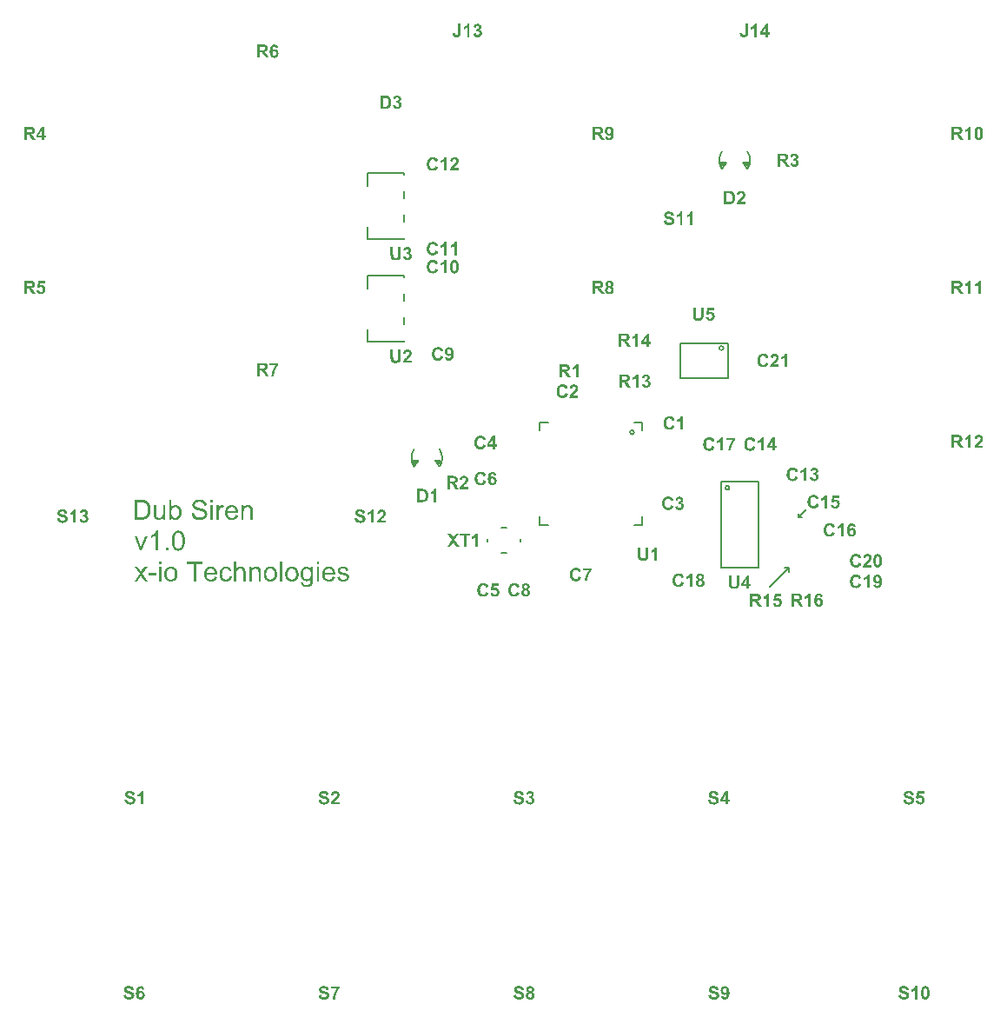
<source format=gto>
G04 Layer_Color=15065295*
%FSLAX25Y25*%
%MOIN*%
G70*
G01*
G75*
%ADD37C,0.00787*%
G36*
X761024Y430200D02*
X760055D01*
Y433852D01*
X760047Y433845D01*
X760033Y433830D01*
X760004Y433809D01*
X759960Y433772D01*
X759909Y433728D01*
X759851Y433685D01*
X759778Y433634D01*
X759698Y433575D01*
X759610Y433517D01*
X759515Y433459D01*
X759413Y433393D01*
X759304Y433335D01*
X759071Y433225D01*
X758808Y433123D01*
Y433998D01*
X758815D01*
X758823Y434005D01*
X758845Y434013D01*
X758874Y434020D01*
X758947Y434056D01*
X759049Y434100D01*
X759173Y434159D01*
X759311Y434239D01*
X759464Y434341D01*
X759625Y434457D01*
X759632Y434465D01*
X759647Y434472D01*
X759668Y434494D01*
X759698Y434523D01*
X759778Y434596D01*
X759865Y434691D01*
X759967Y434807D01*
X760069Y434953D01*
X760164Y435106D01*
X760237Y435274D01*
X761024D01*
Y430200D01*
D02*
G37*
G36*
X755980Y435332D02*
X756060Y435325D01*
X756155Y435318D01*
X756249Y435303D01*
X756359Y435288D01*
X756592Y435237D01*
X756709Y435201D01*
X756825Y435164D01*
X756942Y435113D01*
X757051Y435055D01*
X757153Y434990D01*
X757248Y434917D01*
X757256Y434909D01*
X757270Y434895D01*
X757292Y434873D01*
X757321Y434844D01*
X757358Y434800D01*
X757401Y434749D01*
X757445Y434691D01*
X757496Y434625D01*
X757540Y434545D01*
X757584Y434465D01*
X757627Y434370D01*
X757664Y434268D01*
X757700Y434166D01*
X757729Y434049D01*
X757751Y433932D01*
X757759Y433801D01*
X756738Y433765D01*
Y433772D01*
Y433779D01*
X756723Y433830D01*
X756709Y433896D01*
X756680Y433976D01*
X756643Y434071D01*
X756592Y434159D01*
X756527Y434246D01*
X756454Y434319D01*
X756446Y434326D01*
X756417Y434348D01*
X756366Y434377D01*
X756293Y434406D01*
X756206Y434436D01*
X756096Y434465D01*
X755965Y434486D01*
X755812Y434494D01*
X755739D01*
X755659Y434486D01*
X755564Y434472D01*
X755455Y434450D01*
X755338Y434414D01*
X755229Y434370D01*
X755127Y434304D01*
X755120Y434297D01*
X755105Y434282D01*
X755076Y434261D01*
X755047Y434224D01*
X755017Y434180D01*
X754988Y434122D01*
X754974Y434064D01*
X754966Y433991D01*
Y433984D01*
Y433962D01*
X754974Y433925D01*
X754988Y433889D01*
X755003Y433838D01*
X755025Y433787D01*
X755061Y433736D01*
X755112Y433685D01*
X755120Y433677D01*
X755156Y433656D01*
X755178Y433641D01*
X755214Y433626D01*
X755251Y433604D01*
X755302Y433583D01*
X755360Y433561D01*
X755426Y433532D01*
X755506Y433502D01*
X755586Y433473D01*
X755688Y433444D01*
X755797Y433415D01*
X755914Y433386D01*
X756045Y433349D01*
X756053D01*
X756082Y433342D01*
X756118Y433335D01*
X756169Y433320D01*
X756228Y433306D01*
X756300Y433284D01*
X756381Y433262D01*
X756461Y433240D01*
X756636Y433182D01*
X756818Y433123D01*
X756993Y433058D01*
X757066Y433021D01*
X757139Y432985D01*
X757146D01*
X757153Y432977D01*
X757197Y432948D01*
X757263Y432905D01*
X757343Y432846D01*
X757430Y432773D01*
X757525Y432686D01*
X757620Y432584D01*
X757700Y432467D01*
X757707Y432453D01*
X757729Y432409D01*
X757766Y432343D01*
X757802Y432248D01*
X757839Y432132D01*
X757875Y431993D01*
X757897Y431840D01*
X757904Y431665D01*
Y431658D01*
Y431643D01*
Y431622D01*
Y431592D01*
X757897Y431556D01*
X757890Y431505D01*
X757875Y431403D01*
X757846Y431272D01*
X757802Y431133D01*
X757737Y430995D01*
X757656Y430849D01*
Y430841D01*
X757642Y430834D01*
X757613Y430791D01*
X757554Y430718D01*
X757481Y430637D01*
X757387Y430543D01*
X757263Y430455D01*
X757131Y430368D01*
X756971Y430288D01*
X756964D01*
X756949Y430280D01*
X756927Y430273D01*
X756891Y430258D01*
X756847Y430244D01*
X756796Y430229D01*
X756738Y430215D01*
X756672Y430200D01*
X756592Y430178D01*
X756512Y430164D01*
X756322Y430134D01*
X756111Y430113D01*
X755878Y430105D01*
X755783D01*
X755717Y430113D01*
X755637Y430120D01*
X755550Y430127D01*
X755447Y430142D01*
X755338Y430164D01*
X755098Y430215D01*
X754974Y430251D01*
X754857Y430288D01*
X754733Y430338D01*
X754616Y430397D01*
X754507Y430462D01*
X754405Y430543D01*
X754398Y430550D01*
X754383Y430564D01*
X754354Y430586D01*
X754325Y430623D01*
X754281Y430674D01*
X754237Y430732D01*
X754186Y430798D01*
X754135Y430871D01*
X754084Y430958D01*
X754033Y431053D01*
X753982Y431162D01*
X753931Y431279D01*
X753895Y431403D01*
X753851Y431541D01*
X753822Y431687D01*
X753800Y431840D01*
X754791Y431935D01*
Y431928D01*
X754799Y431913D01*
Y431884D01*
X754806Y431855D01*
X754835Y431767D01*
X754872Y431658D01*
X754915Y431534D01*
X754981Y431410D01*
X755054Y431301D01*
X755149Y431199D01*
X755163Y431191D01*
X755200Y431162D01*
X755258Y431126D01*
X755345Y431082D01*
X755455Y431038D01*
X755579Y431002D01*
X755725Y430973D01*
X755892Y430965D01*
X755972D01*
X756060Y430980D01*
X756169Y430995D01*
X756286Y431016D01*
X756410Y431053D01*
X756527Y431104D01*
X756629Y431170D01*
X756643Y431177D01*
X756672Y431206D01*
X756709Y431250D01*
X756760Y431308D01*
X756804Y431381D01*
X756847Y431468D01*
X756876Y431556D01*
X756884Y431658D01*
Y431665D01*
Y431687D01*
X756876Y431724D01*
X756869Y431767D01*
X756854Y431811D01*
X756840Y431862D01*
X756811Y431913D01*
X756774Y431964D01*
X756767Y431972D01*
X756752Y431986D01*
X756731Y432008D01*
X756694Y432037D01*
X756643Y432073D01*
X756577Y432110D01*
X756505Y432146D01*
X756410Y432183D01*
X756402D01*
X756373Y432198D01*
X756322Y432212D01*
X756286Y432227D01*
X756242Y432234D01*
X756191Y432248D01*
X756133Y432270D01*
X756067Y432285D01*
X755994Y432307D01*
X755907Y432329D01*
X755812Y432351D01*
X755710Y432380D01*
X755593Y432409D01*
X755586D01*
X755557Y432416D01*
X755513Y432431D01*
X755462Y432445D01*
X755397Y432467D01*
X755316Y432489D01*
X755236Y432518D01*
X755141Y432547D01*
X754952Y432620D01*
X754770Y432708D01*
X754675Y432752D01*
X754595Y432802D01*
X754514Y432854D01*
X754449Y432905D01*
X754441Y432912D01*
X754427Y432927D01*
X754405Y432948D01*
X754376Y432977D01*
X754340Y433021D01*
X754303Y433072D01*
X754259Y433123D01*
X754223Y433189D01*
X754135Y433342D01*
X754062Y433517D01*
X754033Y433612D01*
X754011Y433707D01*
X753997Y433816D01*
X753990Y433925D01*
Y433932D01*
Y433940D01*
Y433962D01*
Y433991D01*
X754004Y434064D01*
X754019Y434159D01*
X754041Y434268D01*
X754077Y434392D01*
X754128Y434523D01*
X754201Y434647D01*
Y434654D01*
X754208Y434661D01*
X754245Y434705D01*
X754288Y434763D01*
X754361Y434836D01*
X754449Y434917D01*
X754558Y435004D01*
X754682Y435084D01*
X754828Y435157D01*
X754835D01*
X754850Y435164D01*
X754872Y435172D01*
X754901Y435186D01*
X754945Y435201D01*
X754988Y435216D01*
X755047Y435230D01*
X755112Y435252D01*
X755258Y435281D01*
X755426Y435310D01*
X755615Y435332D01*
X755827Y435339D01*
X755914D01*
X755980Y435332D01*
D02*
G37*
G36*
X687264Y435267D02*
X687323D01*
X687388Y435259D01*
X687461Y435245D01*
X687548Y435223D01*
X687636Y435201D01*
X687738Y435164D01*
X687840Y435128D01*
X687942Y435077D01*
X688052Y435019D01*
X688154Y434953D01*
X688256Y434873D01*
X688358Y434778D01*
X688452Y434676D01*
X688460Y434669D01*
X688474Y434647D01*
X688496Y434611D01*
X688533Y434559D01*
X688569Y434494D01*
X688613Y434414D01*
X688657Y434319D01*
X688700Y434209D01*
X688744Y434078D01*
X688795Y433932D01*
X688832Y433772D01*
X688868Y433597D01*
X688904Y433400D01*
X688926Y433189D01*
X688941Y432963D01*
X688948Y432715D01*
Y432708D01*
Y432700D01*
Y432679D01*
Y432657D01*
Y432584D01*
X688941Y432489D01*
X688934Y432372D01*
X688919Y432241D01*
X688904Y432103D01*
X688882Y431950D01*
X688853Y431782D01*
X688824Y431622D01*
X688780Y431454D01*
X688729Y431286D01*
X688671Y431133D01*
X688598Y430980D01*
X688525Y430841D01*
X688431Y430718D01*
X688423Y430710D01*
X688409Y430688D01*
X688379Y430659D01*
X688336Y430623D01*
X688285Y430579D01*
X688227Y430521D01*
X688154Y430470D01*
X688073Y430411D01*
X687986Y430353D01*
X687884Y430302D01*
X687775Y430251D01*
X687658Y430200D01*
X687527Y430164D01*
X687395Y430134D01*
X687257Y430113D01*
X687104Y430105D01*
X687045D01*
X687009Y430113D01*
X686958D01*
X686900Y430120D01*
X686761Y430142D01*
X686608Y430185D01*
X686455Y430236D01*
X686295Y430317D01*
X686222Y430360D01*
X686149Y430419D01*
X686141Y430426D01*
X686134Y430433D01*
X686112Y430455D01*
X686091Y430477D01*
X686061Y430513D01*
X686025Y430550D01*
X685996Y430601D01*
X685952Y430652D01*
X685916Y430718D01*
X685872Y430783D01*
X685835Y430863D01*
X685799Y430951D01*
X685762Y431038D01*
X685733Y431140D01*
X685704Y431243D01*
X685682Y431359D01*
X686615Y431468D01*
Y431454D01*
X686623Y431417D01*
X686630Y431366D01*
X686652Y431308D01*
X686674Y431235D01*
X686703Y431162D01*
X686739Y431097D01*
X686790Y431038D01*
X686798Y431031D01*
X686820Y431016D01*
X686849Y430995D01*
X686892Y430973D01*
X686951Y430951D01*
X687009Y430929D01*
X687089Y430914D01*
X687169Y430907D01*
X687184D01*
X687220Y430914D01*
X687271Y430922D01*
X687344Y430944D01*
X687425Y430973D01*
X687505Y431024D01*
X687592Y431089D01*
X687672Y431177D01*
X687680Y431191D01*
X687694Y431206D01*
X687709Y431235D01*
X687723Y431264D01*
X687745Y431308D01*
X687760Y431359D01*
X687789Y431425D01*
X687811Y431498D01*
X687833Y431578D01*
X687855Y431673D01*
X687877Y431775D01*
X687898Y431891D01*
X687913Y432022D01*
X687928Y432168D01*
X687942Y432321D01*
X687935Y432314D01*
X687928Y432307D01*
X687906Y432285D01*
X687877Y432256D01*
X687840Y432227D01*
X687796Y432190D01*
X687694Y432110D01*
X687563Y432030D01*
X687403Y431964D01*
X687315Y431935D01*
X687228Y431920D01*
X687133Y431906D01*
X687031Y431899D01*
X686973D01*
X686929Y431906D01*
X686878Y431913D01*
X686820Y431920D01*
X686681Y431957D01*
X686521Y432008D01*
X686440Y432052D01*
X686353Y432095D01*
X686265Y432146D01*
X686178Y432205D01*
X686091Y432278D01*
X686010Y432358D01*
X686003Y432365D01*
X685988Y432380D01*
X685974Y432409D01*
X685945Y432438D01*
X685908Y432489D01*
X685872Y432540D01*
X685835Y432606D01*
X685799Y432679D01*
X685755Y432759D01*
X685719Y432854D01*
X685682Y432948D01*
X685646Y433058D01*
X685617Y433167D01*
X685602Y433291D01*
X685588Y433422D01*
X685580Y433553D01*
Y433561D01*
Y433590D01*
Y433626D01*
X685588Y433685D01*
X685595Y433750D01*
X685602Y433823D01*
X685617Y433911D01*
X685639Y433998D01*
X685689Y434195D01*
X685726Y434304D01*
X685770Y434406D01*
X685821Y434508D01*
X685886Y434611D01*
X685952Y434705D01*
X686032Y434800D01*
X686039Y434807D01*
X686054Y434822D01*
X686076Y434844D01*
X686112Y434873D01*
X686163Y434909D01*
X686214Y434953D01*
X686280Y434990D01*
X686353Y435041D01*
X686426Y435084D01*
X686521Y435121D01*
X686615Y435164D01*
X686717Y435201D01*
X686827Y435230D01*
X686943Y435252D01*
X687060Y435267D01*
X687191Y435274D01*
X687228D01*
X687264Y435267D01*
D02*
G37*
G36*
X555661Y618067D02*
X555727Y618059D01*
X555800Y618052D01*
X555880Y618037D01*
X555967Y618023D01*
X556157Y617972D01*
X556346Y617899D01*
X556449Y617855D01*
X556536Y617804D01*
X556631Y617738D01*
X556711Y617666D01*
X556718Y617658D01*
X556733Y617651D01*
X556747Y617622D01*
X556777Y617593D01*
X556813Y617556D01*
X556849Y617505D01*
X556886Y617454D01*
X556930Y617389D01*
X557002Y617243D01*
X557075Y617075D01*
X557105Y616980D01*
X557119Y616878D01*
X557134Y616769D01*
X557141Y616660D01*
Y616645D01*
Y616601D01*
X557134Y616536D01*
X557126Y616456D01*
X557112Y616353D01*
X557090Y616244D01*
X557061Y616127D01*
X557017Y616011D01*
X557010Y615996D01*
X556995Y615960D01*
X556966Y615894D01*
X556922Y615814D01*
X556871Y615719D01*
X556806Y615610D01*
X556726Y615493D01*
X556631Y615369D01*
X556623Y615362D01*
X556594Y615325D01*
X556551Y615274D01*
X556485Y615202D01*
X556397Y615114D01*
X556288Y614997D01*
X556157Y614874D01*
X555997Y614720D01*
X555989Y614713D01*
X555975Y614706D01*
X555953Y614684D01*
X555924Y614655D01*
X555843Y614582D01*
X555749Y614494D01*
X555654Y614400D01*
X555559Y614305D01*
X555472Y614225D01*
X555442Y614188D01*
X555413Y614159D01*
X555406Y614152D01*
X555391Y614137D01*
X555370Y614108D01*
X555340Y614072D01*
X555275Y613991D01*
X555217Y613897D01*
X557141D01*
Y613000D01*
X553751D01*
Y613007D01*
Y613022D01*
X553758Y613051D01*
X553766Y613088D01*
X553773Y613131D01*
X553780Y613182D01*
X553809Y613313D01*
X553853Y613459D01*
X553911Y613620D01*
X553984Y613795D01*
X554079Y613962D01*
Y613970D01*
X554094Y613984D01*
X554108Y614013D01*
X554138Y614043D01*
X554167Y614093D01*
X554210Y614145D01*
X554261Y614210D01*
X554320Y614283D01*
X554385Y614370D01*
X554466Y614458D01*
X554553Y614560D01*
X554655Y614669D01*
X554765Y614779D01*
X554888Y614903D01*
X555020Y615034D01*
X555165Y615172D01*
X555173Y615180D01*
X555195Y615202D01*
X555224Y615231D01*
X555267Y615274D01*
X555326Y615318D01*
X555384Y615377D01*
X555515Y615508D01*
X555647Y615646D01*
X555778Y615785D01*
X555836Y615843D01*
X555894Y615909D01*
X555938Y615960D01*
X555967Y616004D01*
X555975Y616018D01*
X555997Y616054D01*
X556033Y616113D01*
X556069Y616193D01*
X556106Y616281D01*
X556142Y616383D01*
X556164Y616485D01*
X556172Y616594D01*
Y616601D01*
Y616609D01*
Y616645D01*
X556164Y616711D01*
X556150Y616784D01*
X556128Y616864D01*
X556099Y616944D01*
X556055Y617024D01*
X555997Y617097D01*
X555989Y617104D01*
X555967Y617126D01*
X555924Y617155D01*
X555873Y617184D01*
X555800Y617214D01*
X555720Y617243D01*
X555625Y617265D01*
X555515Y617272D01*
X555464D01*
X555406Y617265D01*
X555340Y617250D01*
X555260Y617228D01*
X555180Y617192D01*
X555100Y617148D01*
X555027Y617090D01*
X555020Y617082D01*
X554998Y617053D01*
X554969Y617009D01*
X554939Y616944D01*
X554903Y616864D01*
X554874Y616754D01*
X554845Y616630D01*
X554830Y616485D01*
X553868Y616579D01*
Y616587D01*
X553875Y616616D01*
Y616652D01*
X553890Y616711D01*
X553897Y616776D01*
X553919Y616849D01*
X553941Y616929D01*
X553963Y617024D01*
X554036Y617206D01*
X554123Y617396D01*
X554181Y617491D01*
X554247Y617578D01*
X554320Y617651D01*
X554400Y617724D01*
X554407Y617731D01*
X554422Y617738D01*
X554444Y617753D01*
X554480Y617782D01*
X554524Y617804D01*
X554582Y617833D01*
X554640Y617870D01*
X554713Y617899D01*
X554794Y617935D01*
X554881Y617965D01*
X555071Y618023D01*
X555297Y618059D01*
X555413Y618067D01*
X555537Y618074D01*
X555610D01*
X555661Y618067D01*
D02*
G37*
G36*
X547380Y618132D02*
X547460Y618125D01*
X547555Y618118D01*
X547649Y618103D01*
X547759Y618088D01*
X547992Y618037D01*
X548109Y618001D01*
X548225Y617965D01*
X548342Y617913D01*
X548451Y617855D01*
X548553Y617790D01*
X548648Y617717D01*
X548656Y617709D01*
X548670Y617695D01*
X548692Y617673D01*
X548721Y617644D01*
X548758Y617600D01*
X548801Y617549D01*
X548845Y617491D01*
X548896Y617425D01*
X548940Y617345D01*
X548983Y617265D01*
X549027Y617170D01*
X549064Y617068D01*
X549100Y616966D01*
X549129Y616849D01*
X549151Y616733D01*
X549158Y616601D01*
X548138Y616565D01*
Y616572D01*
Y616579D01*
X548123Y616630D01*
X548109Y616696D01*
X548080Y616776D01*
X548043Y616871D01*
X547992Y616959D01*
X547927Y617046D01*
X547854Y617119D01*
X547846Y617126D01*
X547817Y617148D01*
X547766Y617177D01*
X547693Y617206D01*
X547606Y617236D01*
X547496Y617265D01*
X547365Y617286D01*
X547212Y617294D01*
X547139D01*
X547059Y617286D01*
X546964Y617272D01*
X546855Y617250D01*
X546738Y617214D01*
X546629Y617170D01*
X546527Y617104D01*
X546520Y617097D01*
X546505Y617082D01*
X546476Y617061D01*
X546447Y617024D01*
X546417Y616980D01*
X546388Y616922D01*
X546374Y616864D01*
X546366Y616791D01*
Y616784D01*
Y616762D01*
X546374Y616725D01*
X546388Y616689D01*
X546403Y616638D01*
X546425Y616587D01*
X546461Y616536D01*
X546512Y616485D01*
X546520Y616477D01*
X546556Y616456D01*
X546578Y616441D01*
X546614Y616426D01*
X546651Y616404D01*
X546702Y616383D01*
X546760Y616361D01*
X546826Y616331D01*
X546906Y616302D01*
X546986Y616273D01*
X547088Y616244D01*
X547197Y616215D01*
X547314Y616186D01*
X547445Y616149D01*
X547453D01*
X547482Y616142D01*
X547518Y616135D01*
X547569Y616120D01*
X547628Y616106D01*
X547701Y616084D01*
X547781Y616062D01*
X547861Y616040D01*
X548036Y615982D01*
X548218Y615923D01*
X548393Y615858D01*
X548466Y615821D01*
X548539Y615785D01*
X548546D01*
X548553Y615777D01*
X548597Y615748D01*
X548663Y615705D01*
X548743Y615646D01*
X548830Y615573D01*
X548925Y615486D01*
X549020Y615384D01*
X549100Y615267D01*
X549107Y615253D01*
X549129Y615209D01*
X549166Y615143D01*
X549202Y615049D01*
X549239Y614932D01*
X549275Y614793D01*
X549297Y614640D01*
X549304Y614465D01*
Y614458D01*
Y614443D01*
Y614422D01*
Y614392D01*
X549297Y614356D01*
X549290Y614305D01*
X549275Y614203D01*
X549246Y614072D01*
X549202Y613933D01*
X549137Y613795D01*
X549056Y613649D01*
Y613642D01*
X549042Y613634D01*
X549013Y613590D01*
X548954Y613518D01*
X548881Y613437D01*
X548787Y613343D01*
X548663Y613255D01*
X548531Y613168D01*
X548371Y613088D01*
X548364D01*
X548349Y613080D01*
X548327Y613073D01*
X548291Y613058D01*
X548247Y613044D01*
X548196Y613029D01*
X548138Y613015D01*
X548072Y613000D01*
X547992Y612978D01*
X547912Y612964D01*
X547722Y612934D01*
X547511Y612913D01*
X547278Y612905D01*
X547183D01*
X547117Y612913D01*
X547037Y612920D01*
X546950Y612927D01*
X546847Y612942D01*
X546738Y612964D01*
X546498Y613015D01*
X546374Y613051D01*
X546257Y613088D01*
X546133Y613138D01*
X546017Y613197D01*
X545907Y613262D01*
X545805Y613343D01*
X545798Y613350D01*
X545783Y613365D01*
X545754Y613386D01*
X545725Y613423D01*
X545681Y613474D01*
X545637Y613532D01*
X545586Y613598D01*
X545535Y613671D01*
X545484Y613758D01*
X545433Y613853D01*
X545382Y613962D01*
X545331Y614079D01*
X545295Y614203D01*
X545251Y614341D01*
X545222Y614487D01*
X545200Y614640D01*
X546191Y614735D01*
Y614728D01*
X546199Y614713D01*
Y614684D01*
X546206Y614655D01*
X546235Y614567D01*
X546272Y614458D01*
X546315Y614334D01*
X546381Y614210D01*
X546454Y614101D01*
X546549Y613999D01*
X546563Y613991D01*
X546600Y613962D01*
X546658Y613926D01*
X546745Y613882D01*
X546855Y613838D01*
X546979Y613802D01*
X547125Y613773D01*
X547292Y613765D01*
X547372D01*
X547460Y613780D01*
X547569Y613795D01*
X547686Y613816D01*
X547810Y613853D01*
X547927Y613904D01*
X548029Y613970D01*
X548043Y613977D01*
X548072Y614006D01*
X548109Y614050D01*
X548160Y614108D01*
X548204Y614181D01*
X548247Y614268D01*
X548276Y614356D01*
X548284Y614458D01*
Y614465D01*
Y614487D01*
X548276Y614524D01*
X548269Y614567D01*
X548254Y614611D01*
X548240Y614662D01*
X548211Y614713D01*
X548174Y614764D01*
X548167Y614772D01*
X548152Y614786D01*
X548131Y614808D01*
X548094Y614837D01*
X548043Y614874D01*
X547977Y614910D01*
X547905Y614946D01*
X547810Y614983D01*
X547802D01*
X547773Y614997D01*
X547722Y615012D01*
X547686Y615027D01*
X547642Y615034D01*
X547591Y615049D01*
X547533Y615070D01*
X547467Y615085D01*
X547394Y615107D01*
X547307Y615129D01*
X547212Y615151D01*
X547110Y615180D01*
X546993Y615209D01*
X546986D01*
X546957Y615216D01*
X546913Y615231D01*
X546862Y615245D01*
X546797Y615267D01*
X546716Y615289D01*
X546636Y615318D01*
X546541Y615347D01*
X546352Y615420D01*
X546170Y615508D01*
X546075Y615552D01*
X545995Y615602D01*
X545914Y615654D01*
X545849Y615705D01*
X545842Y615712D01*
X545827Y615727D01*
X545805Y615748D01*
X545776Y615777D01*
X545740Y615821D01*
X545703Y615872D01*
X545659Y615923D01*
X545623Y615989D01*
X545535Y616142D01*
X545462Y616317D01*
X545433Y616412D01*
X545411Y616506D01*
X545397Y616616D01*
X545390Y616725D01*
Y616733D01*
Y616740D01*
Y616762D01*
Y616791D01*
X545404Y616864D01*
X545419Y616959D01*
X545441Y617068D01*
X545477Y617192D01*
X545528Y617323D01*
X545601Y617447D01*
Y617454D01*
X545608Y617461D01*
X545645Y617505D01*
X545688Y617563D01*
X545761Y617636D01*
X545849Y617717D01*
X545958Y617804D01*
X546082Y617884D01*
X546228Y617957D01*
X546235D01*
X546250Y617965D01*
X546272Y617972D01*
X546301Y617986D01*
X546345Y618001D01*
X546388Y618015D01*
X546447Y618030D01*
X546512Y618052D01*
X546658Y618081D01*
X546826Y618110D01*
X547015Y618132D01*
X547227Y618140D01*
X547314D01*
X547380Y618132D01*
D02*
G37*
G36*
X764232Y435267D02*
X764290Y435259D01*
X764363Y435245D01*
X764436Y435230D01*
X764524Y435208D01*
X764618Y435179D01*
X764706Y435143D01*
X764801Y435106D01*
X764895Y435055D01*
X764990Y434990D01*
X765085Y434924D01*
X765172Y434844D01*
X765253Y434749D01*
X765260Y434742D01*
X765274Y434720D01*
X765296Y434683D01*
X765333Y434632D01*
X765369Y434559D01*
X765413Y434472D01*
X765457Y434377D01*
X765500Y434253D01*
X765544Y434122D01*
X765595Y433969D01*
X765632Y433801D01*
X765668Y433612D01*
X765705Y433408D01*
X765726Y433189D01*
X765741Y432948D01*
X765748Y432686D01*
Y432679D01*
Y432671D01*
Y432649D01*
Y432620D01*
Y432547D01*
X765741Y432453D01*
X765734Y432336D01*
X765719Y432198D01*
X765705Y432052D01*
X765690Y431891D01*
X765661Y431724D01*
X765624Y431549D01*
X765588Y431381D01*
X765537Y431213D01*
X765486Y431046D01*
X765413Y430893D01*
X765340Y430747D01*
X765253Y430623D01*
X765245Y430616D01*
X765231Y430601D01*
X765209Y430572D01*
X765180Y430543D01*
X765136Y430506D01*
X765085Y430462D01*
X765019Y430411D01*
X764954Y430368D01*
X764874Y430317D01*
X764793Y430266D01*
X764699Y430222D01*
X764597Y430185D01*
X764487Y430156D01*
X764363Y430127D01*
X764239Y430113D01*
X764108Y430105D01*
X764079D01*
X764035Y430113D01*
X763984D01*
X763926Y430120D01*
X763853Y430134D01*
X763773Y430149D01*
X763685Y430178D01*
X763590Y430207D01*
X763496Y430244D01*
X763394Y430288D01*
X763299Y430346D01*
X763197Y430404D01*
X763102Y430484D01*
X763007Y430564D01*
X762920Y430667D01*
X762913Y430674D01*
X762898Y430696D01*
X762876Y430732D01*
X762854Y430776D01*
X762818Y430841D01*
X762781Y430922D01*
X762738Y431024D01*
X762701Y431133D01*
X762657Y431264D01*
X762614Y431410D01*
X762577Y431578D01*
X762548Y431760D01*
X762519Y431964D01*
X762497Y432190D01*
X762482Y432431D01*
X762475Y432693D01*
Y432700D01*
Y432708D01*
Y432730D01*
Y432759D01*
Y432832D01*
X762482Y432927D01*
X762490Y433043D01*
X762504Y433182D01*
X762519Y433327D01*
X762533Y433488D01*
X762563Y433656D01*
X762592Y433823D01*
X762636Y433998D01*
X762679Y434166D01*
X762738Y434326D01*
X762803Y434479D01*
X762876Y434625D01*
X762963Y434749D01*
X762971Y434756D01*
X762985Y434771D01*
X763007Y434800D01*
X763044Y434829D01*
X763080Y434873D01*
X763131Y434917D01*
X763197Y434960D01*
X763262Y435011D01*
X763343Y435062D01*
X763423Y435106D01*
X763518Y435150D01*
X763620Y435194D01*
X763729Y435223D01*
X763853Y435252D01*
X763977Y435267D01*
X764108Y435274D01*
X764181D01*
X764232Y435267D01*
D02*
G37*
G36*
X539363Y434479D02*
X539356Y434472D01*
X539341Y434457D01*
X539319Y434436D01*
X539290Y434406D01*
X539253Y434363D01*
X539210Y434312D01*
X539159Y434253D01*
X539100Y434180D01*
X539042Y434100D01*
X538976Y434013D01*
X538904Y433918D01*
X538831Y433816D01*
X538758Y433699D01*
X538685Y433583D01*
X538605Y433451D01*
X538524Y433313D01*
X538517Y433306D01*
X538503Y433276D01*
X538481Y433240D01*
X538451Y433182D01*
X538422Y433116D01*
X538379Y433029D01*
X538335Y432934D01*
X538284Y432832D01*
X538233Y432715D01*
X538182Y432591D01*
X538123Y432460D01*
X538072Y432321D01*
X537970Y432022D01*
X537876Y431709D01*
Y431702D01*
X537868Y431673D01*
X537854Y431629D01*
X537839Y431563D01*
X537824Y431490D01*
X537810Y431410D01*
X537788Y431308D01*
X537766Y431206D01*
X537744Y431089D01*
X537730Y430973D01*
X537693Y430718D01*
X537672Y430455D01*
X537664Y430200D01*
X536731D01*
Y430215D01*
Y430244D01*
X536738Y430302D01*
Y430382D01*
X536746Y430477D01*
X536760Y430586D01*
X536775Y430718D01*
X536797Y430856D01*
X536819Y431009D01*
X536848Y431177D01*
X536884Y431352D01*
X536921Y431541D01*
X536972Y431731D01*
X537023Y431928D01*
X537088Y432125D01*
X537161Y432329D01*
X537169Y432343D01*
X537183Y432380D01*
X537205Y432438D01*
X537234Y432511D01*
X537278Y432606D01*
X537329Y432722D01*
X537387Y432846D01*
X537453Y432985D01*
X537526Y433131D01*
X537606Y433284D01*
X537693Y433451D01*
X537795Y433612D01*
X538007Y433954D01*
X538247Y434282D01*
X536053D01*
Y435179D01*
X539363D01*
Y434479D01*
D02*
G37*
G36*
X533480Y435332D02*
X533560Y435325D01*
X533655Y435318D01*
X533749Y435303D01*
X533859Y435288D01*
X534092Y435237D01*
X534209Y435201D01*
X534325Y435164D01*
X534442Y435113D01*
X534551Y435055D01*
X534653Y434990D01*
X534748Y434917D01*
X534756Y434909D01*
X534770Y434895D01*
X534792Y434873D01*
X534821Y434844D01*
X534858Y434800D01*
X534901Y434749D01*
X534945Y434691D01*
X534996Y434625D01*
X535040Y434545D01*
X535083Y434465D01*
X535127Y434370D01*
X535164Y434268D01*
X535200Y434166D01*
X535229Y434049D01*
X535251Y433932D01*
X535258Y433801D01*
X534238Y433765D01*
Y433772D01*
Y433779D01*
X534223Y433830D01*
X534209Y433896D01*
X534180Y433976D01*
X534143Y434071D01*
X534092Y434159D01*
X534026Y434246D01*
X533954Y434319D01*
X533946Y434326D01*
X533917Y434348D01*
X533866Y434377D01*
X533793Y434406D01*
X533706Y434436D01*
X533596Y434465D01*
X533465Y434486D01*
X533312Y434494D01*
X533239D01*
X533159Y434486D01*
X533064Y434472D01*
X532955Y434450D01*
X532838Y434414D01*
X532729Y434370D01*
X532627Y434304D01*
X532619Y434297D01*
X532605Y434282D01*
X532576Y434261D01*
X532547Y434224D01*
X532517Y434180D01*
X532488Y434122D01*
X532474Y434064D01*
X532466Y433991D01*
Y433984D01*
Y433962D01*
X532474Y433925D01*
X532488Y433889D01*
X532503Y433838D01*
X532525Y433787D01*
X532561Y433736D01*
X532612Y433685D01*
X532619Y433677D01*
X532656Y433656D01*
X532678Y433641D01*
X532714Y433626D01*
X532751Y433604D01*
X532802Y433583D01*
X532860Y433561D01*
X532926Y433532D01*
X533006Y433502D01*
X533086Y433473D01*
X533188Y433444D01*
X533297Y433415D01*
X533414Y433386D01*
X533545Y433349D01*
X533553D01*
X533582Y433342D01*
X533618Y433335D01*
X533669Y433320D01*
X533728Y433306D01*
X533801Y433284D01*
X533881Y433262D01*
X533961Y433240D01*
X534136Y433182D01*
X534318Y433123D01*
X534493Y433058D01*
X534566Y433021D01*
X534639Y432985D01*
X534646D01*
X534653Y432977D01*
X534697Y432948D01*
X534763Y432905D01*
X534843Y432846D01*
X534930Y432773D01*
X535025Y432686D01*
X535120Y432584D01*
X535200Y432467D01*
X535207Y432453D01*
X535229Y432409D01*
X535266Y432343D01*
X535302Y432248D01*
X535339Y432132D01*
X535375Y431993D01*
X535397Y431840D01*
X535404Y431665D01*
Y431658D01*
Y431643D01*
Y431622D01*
Y431592D01*
X535397Y431556D01*
X535390Y431505D01*
X535375Y431403D01*
X535346Y431272D01*
X535302Y431133D01*
X535237Y430995D01*
X535156Y430849D01*
Y430841D01*
X535142Y430834D01*
X535113Y430791D01*
X535054Y430718D01*
X534981Y430637D01*
X534887Y430543D01*
X534763Y430455D01*
X534631Y430368D01*
X534471Y430288D01*
X534464D01*
X534449Y430280D01*
X534427Y430273D01*
X534391Y430258D01*
X534347Y430244D01*
X534296Y430229D01*
X534238Y430215D01*
X534172Y430200D01*
X534092Y430178D01*
X534012Y430164D01*
X533822Y430134D01*
X533611Y430113D01*
X533378Y430105D01*
X533283D01*
X533217Y430113D01*
X533137Y430120D01*
X533050Y430127D01*
X532947Y430142D01*
X532838Y430164D01*
X532598Y430215D01*
X532474Y430251D01*
X532357Y430288D01*
X532233Y430338D01*
X532117Y430397D01*
X532007Y430462D01*
X531905Y430543D01*
X531898Y430550D01*
X531883Y430564D01*
X531854Y430586D01*
X531825Y430623D01*
X531781Y430674D01*
X531737Y430732D01*
X531686Y430798D01*
X531635Y430871D01*
X531584Y430958D01*
X531533Y431053D01*
X531482Y431162D01*
X531431Y431279D01*
X531395Y431403D01*
X531351Y431541D01*
X531322Y431687D01*
X531300Y431840D01*
X532291Y431935D01*
Y431928D01*
X532299Y431913D01*
Y431884D01*
X532306Y431855D01*
X532335Y431767D01*
X532372Y431658D01*
X532415Y431534D01*
X532481Y431410D01*
X532554Y431301D01*
X532649Y431199D01*
X532663Y431191D01*
X532700Y431162D01*
X532758Y431126D01*
X532845Y431082D01*
X532955Y431038D01*
X533079Y431002D01*
X533225Y430973D01*
X533392Y430965D01*
X533472D01*
X533560Y430980D01*
X533669Y430995D01*
X533786Y431016D01*
X533910Y431053D01*
X534026Y431104D01*
X534129Y431170D01*
X534143Y431177D01*
X534172Y431206D01*
X534209Y431250D01*
X534260Y431308D01*
X534304Y431381D01*
X534347Y431468D01*
X534376Y431556D01*
X534384Y431658D01*
Y431665D01*
Y431687D01*
X534376Y431724D01*
X534369Y431767D01*
X534354Y431811D01*
X534340Y431862D01*
X534311Y431913D01*
X534274Y431964D01*
X534267Y431972D01*
X534253Y431986D01*
X534231Y432008D01*
X534194Y432037D01*
X534143Y432073D01*
X534078Y432110D01*
X534005Y432146D01*
X533910Y432183D01*
X533903D01*
X533873Y432198D01*
X533822Y432212D01*
X533786Y432227D01*
X533742Y432234D01*
X533691Y432248D01*
X533633Y432270D01*
X533567Y432285D01*
X533494Y432307D01*
X533407Y432329D01*
X533312Y432351D01*
X533210Y432380D01*
X533093Y432409D01*
X533086D01*
X533057Y432416D01*
X533013Y432431D01*
X532962Y432445D01*
X532897Y432467D01*
X532816Y432489D01*
X532736Y432518D01*
X532641Y432547D01*
X532452Y432620D01*
X532270Y432708D01*
X532175Y432752D01*
X532095Y432802D01*
X532014Y432854D01*
X531949Y432905D01*
X531942Y432912D01*
X531927Y432927D01*
X531905Y432948D01*
X531876Y432977D01*
X531840Y433021D01*
X531803Y433072D01*
X531759Y433123D01*
X531723Y433189D01*
X531635Y433342D01*
X531562Y433517D01*
X531533Y433612D01*
X531511Y433707D01*
X531497Y433816D01*
X531490Y433925D01*
Y433932D01*
Y433940D01*
Y433962D01*
Y433991D01*
X531504Y434064D01*
X531519Y434159D01*
X531541Y434268D01*
X531577Y434392D01*
X531628Y434523D01*
X531701Y434647D01*
Y434654D01*
X531708Y434661D01*
X531745Y434705D01*
X531788Y434763D01*
X531861Y434836D01*
X531949Y434917D01*
X532058Y435004D01*
X532182Y435084D01*
X532328Y435157D01*
X532335D01*
X532350Y435164D01*
X532372Y435172D01*
X532401Y435186D01*
X532444Y435201D01*
X532488Y435216D01*
X532547Y435230D01*
X532612Y435252D01*
X532758Y435281D01*
X532926Y435310D01*
X533115Y435332D01*
X533327Y435339D01*
X533414D01*
X533480Y435332D01*
D02*
G37*
G36*
X458680D02*
X458760Y435325D01*
X458855Y435318D01*
X458949Y435303D01*
X459059Y435288D01*
X459292Y435237D01*
X459409Y435201D01*
X459525Y435164D01*
X459642Y435113D01*
X459751Y435055D01*
X459853Y434990D01*
X459948Y434917D01*
X459956Y434909D01*
X459970Y434895D01*
X459992Y434873D01*
X460021Y434844D01*
X460057Y434800D01*
X460101Y434749D01*
X460145Y434691D01*
X460196Y434625D01*
X460240Y434545D01*
X460284Y434465D01*
X460327Y434370D01*
X460364Y434268D01*
X460400Y434166D01*
X460429Y434049D01*
X460451Y433932D01*
X460459Y433801D01*
X459438Y433765D01*
Y433772D01*
Y433779D01*
X459423Y433830D01*
X459409Y433896D01*
X459380Y433976D01*
X459343Y434071D01*
X459292Y434159D01*
X459227Y434246D01*
X459154Y434319D01*
X459146Y434326D01*
X459117Y434348D01*
X459066Y434377D01*
X458993Y434406D01*
X458906Y434436D01*
X458796Y434465D01*
X458665Y434486D01*
X458512Y434494D01*
X458439D01*
X458359Y434486D01*
X458264Y434472D01*
X458155Y434450D01*
X458038Y434414D01*
X457929Y434370D01*
X457827Y434304D01*
X457820Y434297D01*
X457805Y434282D01*
X457776Y434261D01*
X457747Y434224D01*
X457717Y434180D01*
X457688Y434122D01*
X457674Y434064D01*
X457666Y433991D01*
Y433984D01*
Y433962D01*
X457674Y433925D01*
X457688Y433889D01*
X457703Y433838D01*
X457725Y433787D01*
X457761Y433736D01*
X457812Y433685D01*
X457820Y433677D01*
X457856Y433656D01*
X457878Y433641D01*
X457914Y433626D01*
X457951Y433604D01*
X458002Y433583D01*
X458060Y433561D01*
X458126Y433532D01*
X458206Y433502D01*
X458286Y433473D01*
X458388Y433444D01*
X458497Y433415D01*
X458614Y433386D01*
X458745Y433349D01*
X458753D01*
X458782Y433342D01*
X458818Y433335D01*
X458869Y433320D01*
X458928Y433306D01*
X459000Y433284D01*
X459081Y433262D01*
X459161Y433240D01*
X459336Y433182D01*
X459518Y433123D01*
X459693Y433058D01*
X459766Y433021D01*
X459839Y432985D01*
X459846D01*
X459853Y432977D01*
X459897Y432948D01*
X459963Y432905D01*
X460043Y432846D01*
X460130Y432773D01*
X460225Y432686D01*
X460320Y432584D01*
X460400Y432467D01*
X460407Y432453D01*
X460429Y432409D01*
X460466Y432343D01*
X460502Y432248D01*
X460539Y432132D01*
X460575Y431993D01*
X460597Y431840D01*
X460604Y431665D01*
Y431658D01*
Y431643D01*
Y431622D01*
Y431592D01*
X460597Y431556D01*
X460590Y431505D01*
X460575Y431403D01*
X460546Y431272D01*
X460502Y431133D01*
X460437Y430995D01*
X460356Y430849D01*
Y430841D01*
X460342Y430834D01*
X460313Y430791D01*
X460254Y430718D01*
X460182Y430637D01*
X460087Y430543D01*
X459963Y430455D01*
X459831Y430368D01*
X459671Y430288D01*
X459664D01*
X459649Y430280D01*
X459627Y430273D01*
X459591Y430258D01*
X459547Y430244D01*
X459496Y430229D01*
X459438Y430215D01*
X459372Y430200D01*
X459292Y430178D01*
X459212Y430164D01*
X459022Y430134D01*
X458811Y430113D01*
X458578Y430105D01*
X458483D01*
X458417Y430113D01*
X458337Y430120D01*
X458250Y430127D01*
X458147Y430142D01*
X458038Y430164D01*
X457798Y430215D01*
X457674Y430251D01*
X457557Y430288D01*
X457433Y430338D01*
X457316Y430397D01*
X457207Y430462D01*
X457105Y430543D01*
X457098Y430550D01*
X457083Y430564D01*
X457054Y430586D01*
X457025Y430623D01*
X456981Y430674D01*
X456937Y430732D01*
X456886Y430798D01*
X456835Y430871D01*
X456784Y430958D01*
X456733Y431053D01*
X456682Y431162D01*
X456631Y431279D01*
X456595Y431403D01*
X456551Y431541D01*
X456522Y431687D01*
X456500Y431840D01*
X457491Y431935D01*
Y431928D01*
X457499Y431913D01*
Y431884D01*
X457506Y431855D01*
X457535Y431767D01*
X457572Y431658D01*
X457615Y431534D01*
X457681Y431410D01*
X457754Y431301D01*
X457849Y431199D01*
X457863Y431191D01*
X457900Y431162D01*
X457958Y431126D01*
X458045Y431082D01*
X458155Y431038D01*
X458279Y431002D01*
X458425Y430973D01*
X458592Y430965D01*
X458672D01*
X458760Y430980D01*
X458869Y430995D01*
X458986Y431016D01*
X459110Y431053D01*
X459227Y431104D01*
X459329Y431170D01*
X459343Y431177D01*
X459372Y431206D01*
X459409Y431250D01*
X459460Y431308D01*
X459504Y431381D01*
X459547Y431468D01*
X459576Y431556D01*
X459584Y431658D01*
Y431665D01*
Y431687D01*
X459576Y431724D01*
X459569Y431767D01*
X459554Y431811D01*
X459540Y431862D01*
X459511Y431913D01*
X459474Y431964D01*
X459467Y431972D01*
X459452Y431986D01*
X459431Y432008D01*
X459394Y432037D01*
X459343Y432073D01*
X459277Y432110D01*
X459205Y432146D01*
X459110Y432183D01*
X459102D01*
X459073Y432198D01*
X459022Y432212D01*
X458986Y432227D01*
X458942Y432234D01*
X458891Y432248D01*
X458833Y432270D01*
X458767Y432285D01*
X458694Y432307D01*
X458607Y432329D01*
X458512Y432351D01*
X458410Y432380D01*
X458293Y432409D01*
X458286D01*
X458257Y432416D01*
X458213Y432431D01*
X458162Y432445D01*
X458097Y432467D01*
X458016Y432489D01*
X457936Y432518D01*
X457841Y432547D01*
X457652Y432620D01*
X457470Y432708D01*
X457375Y432752D01*
X457295Y432802D01*
X457214Y432854D01*
X457149Y432905D01*
X457141Y432912D01*
X457127Y432927D01*
X457105Y432948D01*
X457076Y432977D01*
X457039Y433021D01*
X457003Y433072D01*
X456959Y433123D01*
X456923Y433189D01*
X456835Y433342D01*
X456762Y433517D01*
X456733Y433612D01*
X456711Y433707D01*
X456697Y433816D01*
X456690Y433925D01*
Y433932D01*
Y433940D01*
Y433962D01*
Y433991D01*
X456704Y434064D01*
X456719Y434159D01*
X456741Y434268D01*
X456777Y434392D01*
X456828Y434523D01*
X456901Y434647D01*
Y434654D01*
X456908Y434661D01*
X456945Y434705D01*
X456988Y434763D01*
X457061Y434836D01*
X457149Y434917D01*
X457258Y435004D01*
X457382Y435084D01*
X457528Y435157D01*
X457535D01*
X457550Y435164D01*
X457572Y435172D01*
X457601Y435186D01*
X457645Y435201D01*
X457688Y435216D01*
X457747Y435230D01*
X457812Y435252D01*
X457958Y435281D01*
X458126Y435310D01*
X458315Y435332D01*
X458527Y435339D01*
X458614D01*
X458680Y435332D01*
D02*
G37*
G36*
X683080D02*
X683160Y435325D01*
X683255Y435318D01*
X683349Y435303D01*
X683459Y435288D01*
X683692Y435237D01*
X683809Y435201D01*
X683925Y435164D01*
X684042Y435113D01*
X684151Y435055D01*
X684253Y434990D01*
X684348Y434917D01*
X684355Y434909D01*
X684370Y434895D01*
X684392Y434873D01*
X684421Y434844D01*
X684457Y434800D01*
X684501Y434749D01*
X684545Y434691D01*
X684596Y434625D01*
X684640Y434545D01*
X684684Y434465D01*
X684727Y434370D01*
X684764Y434268D01*
X684800Y434166D01*
X684829Y434049D01*
X684851Y433932D01*
X684859Y433801D01*
X683838Y433765D01*
Y433772D01*
Y433779D01*
X683823Y433830D01*
X683809Y433896D01*
X683780Y433976D01*
X683743Y434071D01*
X683692Y434159D01*
X683627Y434246D01*
X683554Y434319D01*
X683546Y434326D01*
X683517Y434348D01*
X683466Y434377D01*
X683393Y434406D01*
X683306Y434436D01*
X683196Y434465D01*
X683065Y434486D01*
X682912Y434494D01*
X682839D01*
X682759Y434486D01*
X682664Y434472D01*
X682555Y434450D01*
X682438Y434414D01*
X682329Y434370D01*
X682227Y434304D01*
X682220Y434297D01*
X682205Y434282D01*
X682176Y434261D01*
X682147Y434224D01*
X682117Y434180D01*
X682088Y434122D01*
X682074Y434064D01*
X682066Y433991D01*
Y433984D01*
Y433962D01*
X682074Y433925D01*
X682088Y433889D01*
X682103Y433838D01*
X682125Y433787D01*
X682161Y433736D01*
X682212Y433685D01*
X682220Y433677D01*
X682256Y433656D01*
X682278Y433641D01*
X682314Y433626D01*
X682351Y433604D01*
X682402Y433583D01*
X682460Y433561D01*
X682526Y433532D01*
X682606Y433502D01*
X682686Y433473D01*
X682788Y433444D01*
X682898Y433415D01*
X683014Y433386D01*
X683145Y433349D01*
X683153D01*
X683182Y433342D01*
X683218Y433335D01*
X683269Y433320D01*
X683328Y433306D01*
X683400Y433284D01*
X683481Y433262D01*
X683561Y433240D01*
X683736Y433182D01*
X683918Y433123D01*
X684093Y433058D01*
X684166Y433021D01*
X684239Y432985D01*
X684246D01*
X684253Y432977D01*
X684297Y432948D01*
X684363Y432905D01*
X684443Y432846D01*
X684530Y432773D01*
X684625Y432686D01*
X684720Y432584D01*
X684800Y432467D01*
X684807Y432453D01*
X684829Y432409D01*
X684866Y432343D01*
X684902Y432248D01*
X684939Y432132D01*
X684975Y431993D01*
X684997Y431840D01*
X685004Y431665D01*
Y431658D01*
Y431643D01*
Y431622D01*
Y431592D01*
X684997Y431556D01*
X684990Y431505D01*
X684975Y431403D01*
X684946Y431272D01*
X684902Y431133D01*
X684837Y430995D01*
X684756Y430849D01*
Y430841D01*
X684742Y430834D01*
X684713Y430791D01*
X684654Y430718D01*
X684582Y430637D01*
X684487Y430543D01*
X684363Y430455D01*
X684232Y430368D01*
X684071Y430288D01*
X684064D01*
X684049Y430280D01*
X684027Y430273D01*
X683991Y430258D01*
X683947Y430244D01*
X683896Y430229D01*
X683838Y430215D01*
X683772Y430200D01*
X683692Y430178D01*
X683612Y430164D01*
X683422Y430134D01*
X683211Y430113D01*
X682978Y430105D01*
X682883D01*
X682817Y430113D01*
X682737Y430120D01*
X682650Y430127D01*
X682548Y430142D01*
X682438Y430164D01*
X682198Y430215D01*
X682074Y430251D01*
X681957Y430288D01*
X681833Y430338D01*
X681716Y430397D01*
X681607Y430462D01*
X681505Y430543D01*
X681498Y430550D01*
X681483Y430564D01*
X681454Y430586D01*
X681425Y430623D01*
X681381Y430674D01*
X681337Y430732D01*
X681286Y430798D01*
X681235Y430871D01*
X681184Y430958D01*
X681133Y431053D01*
X681082Y431162D01*
X681031Y431279D01*
X680995Y431403D01*
X680951Y431541D01*
X680922Y431687D01*
X680900Y431840D01*
X681891Y431935D01*
Y431928D01*
X681899Y431913D01*
Y431884D01*
X681906Y431855D01*
X681935Y431767D01*
X681972Y431658D01*
X682015Y431534D01*
X682081Y431410D01*
X682154Y431301D01*
X682249Y431199D01*
X682263Y431191D01*
X682300Y431162D01*
X682358Y431126D01*
X682445Y431082D01*
X682555Y431038D01*
X682679Y431002D01*
X682825Y430973D01*
X682992Y430965D01*
X683072D01*
X683160Y430980D01*
X683269Y430995D01*
X683386Y431016D01*
X683510Y431053D01*
X683627Y431104D01*
X683729Y431170D01*
X683743Y431177D01*
X683772Y431206D01*
X683809Y431250D01*
X683860Y431308D01*
X683904Y431381D01*
X683947Y431468D01*
X683976Y431556D01*
X683984Y431658D01*
Y431665D01*
Y431687D01*
X683976Y431724D01*
X683969Y431767D01*
X683954Y431811D01*
X683940Y431862D01*
X683911Y431913D01*
X683874Y431964D01*
X683867Y431972D01*
X683852Y431986D01*
X683831Y432008D01*
X683794Y432037D01*
X683743Y432073D01*
X683677Y432110D01*
X683605Y432146D01*
X683510Y432183D01*
X683502D01*
X683473Y432198D01*
X683422Y432212D01*
X683386Y432227D01*
X683342Y432234D01*
X683291Y432248D01*
X683233Y432270D01*
X683167Y432285D01*
X683094Y432307D01*
X683007Y432329D01*
X682912Y432351D01*
X682810Y432380D01*
X682693Y432409D01*
X682686D01*
X682657Y432416D01*
X682613Y432431D01*
X682562Y432445D01*
X682497Y432467D01*
X682416Y432489D01*
X682336Y432518D01*
X682241Y432547D01*
X682052Y432620D01*
X681870Y432708D01*
X681775Y432752D01*
X681695Y432802D01*
X681614Y432854D01*
X681549Y432905D01*
X681541Y432912D01*
X681527Y432927D01*
X681505Y432948D01*
X681476Y432977D01*
X681439Y433021D01*
X681403Y433072D01*
X681359Y433123D01*
X681323Y433189D01*
X681235Y433342D01*
X681162Y433517D01*
X681133Y433612D01*
X681111Y433707D01*
X681097Y433816D01*
X681089Y433925D01*
Y433932D01*
Y433940D01*
Y433962D01*
Y433991D01*
X681104Y434064D01*
X681119Y434159D01*
X681141Y434268D01*
X681177Y434392D01*
X681228Y434523D01*
X681301Y434647D01*
Y434654D01*
X681308Y434661D01*
X681345Y434705D01*
X681388Y434763D01*
X681461Y434836D01*
X681549Y434917D01*
X681658Y435004D01*
X681782Y435084D01*
X681928Y435157D01*
X681935D01*
X681950Y435164D01*
X681972Y435172D01*
X682001Y435186D01*
X682045Y435201D01*
X682088Y435216D01*
X682147Y435230D01*
X682212Y435252D01*
X682358Y435281D01*
X682526Y435310D01*
X682715Y435332D01*
X682927Y435339D01*
X683014D01*
X683080Y435332D01*
D02*
G37*
G36*
X612595Y435267D02*
X612661Y435259D01*
X612727Y435252D01*
X612807Y435245D01*
X612887Y435230D01*
X613069Y435186D01*
X613259Y435121D01*
X613346Y435077D01*
X613441Y435026D01*
X613521Y434968D01*
X613601Y434902D01*
X613609Y434895D01*
X613616Y434888D01*
X613638Y434866D01*
X613667Y434836D01*
X613696Y434800D01*
X613725Y434756D01*
X613805Y434647D01*
X613878Y434508D01*
X613937Y434355D01*
X613988Y434173D01*
X613995Y434071D01*
X614002Y433969D01*
Y433962D01*
Y433954D01*
Y433911D01*
X613995Y433845D01*
X613980Y433757D01*
X613959Y433663D01*
X613922Y433561D01*
X613878Y433451D01*
X613813Y433342D01*
X613805Y433327D01*
X613776Y433298D01*
X613740Y433247D01*
X613682Y433189D01*
X613609Y433116D01*
X613521Y433050D01*
X613419Y432985D01*
X613303Y432927D01*
X613310D01*
X613324Y432919D01*
X613346Y432912D01*
X613375Y432897D01*
X613448Y432854D01*
X613543Y432795D01*
X613645Y432730D01*
X613755Y432642D01*
X613857Y432540D01*
X613944Y432423D01*
X613951Y432409D01*
X613980Y432365D01*
X614017Y432300D01*
X614053Y432212D01*
X614097Y432103D01*
X614126Y431972D01*
X614155Y431833D01*
X614163Y431680D01*
Y431673D01*
Y431651D01*
Y431614D01*
X614155Y431563D01*
X614148Y431505D01*
X614141Y431432D01*
X614126Y431359D01*
X614104Y431279D01*
X614053Y431097D01*
X614017Y431002D01*
X613973Y430907D01*
X613922Y430812D01*
X613857Y430718D01*
X613791Y430630D01*
X613711Y430543D01*
X613703Y430535D01*
X613689Y430521D01*
X613667Y430499D01*
X613631Y430477D01*
X613587Y430441D01*
X613528Y430404D01*
X613470Y430368D01*
X613397Y430324D01*
X613317Y430280D01*
X613222Y430244D01*
X613128Y430207D01*
X613026Y430171D01*
X612909Y430149D01*
X612785Y430127D01*
X612661Y430113D01*
X612523Y430105D01*
X612457D01*
X612406Y430113D01*
X612348Y430120D01*
X612282Y430127D01*
X612209Y430134D01*
X612121Y430149D01*
X611939Y430193D01*
X611750Y430258D01*
X611655Y430295D01*
X611560Y430346D01*
X611465Y430397D01*
X611378Y430462D01*
X611371Y430470D01*
X611356Y430484D01*
X611327Y430506D01*
X611291Y430543D01*
X611254Y430586D01*
X611210Y430637D01*
X611159Y430703D01*
X611108Y430769D01*
X611057Y430849D01*
X611006Y430936D01*
X610962Y431031D01*
X610926Y431140D01*
X610889Y431250D01*
X610860Y431374D01*
X610846Y431498D01*
X610839Y431636D01*
Y431643D01*
Y431658D01*
Y431680D01*
Y431709D01*
X610846Y431789D01*
X610860Y431884D01*
X610889Y432001D01*
X610919Y432132D01*
X610970Y432263D01*
X611035Y432394D01*
Y432402D01*
X611043Y432409D01*
X611072Y432453D01*
X611123Y432511D01*
X611196Y432591D01*
X611283Y432679D01*
X611392Y432766D01*
X611524Y432846D01*
X611677Y432927D01*
X611670D01*
X611662Y432934D01*
X611619Y432956D01*
X611553Y432992D01*
X611473Y433036D01*
X611378Y433101D01*
X611291Y433174D01*
X611203Y433262D01*
X611130Y433357D01*
X611123Y433371D01*
X611101Y433408D01*
X611079Y433459D01*
X611050Y433539D01*
X611014Y433626D01*
X610992Y433736D01*
X610970Y433845D01*
X610962Y433969D01*
Y433976D01*
Y433991D01*
Y434020D01*
X610970Y434064D01*
X610977Y434107D01*
X610984Y434166D01*
X611014Y434297D01*
X611057Y434443D01*
X611130Y434603D01*
X611174Y434676D01*
X611225Y434756D01*
X611291Y434829D01*
X611356Y434902D01*
X611363Y434909D01*
X611378Y434917D01*
X611400Y434938D01*
X611429Y434960D01*
X611473Y434990D01*
X611517Y435019D01*
X611575Y435055D01*
X611648Y435092D01*
X611721Y435121D01*
X611801Y435157D01*
X611896Y435186D01*
X611998Y435216D01*
X612107Y435237D01*
X612224Y435259D01*
X612348Y435267D01*
X612479Y435274D01*
X612552D01*
X612595Y435267D01*
D02*
G37*
G36*
X608280Y435332D02*
X608360Y435325D01*
X608455Y435318D01*
X608549Y435303D01*
X608659Y435288D01*
X608892Y435237D01*
X609009Y435201D01*
X609125Y435164D01*
X609242Y435113D01*
X609351Y435055D01*
X609453Y434990D01*
X609548Y434917D01*
X609555Y434909D01*
X609570Y434895D01*
X609592Y434873D01*
X609621Y434844D01*
X609657Y434800D01*
X609701Y434749D01*
X609745Y434691D01*
X609796Y434625D01*
X609840Y434545D01*
X609883Y434465D01*
X609927Y434370D01*
X609964Y434268D01*
X610000Y434166D01*
X610029Y434049D01*
X610051Y433932D01*
X610058Y433801D01*
X609038Y433765D01*
Y433772D01*
Y433779D01*
X609023Y433830D01*
X609009Y433896D01*
X608980Y433976D01*
X608943Y434071D01*
X608892Y434159D01*
X608826Y434246D01*
X608754Y434319D01*
X608746Y434326D01*
X608717Y434348D01*
X608666Y434377D01*
X608593Y434406D01*
X608506Y434436D01*
X608396Y434465D01*
X608265Y434486D01*
X608112Y434494D01*
X608039D01*
X607959Y434486D01*
X607864Y434472D01*
X607755Y434450D01*
X607638Y434414D01*
X607529Y434370D01*
X607427Y434304D01*
X607419Y434297D01*
X607405Y434282D01*
X607376Y434261D01*
X607347Y434224D01*
X607317Y434180D01*
X607288Y434122D01*
X607274Y434064D01*
X607266Y433991D01*
Y433984D01*
Y433962D01*
X607274Y433925D01*
X607288Y433889D01*
X607303Y433838D01*
X607325Y433787D01*
X607361Y433736D01*
X607412Y433685D01*
X607419Y433677D01*
X607456Y433656D01*
X607478Y433641D01*
X607514Y433626D01*
X607551Y433604D01*
X607602Y433583D01*
X607660Y433561D01*
X607726Y433532D01*
X607806Y433502D01*
X607886Y433473D01*
X607988Y433444D01*
X608098Y433415D01*
X608214Y433386D01*
X608345Y433349D01*
X608353D01*
X608382Y433342D01*
X608418Y433335D01*
X608469Y433320D01*
X608528Y433306D01*
X608601Y433284D01*
X608681Y433262D01*
X608761Y433240D01*
X608936Y433182D01*
X609118Y433123D01*
X609293Y433058D01*
X609366Y433021D01*
X609439Y432985D01*
X609446D01*
X609453Y432977D01*
X609497Y432948D01*
X609563Y432905D01*
X609643Y432846D01*
X609730Y432773D01*
X609825Y432686D01*
X609920Y432584D01*
X610000Y432467D01*
X610007Y432453D01*
X610029Y432409D01*
X610066Y432343D01*
X610102Y432248D01*
X610139Y432132D01*
X610175Y431993D01*
X610197Y431840D01*
X610204Y431665D01*
Y431658D01*
Y431643D01*
Y431622D01*
Y431592D01*
X610197Y431556D01*
X610190Y431505D01*
X610175Y431403D01*
X610146Y431272D01*
X610102Y431133D01*
X610037Y430995D01*
X609956Y430849D01*
Y430841D01*
X609942Y430834D01*
X609913Y430791D01*
X609854Y430718D01*
X609782Y430637D01*
X609687Y430543D01*
X609563Y430455D01*
X609432Y430368D01*
X609271Y430288D01*
X609264D01*
X609249Y430280D01*
X609227Y430273D01*
X609191Y430258D01*
X609147Y430244D01*
X609096Y430229D01*
X609038Y430215D01*
X608972Y430200D01*
X608892Y430178D01*
X608812Y430164D01*
X608622Y430134D01*
X608411Y430113D01*
X608178Y430105D01*
X608083D01*
X608017Y430113D01*
X607937Y430120D01*
X607850Y430127D01*
X607748Y430142D01*
X607638Y430164D01*
X607398Y430215D01*
X607274Y430251D01*
X607157Y430288D01*
X607033Y430338D01*
X606917Y430397D01*
X606807Y430462D01*
X606705Y430543D01*
X606698Y430550D01*
X606683Y430564D01*
X606654Y430586D01*
X606625Y430623D01*
X606581Y430674D01*
X606537Y430732D01*
X606486Y430798D01*
X606435Y430871D01*
X606384Y430958D01*
X606333Y431053D01*
X606282Y431162D01*
X606231Y431279D01*
X606195Y431403D01*
X606151Y431541D01*
X606122Y431687D01*
X606100Y431840D01*
X607091Y431935D01*
Y431928D01*
X607099Y431913D01*
Y431884D01*
X607106Y431855D01*
X607135Y431767D01*
X607172Y431658D01*
X607215Y431534D01*
X607281Y431410D01*
X607354Y431301D01*
X607449Y431199D01*
X607463Y431191D01*
X607500Y431162D01*
X607558Y431126D01*
X607646Y431082D01*
X607755Y431038D01*
X607879Y431002D01*
X608025Y430973D01*
X608192Y430965D01*
X608272D01*
X608360Y430980D01*
X608469Y430995D01*
X608586Y431016D01*
X608710Y431053D01*
X608826Y431104D01*
X608928Y431170D01*
X608943Y431177D01*
X608972Y431206D01*
X609009Y431250D01*
X609060Y431308D01*
X609103Y431381D01*
X609147Y431468D01*
X609176Y431556D01*
X609184Y431658D01*
Y431665D01*
Y431687D01*
X609176Y431724D01*
X609169Y431767D01*
X609155Y431811D01*
X609140Y431862D01*
X609111Y431913D01*
X609074Y431964D01*
X609067Y431972D01*
X609053Y431986D01*
X609031Y432008D01*
X608994Y432037D01*
X608943Y432073D01*
X608878Y432110D01*
X608805Y432146D01*
X608710Y432183D01*
X608703D01*
X608673Y432198D01*
X608622Y432212D01*
X608586Y432227D01*
X608542Y432234D01*
X608491Y432248D01*
X608433Y432270D01*
X608367Y432285D01*
X608294Y432307D01*
X608207Y432329D01*
X608112Y432351D01*
X608010Y432380D01*
X607893Y432409D01*
X607886D01*
X607857Y432416D01*
X607813Y432431D01*
X607762Y432445D01*
X607696Y432467D01*
X607616Y432489D01*
X607536Y432518D01*
X607441Y432547D01*
X607252Y432620D01*
X607070Y432708D01*
X606975Y432752D01*
X606895Y432802D01*
X606814Y432854D01*
X606749Y432905D01*
X606742Y432912D01*
X606727Y432927D01*
X606705Y432948D01*
X606676Y432977D01*
X606639Y433021D01*
X606603Y433072D01*
X606559Y433123D01*
X606523Y433189D01*
X606435Y433342D01*
X606362Y433517D01*
X606333Y433612D01*
X606311Y433707D01*
X606297Y433816D01*
X606289Y433925D01*
Y433932D01*
Y433940D01*
Y433962D01*
Y433991D01*
X606304Y434064D01*
X606319Y434159D01*
X606341Y434268D01*
X606377Y434392D01*
X606428Y434523D01*
X606501Y434647D01*
Y434654D01*
X606508Y434661D01*
X606545Y434705D01*
X606588Y434763D01*
X606661Y434836D01*
X606749Y434917D01*
X606858Y435004D01*
X606982Y435084D01*
X607128Y435157D01*
X607135D01*
X607150Y435164D01*
X607172Y435172D01*
X607201Y435186D01*
X607244Y435201D01*
X607288Y435216D01*
X607347Y435230D01*
X607412Y435252D01*
X607558Y435281D01*
X607726Y435310D01*
X607915Y435332D01*
X608127Y435339D01*
X608214D01*
X608280Y435332D01*
D02*
G37*
G36*
X576541Y620900D02*
X575571D01*
Y624552D01*
X575564Y624545D01*
X575550Y624530D01*
X575520Y624509D01*
X575477Y624472D01*
X575426Y624428D01*
X575367Y624385D01*
X575294Y624334D01*
X575214Y624275D01*
X575127Y624217D01*
X575032Y624159D01*
X574930Y624093D01*
X574821Y624035D01*
X574587Y623925D01*
X574325Y623823D01*
Y624698D01*
X574332D01*
X574339Y624705D01*
X574361Y624713D01*
X574391Y624720D01*
X574463Y624756D01*
X574565Y624800D01*
X574689Y624859D01*
X574828Y624939D01*
X574981Y625041D01*
X575141Y625157D01*
X575149Y625165D01*
X575163Y625172D01*
X575185Y625194D01*
X575214Y625223D01*
X575294Y625296D01*
X575382Y625391D01*
X575484Y625507D01*
X575586Y625653D01*
X575681Y625806D01*
X575754Y625974D01*
X576541D01*
Y620900D01*
D02*
G37*
G36*
X420640Y705737D02*
X420720D01*
X420800Y705730D01*
X420895D01*
X421085Y705708D01*
X421282Y705686D01*
X421464Y705650D01*
X421544Y705628D01*
X421617Y705606D01*
X421624D01*
X421631Y705599D01*
X421675Y705577D01*
X421741Y705541D01*
X421828Y705497D01*
X421923Y705424D01*
X422018Y705344D01*
X422113Y705242D01*
X422200Y705118D01*
Y705111D01*
X422207Y705103D01*
X422222Y705081D01*
X422237Y705059D01*
X422273Y704986D01*
X422317Y704892D01*
X422353Y704775D01*
X422390Y704644D01*
X422419Y704491D01*
X422426Y704330D01*
Y704323D01*
Y704309D01*
Y704272D01*
X422419Y704236D01*
Y704185D01*
X422412Y704134D01*
X422382Y704002D01*
X422346Y703849D01*
X422288Y703696D01*
X422200Y703536D01*
X422149Y703463D01*
X422091Y703390D01*
X422084Y703383D01*
X422076Y703375D01*
X422054Y703354D01*
X422025Y703332D01*
X421996Y703302D01*
X421952Y703266D01*
X421901Y703230D01*
X421843Y703193D01*
X421777Y703149D01*
X421697Y703113D01*
X421617Y703077D01*
X421529Y703040D01*
X421427Y703004D01*
X421325Y702975D01*
X421216Y702945D01*
X421092Y702923D01*
X421099D01*
X421107Y702916D01*
X421150Y702887D01*
X421209Y702851D01*
X421282Y702800D01*
X421369Y702734D01*
X421457Y702668D01*
X421551Y702588D01*
X421631Y702501D01*
X421639Y702493D01*
X421675Y702457D01*
X421719Y702399D01*
X421785Y702311D01*
X421872Y702202D01*
X421916Y702129D01*
X421967Y702056D01*
X422025Y701976D01*
X422084Y701888D01*
X422149Y701786D01*
X422215Y701684D01*
X422834Y700700D01*
X421610D01*
X420881Y701793D01*
X420873Y701801D01*
X420866Y701823D01*
X420844Y701852D01*
X420815Y701888D01*
X420786Y701932D01*
X420749Y701990D01*
X420669Y702107D01*
X420575Y702238D01*
X420487Y702355D01*
X420407Y702464D01*
X420370Y702501D01*
X420341Y702537D01*
X420334Y702544D01*
X420319Y702559D01*
X420290Y702588D01*
X420254Y702625D01*
X420203Y702654D01*
X420152Y702690D01*
X420093Y702719D01*
X420035Y702748D01*
X420028D01*
X420006Y702756D01*
X419969Y702770D01*
X419911Y702778D01*
X419838Y702792D01*
X419751Y702800D01*
X419649Y702807D01*
X419321D01*
Y700700D01*
X418300D01*
Y705745D01*
X420575D01*
X420640Y705737D01*
D02*
G37*
G36*
X426356Y704775D02*
X424526D01*
X424373Y703915D01*
X424380D01*
X424387Y703922D01*
X424431Y703944D01*
X424497Y703966D01*
X424577Y704002D01*
X424679Y704032D01*
X424788Y704053D01*
X424912Y704075D01*
X425036Y704083D01*
X425102D01*
X425145Y704075D01*
X425196Y704068D01*
X425262Y704061D01*
X425335Y704046D01*
X425415Y704024D01*
X425583Y703966D01*
X425677Y703930D01*
X425765Y703886D01*
X425860Y703827D01*
X425954Y703762D01*
X426042Y703689D01*
X426129Y703609D01*
X426137Y703601D01*
X426151Y703587D01*
X426173Y703558D01*
X426202Y703521D01*
X426231Y703477D01*
X426275Y703419D01*
X426312Y703354D01*
X426356Y703281D01*
X426399Y703200D01*
X426436Y703106D01*
X426479Y703004D01*
X426509Y702902D01*
X426538Y702785D01*
X426560Y702661D01*
X426574Y702530D01*
X426581Y702391D01*
Y702384D01*
Y702362D01*
Y702333D01*
X426574Y702289D01*
Y702231D01*
X426560Y702165D01*
X426552Y702092D01*
X426538Y702020D01*
X426494Y701845D01*
X426428Y701655D01*
X426385Y701553D01*
X426341Y701458D01*
X426283Y701363D01*
X426217Y701269D01*
X426210Y701261D01*
X426195Y701239D01*
X426166Y701210D01*
X426129Y701167D01*
X426078Y701116D01*
X426013Y701057D01*
X425940Y700999D01*
X425860Y700941D01*
X425765Y700875D01*
X425663Y700817D01*
X425554Y700758D01*
X425430Y700707D01*
X425298Y700664D01*
X425160Y700634D01*
X425007Y700612D01*
X424846Y700605D01*
X424781D01*
X424730Y700612D01*
X424672Y700620D01*
X424599Y700627D01*
X424526Y700634D01*
X424438Y700649D01*
X424263Y700693D01*
X424066Y700766D01*
X423972Y700802D01*
X423877Y700853D01*
X423789Y700911D01*
X423702Y700977D01*
X423695Y700984D01*
X423680Y700992D01*
X423658Y701014D01*
X423629Y701043D01*
X423600Y701086D01*
X423556Y701130D01*
X423520Y701181D01*
X423476Y701239D01*
X423425Y701312D01*
X423381Y701385D01*
X423301Y701560D01*
X423228Y701757D01*
X423206Y701866D01*
X423184Y701983D01*
X424147Y702085D01*
Y702071D01*
X424154Y702034D01*
X424168Y701968D01*
X424190Y701896D01*
X424220Y701815D01*
X424263Y701728D01*
X424322Y701648D01*
X424387Y701568D01*
X424394Y701560D01*
X424424Y701538D01*
X424467Y701509D01*
X424526Y701473D01*
X424591Y701436D01*
X424672Y701407D01*
X424766Y701385D01*
X424861Y701378D01*
X424876D01*
X424912Y701385D01*
X424970Y701393D01*
X425043Y701407D01*
X425123Y701436D01*
X425211Y701480D01*
X425298Y701546D01*
X425379Y701626D01*
X425386Y701640D01*
X425415Y701670D01*
X425444Y701728D01*
X425488Y701815D01*
X425524Y701917D01*
X425561Y702041D01*
X425583Y702194D01*
X425590Y702369D01*
Y702377D01*
Y702391D01*
Y702413D01*
Y702450D01*
X425583Y702530D01*
X425561Y702632D01*
X425539Y702748D01*
X425502Y702865D01*
X425452Y702975D01*
X425379Y703069D01*
X425371Y703077D01*
X425342Y703106D01*
X425291Y703142D01*
X425233Y703193D01*
X425153Y703237D01*
X425058Y703273D01*
X424949Y703302D01*
X424832Y703310D01*
X424788D01*
X424759Y703302D01*
X424686Y703288D01*
X424584Y703266D01*
X424467Y703222D01*
X424343Y703157D01*
X424278Y703113D01*
X424212Y703062D01*
X424147Y703004D01*
X424081Y702938D01*
X423301Y703047D01*
X423797Y705679D01*
X426356D01*
Y704775D01*
D02*
G37*
G36*
X688970Y740137D02*
X689109Y740130D01*
X689262Y740123D01*
X689422Y740101D01*
X689575Y740079D01*
X689714Y740043D01*
X689721D01*
X689736Y740035D01*
X689758Y740028D01*
X689787Y740021D01*
X689874Y739984D01*
X689976Y739933D01*
X690093Y739868D01*
X690224Y739787D01*
X690348Y739693D01*
X690472Y739576D01*
X690479D01*
X690487Y739562D01*
X690523Y739518D01*
X690582Y739445D01*
X690647Y739350D01*
X690727Y739233D01*
X690807Y739095D01*
X690888Y738935D01*
X690953Y738760D01*
Y738752D01*
X690961Y738738D01*
X690968Y738709D01*
X690982Y738672D01*
X690990Y738628D01*
X691004Y738570D01*
X691019Y738504D01*
X691041Y738432D01*
X691055Y738351D01*
X691070Y738257D01*
X691084Y738162D01*
X691092Y738053D01*
X691114Y737826D01*
X691121Y737571D01*
Y737564D01*
Y737542D01*
Y737513D01*
Y737469D01*
X691114Y737411D01*
Y737353D01*
X691106Y737280D01*
X691099Y737199D01*
X691084Y737032D01*
X691055Y736857D01*
X691012Y736675D01*
X690961Y736500D01*
Y736492D01*
X690953Y736478D01*
X690939Y736449D01*
X690924Y736405D01*
X690909Y736361D01*
X690880Y736310D01*
X690822Y736179D01*
X690749Y736040D01*
X690654Y735887D01*
X690545Y735742D01*
X690421Y735603D01*
X690407Y735588D01*
X690370Y735559D01*
X690312Y735515D01*
X690232Y735457D01*
X690130Y735392D01*
X690013Y735326D01*
X689867Y735260D01*
X689707Y735202D01*
X689699D01*
X689692Y735195D01*
X689670D01*
X689648Y735187D01*
X689568Y735173D01*
X689466Y735151D01*
X689342Y735129D01*
X689189Y735115D01*
X689007Y735107D01*
X688810Y735100D01*
X686900D01*
Y740145D01*
X688912D01*
X688970Y740137D01*
D02*
G37*
G36*
X693556Y740167D02*
X693621Y740159D01*
X693694Y740152D01*
X693775Y740137D01*
X693862Y740123D01*
X694052Y740072D01*
X694241Y739999D01*
X694343Y739955D01*
X694431Y739904D01*
X694525Y739839D01*
X694605Y739766D01*
X694613Y739758D01*
X694627Y739751D01*
X694642Y739722D01*
X694671Y739693D01*
X694708Y739656D01*
X694744Y739605D01*
X694780Y739554D01*
X694824Y739489D01*
X694897Y739343D01*
X694970Y739175D01*
X694999Y739080D01*
X695014Y738978D01*
X695028Y738869D01*
X695036Y738760D01*
Y738745D01*
Y738701D01*
X695028Y738636D01*
X695021Y738555D01*
X695007Y738453D01*
X694985Y738344D01*
X694955Y738227D01*
X694912Y738111D01*
X694904Y738096D01*
X694890Y738060D01*
X694861Y737994D01*
X694817Y737914D01*
X694766Y737819D01*
X694700Y737710D01*
X694620Y737593D01*
X694525Y737469D01*
X694518Y737462D01*
X694489Y737426D01*
X694445Y737374D01*
X694380Y737302D01*
X694292Y737214D01*
X694183Y737098D01*
X694052Y736973D01*
X693891Y736820D01*
X693884Y736813D01*
X693869Y736806D01*
X693847Y736784D01*
X693818Y736755D01*
X693738Y736682D01*
X693643Y736594D01*
X693548Y736500D01*
X693454Y736405D01*
X693366Y736325D01*
X693337Y736288D01*
X693308Y736259D01*
X693301Y736252D01*
X693286Y736237D01*
X693264Y736208D01*
X693235Y736172D01*
X693169Y736091D01*
X693111Y735997D01*
X695036D01*
Y735100D01*
X691646D01*
Y735107D01*
Y735122D01*
X691653Y735151D01*
X691660Y735187D01*
X691668Y735231D01*
X691675Y735282D01*
X691704Y735414D01*
X691748Y735559D01*
X691806Y735720D01*
X691879Y735895D01*
X691974Y736062D01*
Y736070D01*
X691988Y736084D01*
X692003Y736113D01*
X692032Y736142D01*
X692061Y736194D01*
X692105Y736244D01*
X692156Y736310D01*
X692214Y736383D01*
X692280Y736471D01*
X692360Y736558D01*
X692448Y736660D01*
X692550Y736769D01*
X692659Y736879D01*
X692783Y737003D01*
X692914Y737134D01*
X693060Y737272D01*
X693067Y737280D01*
X693089Y737302D01*
X693118Y737331D01*
X693162Y737374D01*
X693220Y737418D01*
X693279Y737476D01*
X693410Y737608D01*
X693541Y737746D01*
X693672Y737885D01*
X693731Y737943D01*
X693789Y738009D01*
X693833Y738060D01*
X693862Y738103D01*
X693869Y738118D01*
X693891Y738155D01*
X693928Y738213D01*
X693964Y738293D01*
X694000Y738380D01*
X694037Y738483D01*
X694059Y738585D01*
X694066Y738694D01*
Y738701D01*
Y738709D01*
Y738745D01*
X694059Y738811D01*
X694044Y738883D01*
X694022Y738964D01*
X693993Y739044D01*
X693949Y739124D01*
X693891Y739197D01*
X693884Y739204D01*
X693862Y739226D01*
X693818Y739255D01*
X693767Y739285D01*
X693694Y739314D01*
X693614Y739343D01*
X693519Y739365D01*
X693410Y739372D01*
X693359D01*
X693301Y739365D01*
X693235Y739350D01*
X693155Y739328D01*
X693075Y739292D01*
X692994Y739248D01*
X692921Y739190D01*
X692914Y739182D01*
X692892Y739153D01*
X692863Y739110D01*
X692834Y739044D01*
X692798Y738964D01*
X692768Y738854D01*
X692739Y738730D01*
X692725Y738585D01*
X691762Y738679D01*
Y738687D01*
X691770Y738716D01*
Y738752D01*
X691784Y738811D01*
X691792Y738876D01*
X691814Y738949D01*
X691835Y739029D01*
X691857Y739124D01*
X691930Y739306D01*
X692018Y739496D01*
X692076Y739591D01*
X692141Y739678D01*
X692214Y739751D01*
X692295Y739824D01*
X692302Y739831D01*
X692316Y739839D01*
X692338Y739853D01*
X692375Y739882D01*
X692418Y739904D01*
X692477Y739933D01*
X692535Y739970D01*
X692608Y739999D01*
X692688Y740035D01*
X692776Y740064D01*
X692965Y740123D01*
X693191Y740159D01*
X693308Y740167D01*
X693432Y740174D01*
X693505D01*
X693556Y740167D01*
D02*
G37*
G36*
X571270Y625937D02*
X571409Y625930D01*
X571562Y625923D01*
X571722Y625901D01*
X571875Y625879D01*
X572014Y625843D01*
X572021D01*
X572036Y625835D01*
X572058Y625828D01*
X572087Y625821D01*
X572174Y625784D01*
X572276Y625733D01*
X572393Y625668D01*
X572524Y625588D01*
X572648Y625493D01*
X572772Y625376D01*
X572779D01*
X572787Y625361D01*
X572823Y625318D01*
X572882Y625245D01*
X572947Y625150D01*
X573027Y625033D01*
X573107Y624895D01*
X573188Y624734D01*
X573253Y624560D01*
Y624552D01*
X573260Y624538D01*
X573268Y624509D01*
X573282Y624472D01*
X573290Y624428D01*
X573304Y624370D01*
X573319Y624304D01*
X573341Y624231D01*
X573355Y624151D01*
X573370Y624057D01*
X573385Y623962D01*
X573392Y623852D01*
X573414Y623627D01*
X573421Y623371D01*
Y623364D01*
Y623342D01*
Y623313D01*
Y623269D01*
X573414Y623211D01*
Y623153D01*
X573406Y623080D01*
X573399Y622999D01*
X573385Y622832D01*
X573355Y622657D01*
X573312Y622475D01*
X573260Y622300D01*
Y622292D01*
X573253Y622278D01*
X573239Y622249D01*
X573224Y622205D01*
X573209Y622161D01*
X573180Y622110D01*
X573122Y621979D01*
X573049Y621840D01*
X572954Y621687D01*
X572845Y621542D01*
X572721Y621403D01*
X572707Y621388D01*
X572670Y621359D01*
X572612Y621315D01*
X572532Y621257D01*
X572430Y621192D01*
X572313Y621126D01*
X572167Y621060D01*
X572007Y621002D01*
X571999D01*
X571992Y620995D01*
X571970D01*
X571948Y620988D01*
X571868Y620973D01*
X571766Y620951D01*
X571642Y620929D01*
X571489Y620915D01*
X571307Y620907D01*
X571110Y620900D01*
X569200D01*
Y625945D01*
X571212D01*
X571270Y625937D01*
D02*
G37*
G36*
X441381Y618067D02*
X441447Y618059D01*
X441512Y618052D01*
X441592Y618037D01*
X441673Y618015D01*
X441855Y617965D01*
X441950Y617928D01*
X442052Y617877D01*
X442146Y617826D01*
X442234Y617768D01*
X442329Y617695D01*
X442409Y617615D01*
X442416Y617607D01*
X442423Y617600D01*
X442445Y617578D01*
X442467Y617549D01*
X442525Y617476D01*
X442591Y617374D01*
X442657Y617250D01*
X442708Y617104D01*
X442752Y616944D01*
X442759Y616864D01*
X442766Y616776D01*
Y616769D01*
Y616747D01*
X442759Y616711D01*
X442752Y616667D01*
X442744Y616609D01*
X442730Y616543D01*
X442708Y616470D01*
X442679Y616390D01*
X442635Y616310D01*
X442591Y616222D01*
X442533Y616135D01*
X442460Y616047D01*
X442372Y615960D01*
X442278Y615872D01*
X442168Y615792D01*
X442037Y615712D01*
X442044D01*
X442059Y615705D01*
X442081D01*
X442110Y615690D01*
X442190Y615668D01*
X442285Y615624D01*
X442394Y615566D01*
X442511Y615493D01*
X442627Y615398D01*
X442730Y615289D01*
X442744Y615274D01*
X442773Y615231D01*
X442810Y615165D01*
X442861Y615070D01*
X442912Y614961D01*
X442948Y614822D01*
X442978Y614677D01*
X442992Y614509D01*
Y614502D01*
Y614480D01*
Y614443D01*
X442985Y614400D01*
X442978Y614341D01*
X442963Y614276D01*
X442948Y614196D01*
X442934Y614115D01*
X442875Y613940D01*
X442832Y613846D01*
X442788Y613744D01*
X442730Y613649D01*
X442664Y613554D01*
X442591Y613459D01*
X442504Y613372D01*
X442496Y613365D01*
X442482Y613350D01*
X442453Y613328D01*
X442416Y613299D01*
X442365Y613262D01*
X442314Y613226D01*
X442241Y613182D01*
X442168Y613138D01*
X442088Y613095D01*
X441993Y613051D01*
X441891Y613015D01*
X441789Y612978D01*
X441673Y612949D01*
X441556Y612927D01*
X441425Y612913D01*
X441293Y612905D01*
X441228D01*
X441177Y612913D01*
X441118Y612920D01*
X441053Y612927D01*
X440980Y612942D01*
X440893Y612956D01*
X440718Y613000D01*
X440528Y613073D01*
X440426Y613117D01*
X440339Y613168D01*
X440244Y613233D01*
X440156Y613299D01*
X440149Y613306D01*
X440134Y613321D01*
X440112Y613343D01*
X440083Y613372D01*
X440047Y613408D01*
X440010Y613459D01*
X439967Y613510D01*
X439923Y613576D01*
X439879Y613649D01*
X439828Y613722D01*
X439748Y613897D01*
X439682Y614101D01*
X439653Y614210D01*
X439639Y614327D01*
X440572Y614443D01*
Y614436D01*
Y614429D01*
X440579Y614385D01*
X440594Y614320D01*
X440616Y614239D01*
X440652Y614152D01*
X440688Y614057D01*
X440747Y613970D01*
X440812Y613889D01*
X440820Y613882D01*
X440849Y613860D01*
X440893Y613831D01*
X440944Y613802D01*
X441016Y613765D01*
X441097Y613736D01*
X441184Y613714D01*
X441286Y613707D01*
X441301D01*
X441337Y613714D01*
X441388Y613722D01*
X441461Y613736D01*
X441541Y613765D01*
X441621Y613802D01*
X441709Y613860D01*
X441789Y613933D01*
X441796Y613940D01*
X441826Y613977D01*
X441855Y614028D01*
X441898Y614093D01*
X441935Y614181D01*
X441971Y614290D01*
X441993Y614414D01*
X442001Y614553D01*
Y614560D01*
Y614567D01*
Y614611D01*
X441993Y614677D01*
X441979Y614764D01*
X441950Y614859D01*
X441913Y614954D01*
X441862Y615049D01*
X441796Y615136D01*
X441789Y615143D01*
X441760Y615172D01*
X441716Y615209D01*
X441665Y615245D01*
X441592Y615289D01*
X441512Y615318D01*
X441425Y615347D01*
X441323Y615355D01*
X441250D01*
X441199Y615347D01*
X441133Y615340D01*
X441053Y615325D01*
X440973Y615304D01*
X440878Y615282D01*
X440980Y616062D01*
X441046D01*
X441118Y616069D01*
X441206Y616076D01*
X441301Y616098D01*
X441403Y616127D01*
X441498Y616171D01*
X441585Y616229D01*
X441592Y616237D01*
X441621Y616266D01*
X441651Y616302D01*
X441694Y616361D01*
X441731Y616426D01*
X441767Y616506D01*
X441789Y616601D01*
X441796Y616711D01*
Y616725D01*
Y616754D01*
X441789Y616798D01*
X441775Y616856D01*
X441760Y616922D01*
X441731Y616988D01*
X441694Y617061D01*
X441643Y617119D01*
X441636Y617126D01*
X441614Y617141D01*
X441585Y617170D01*
X441534Y617199D01*
X441476Y617221D01*
X441410Y617250D01*
X441323Y617265D01*
X441235Y617272D01*
X441191D01*
X441148Y617265D01*
X441089Y617250D01*
X441024Y617228D01*
X440951Y617199D01*
X440878Y617155D01*
X440812Y617097D01*
X440805Y617090D01*
X440783Y617068D01*
X440754Y617024D01*
X440718Y616966D01*
X440681Y616900D01*
X440652Y616813D01*
X440623Y616711D01*
X440601Y616594D01*
X439712Y616740D01*
Y616747D01*
X439719Y616762D01*
Y616784D01*
X439726Y616820D01*
X439748Y616900D01*
X439777Y617009D01*
X439821Y617126D01*
X439865Y617250D01*
X439923Y617367D01*
X439989Y617476D01*
X439996Y617491D01*
X440025Y617520D01*
X440069Y617571D01*
X440127Y617636D01*
X440200Y617702D01*
X440287Y617775D01*
X440397Y617848D01*
X440514Y617913D01*
X440521D01*
X440528Y617921D01*
X440572Y617935D01*
X440645Y617965D01*
X440732Y617994D01*
X440841Y618023D01*
X440973Y618052D01*
X441111Y618067D01*
X441264Y618074D01*
X441330D01*
X441381Y618067D01*
D02*
G37*
G36*
X433180Y618132D02*
X433260Y618125D01*
X433355Y618118D01*
X433449Y618103D01*
X433559Y618088D01*
X433792Y618037D01*
X433909Y618001D01*
X434025Y617965D01*
X434142Y617913D01*
X434251Y617855D01*
X434353Y617790D01*
X434448Y617717D01*
X434455Y617709D01*
X434470Y617695D01*
X434492Y617673D01*
X434521Y617644D01*
X434557Y617600D01*
X434601Y617549D01*
X434645Y617491D01*
X434696Y617425D01*
X434740Y617345D01*
X434784Y617265D01*
X434827Y617170D01*
X434864Y617068D01*
X434900Y616966D01*
X434929Y616849D01*
X434951Y616733D01*
X434959Y616601D01*
X433938Y616565D01*
Y616572D01*
Y616579D01*
X433923Y616630D01*
X433909Y616696D01*
X433880Y616776D01*
X433843Y616871D01*
X433792Y616959D01*
X433727Y617046D01*
X433654Y617119D01*
X433646Y617126D01*
X433617Y617148D01*
X433566Y617177D01*
X433493Y617206D01*
X433406Y617236D01*
X433296Y617265D01*
X433165Y617286D01*
X433012Y617294D01*
X432939D01*
X432859Y617286D01*
X432764Y617272D01*
X432655Y617250D01*
X432538Y617214D01*
X432429Y617170D01*
X432327Y617104D01*
X432319Y617097D01*
X432305Y617082D01*
X432276Y617061D01*
X432247Y617024D01*
X432217Y616980D01*
X432188Y616922D01*
X432174Y616864D01*
X432166Y616791D01*
Y616784D01*
Y616762D01*
X432174Y616725D01*
X432188Y616689D01*
X432203Y616638D01*
X432225Y616587D01*
X432261Y616536D01*
X432312Y616485D01*
X432319Y616477D01*
X432356Y616456D01*
X432378Y616441D01*
X432414Y616426D01*
X432451Y616404D01*
X432502Y616383D01*
X432560Y616361D01*
X432626Y616331D01*
X432706Y616302D01*
X432786Y616273D01*
X432888Y616244D01*
X432998Y616215D01*
X433114Y616186D01*
X433245Y616149D01*
X433253D01*
X433282Y616142D01*
X433318Y616135D01*
X433369Y616120D01*
X433428Y616106D01*
X433500Y616084D01*
X433581Y616062D01*
X433661Y616040D01*
X433836Y615982D01*
X434018Y615923D01*
X434193Y615858D01*
X434266Y615821D01*
X434339Y615785D01*
X434346D01*
X434353Y615777D01*
X434397Y615748D01*
X434463Y615705D01*
X434543Y615646D01*
X434630Y615573D01*
X434725Y615486D01*
X434820Y615384D01*
X434900Y615267D01*
X434907Y615253D01*
X434929Y615209D01*
X434966Y615143D01*
X435002Y615049D01*
X435039Y614932D01*
X435075Y614793D01*
X435097Y614640D01*
X435104Y614465D01*
Y614458D01*
Y614443D01*
Y614422D01*
Y614392D01*
X435097Y614356D01*
X435090Y614305D01*
X435075Y614203D01*
X435046Y614072D01*
X435002Y613933D01*
X434937Y613795D01*
X434856Y613649D01*
Y613642D01*
X434842Y613634D01*
X434813Y613590D01*
X434754Y613518D01*
X434682Y613437D01*
X434587Y613343D01*
X434463Y613255D01*
X434332Y613168D01*
X434171Y613088D01*
X434164D01*
X434149Y613080D01*
X434127Y613073D01*
X434091Y613058D01*
X434047Y613044D01*
X433996Y613029D01*
X433938Y613015D01*
X433872Y613000D01*
X433792Y612978D01*
X433712Y612964D01*
X433522Y612934D01*
X433311Y612913D01*
X433078Y612905D01*
X432983D01*
X432917Y612913D01*
X432837Y612920D01*
X432750Y612927D01*
X432648Y612942D01*
X432538Y612964D01*
X432298Y613015D01*
X432174Y613051D01*
X432057Y613088D01*
X431933Y613138D01*
X431816Y613197D01*
X431707Y613262D01*
X431605Y613343D01*
X431598Y613350D01*
X431583Y613365D01*
X431554Y613386D01*
X431525Y613423D01*
X431481Y613474D01*
X431437Y613532D01*
X431386Y613598D01*
X431335Y613671D01*
X431284Y613758D01*
X431233Y613853D01*
X431182Y613962D01*
X431131Y614079D01*
X431095Y614203D01*
X431051Y614341D01*
X431022Y614487D01*
X431000Y614640D01*
X431991Y614735D01*
Y614728D01*
X431999Y614713D01*
Y614684D01*
X432006Y614655D01*
X432035Y614567D01*
X432072Y614458D01*
X432115Y614334D01*
X432181Y614210D01*
X432254Y614101D01*
X432349Y613999D01*
X432363Y613991D01*
X432400Y613962D01*
X432458Y613926D01*
X432546Y613882D01*
X432655Y613838D01*
X432779Y613802D01*
X432925Y613773D01*
X433092Y613765D01*
X433172D01*
X433260Y613780D01*
X433369Y613795D01*
X433486Y613816D01*
X433610Y613853D01*
X433727Y613904D01*
X433828Y613970D01*
X433843Y613977D01*
X433872Y614006D01*
X433909Y614050D01*
X433960Y614108D01*
X434003Y614181D01*
X434047Y614268D01*
X434076Y614356D01*
X434084Y614458D01*
Y614465D01*
Y614487D01*
X434076Y614524D01*
X434069Y614567D01*
X434055Y614611D01*
X434040Y614662D01*
X434011Y614713D01*
X433974Y614764D01*
X433967Y614772D01*
X433953Y614786D01*
X433931Y614808D01*
X433894Y614837D01*
X433843Y614874D01*
X433778Y614910D01*
X433705Y614946D01*
X433610Y614983D01*
X433603D01*
X433573Y614997D01*
X433522Y615012D01*
X433486Y615027D01*
X433442Y615034D01*
X433391Y615049D01*
X433333Y615070D01*
X433267Y615085D01*
X433194Y615107D01*
X433107Y615129D01*
X433012Y615151D01*
X432910Y615180D01*
X432793Y615209D01*
X432786D01*
X432757Y615216D01*
X432713Y615231D01*
X432662Y615245D01*
X432596Y615267D01*
X432516Y615289D01*
X432436Y615318D01*
X432341Y615347D01*
X432152Y615420D01*
X431970Y615508D01*
X431875Y615552D01*
X431795Y615602D01*
X431714Y615654D01*
X431649Y615705D01*
X431641Y615712D01*
X431627Y615727D01*
X431605Y615748D01*
X431576Y615777D01*
X431539Y615821D01*
X431503Y615872D01*
X431459Y615923D01*
X431423Y615989D01*
X431335Y616142D01*
X431262Y616317D01*
X431233Y616412D01*
X431211Y616506D01*
X431197Y616616D01*
X431189Y616725D01*
Y616733D01*
Y616740D01*
Y616762D01*
Y616791D01*
X431204Y616864D01*
X431219Y616959D01*
X431241Y617068D01*
X431277Y617192D01*
X431328Y617323D01*
X431401Y617447D01*
Y617454D01*
X431408Y617461D01*
X431445Y617505D01*
X431488Y617563D01*
X431561Y617636D01*
X431649Y617717D01*
X431758Y617804D01*
X431882Y617884D01*
X432028Y617957D01*
X432035D01*
X432050Y617965D01*
X432072Y617972D01*
X432101Y617986D01*
X432144Y618001D01*
X432188Y618015D01*
X432247Y618030D01*
X432312Y618052D01*
X432458Y618081D01*
X432626Y618110D01*
X432815Y618132D01*
X433027Y618140D01*
X433114D01*
X433180Y618132D01*
D02*
G37*
G36*
X552424Y613000D02*
X551455D01*
Y616652D01*
X551447Y616645D01*
X551433Y616630D01*
X551404Y616609D01*
X551360Y616572D01*
X551309Y616528D01*
X551251Y616485D01*
X551178Y616434D01*
X551098Y616375D01*
X551010Y616317D01*
X550915Y616259D01*
X550813Y616193D01*
X550704Y616135D01*
X550471Y616025D01*
X550208Y615923D01*
Y616798D01*
X550215D01*
X550223Y616805D01*
X550245Y616813D01*
X550274Y616820D01*
X550347Y616856D01*
X550449Y616900D01*
X550573Y616959D01*
X550711Y617039D01*
X550864Y617141D01*
X551025Y617257D01*
X551032Y617265D01*
X551047Y617272D01*
X551068Y617294D01*
X551098Y617323D01*
X551178Y617396D01*
X551265Y617491D01*
X551367Y617607D01*
X551469Y617753D01*
X551564Y617906D01*
X551637Y618074D01*
X552424D01*
Y613000D01*
D02*
G37*
G36*
X420640Y764737D02*
X420720D01*
X420800Y764730D01*
X420895D01*
X421085Y764708D01*
X421282Y764686D01*
X421464Y764650D01*
X421544Y764628D01*
X421617Y764606D01*
X421624D01*
X421631Y764599D01*
X421675Y764577D01*
X421741Y764541D01*
X421828Y764497D01*
X421923Y764424D01*
X422018Y764344D01*
X422113Y764242D01*
X422200Y764118D01*
Y764111D01*
X422207Y764103D01*
X422222Y764081D01*
X422237Y764059D01*
X422273Y763986D01*
X422317Y763892D01*
X422353Y763775D01*
X422390Y763644D01*
X422419Y763491D01*
X422426Y763330D01*
Y763323D01*
Y763309D01*
Y763272D01*
X422419Y763236D01*
Y763185D01*
X422412Y763134D01*
X422382Y763002D01*
X422346Y762849D01*
X422288Y762696D01*
X422200Y762536D01*
X422149Y762463D01*
X422091Y762390D01*
X422084Y762383D01*
X422076Y762375D01*
X422054Y762354D01*
X422025Y762332D01*
X421996Y762302D01*
X421952Y762266D01*
X421901Y762230D01*
X421843Y762193D01*
X421777Y762149D01*
X421697Y762113D01*
X421617Y762077D01*
X421529Y762040D01*
X421427Y762004D01*
X421325Y761974D01*
X421216Y761945D01*
X421092Y761923D01*
X421099D01*
X421107Y761916D01*
X421150Y761887D01*
X421209Y761851D01*
X421282Y761799D01*
X421369Y761734D01*
X421457Y761668D01*
X421551Y761588D01*
X421631Y761501D01*
X421639Y761493D01*
X421675Y761457D01*
X421719Y761399D01*
X421785Y761311D01*
X421872Y761202D01*
X421916Y761129D01*
X421967Y761056D01*
X422025Y760976D01*
X422084Y760888D01*
X422149Y760786D01*
X422215Y760684D01*
X422834Y759700D01*
X421610D01*
X420881Y760793D01*
X420873Y760801D01*
X420866Y760823D01*
X420844Y760852D01*
X420815Y760888D01*
X420786Y760932D01*
X420749Y760990D01*
X420669Y761107D01*
X420575Y761238D01*
X420487Y761355D01*
X420407Y761464D01*
X420370Y761501D01*
X420341Y761537D01*
X420334Y761544D01*
X420319Y761559D01*
X420290Y761588D01*
X420254Y761625D01*
X420203Y761654D01*
X420152Y761690D01*
X420093Y761719D01*
X420035Y761749D01*
X420028D01*
X420006Y761756D01*
X419969Y761770D01*
X419911Y761778D01*
X419838Y761792D01*
X419751Y761799D01*
X419649Y761807D01*
X419321D01*
Y759700D01*
X418300D01*
Y764745D01*
X420575D01*
X420640Y764737D01*
D02*
G37*
G36*
X426006Y761559D02*
X426632D01*
Y760713D01*
X426006D01*
Y759700D01*
X425072D01*
Y760713D01*
X423002D01*
Y761552D01*
X425189Y764767D01*
X426006D01*
Y761559D01*
D02*
G37*
G36*
X438224Y613000D02*
X437255D01*
Y616652D01*
X437248Y616645D01*
X437233Y616630D01*
X437204Y616609D01*
X437160Y616572D01*
X437109Y616528D01*
X437051Y616485D01*
X436978Y616434D01*
X436898Y616375D01*
X436810Y616317D01*
X436715Y616259D01*
X436613Y616193D01*
X436504Y616135D01*
X436271Y616025D01*
X436008Y615923D01*
Y616798D01*
X436016D01*
X436023Y616805D01*
X436045Y616813D01*
X436074Y616820D01*
X436147Y616856D01*
X436249Y616900D01*
X436373Y616959D01*
X436511Y617039D01*
X436664Y617141D01*
X436825Y617257D01*
X436832Y617265D01*
X436847Y617272D01*
X436868Y617294D01*
X436898Y617323D01*
X436978Y617396D01*
X437065Y617491D01*
X437167Y617607D01*
X437269Y617753D01*
X437364Y617906D01*
X437437Y618074D01*
X438224D01*
Y613000D01*
D02*
G37*
G36*
X463192Y435267D02*
X463243D01*
X463302Y435259D01*
X463433Y435230D01*
X463579Y435194D01*
X463739Y435135D01*
X463899Y435055D01*
X463972Y435004D01*
X464045Y434946D01*
X464052D01*
X464060Y434931D01*
X464082Y434909D01*
X464104Y434888D01*
X464140Y434851D01*
X464169Y434815D01*
X464249Y434713D01*
X464329Y434574D01*
X464410Y434414D01*
X464482Y434231D01*
X464534Y434013D01*
X463600Y433911D01*
Y433925D01*
X463593Y433954D01*
X463579Y434005D01*
X463564Y434071D01*
X463542Y434137D01*
X463506Y434209D01*
X463469Y434275D01*
X463418Y434333D01*
X463411Y434341D01*
X463389Y434355D01*
X463360Y434377D01*
X463316Y434406D01*
X463265Y434428D01*
X463200Y434450D01*
X463119Y434465D01*
X463039Y434472D01*
X463025D01*
X462988Y434465D01*
X462930Y434457D01*
X462857Y434436D01*
X462777Y434406D01*
X462689Y434355D01*
X462602Y434290D01*
X462522Y434195D01*
X462514Y434180D01*
X462500Y434166D01*
X462485Y434137D01*
X462470Y434107D01*
X462449Y434064D01*
X462434Y434013D01*
X462412Y433947D01*
X462383Y433874D01*
X462361Y433794D01*
X462339Y433699D01*
X462317Y433597D01*
X462296Y433481D01*
X462281Y433349D01*
X462266Y433204D01*
X462252Y433050D01*
X462259Y433058D01*
X462266Y433072D01*
X462288Y433087D01*
X462317Y433116D01*
X462354Y433152D01*
X462398Y433189D01*
X462500Y433269D01*
X462631Y433342D01*
X462784Y433415D01*
X462872Y433444D01*
X462959Y433459D01*
X463054Y433473D01*
X463156Y433481D01*
X463214D01*
X463258Y433473D01*
X463309Y433466D01*
X463367Y433459D01*
X463440Y433444D01*
X463513Y433422D01*
X463673Y433364D01*
X463761Y433327D01*
X463848Y433284D01*
X463936Y433233D01*
X464023Y433167D01*
X464111Y433094D01*
X464191Y433014D01*
X464198Y433007D01*
X464213Y432992D01*
X464235Y432970D01*
X464257Y432934D01*
X464293Y432883D01*
X464329Y432832D01*
X464366Y432766D01*
X464410Y432693D01*
X464453Y432613D01*
X464490Y432518D01*
X464526Y432423D01*
X464563Y432314D01*
X464585Y432205D01*
X464607Y432081D01*
X464621Y431957D01*
X464628Y431818D01*
Y431811D01*
Y431782D01*
Y431745D01*
X464621Y431687D01*
X464614Y431622D01*
X464607Y431549D01*
X464592Y431461D01*
X464570Y431374D01*
X464519Y431170D01*
X464482Y431068D01*
X464431Y430965D01*
X464381Y430863D01*
X464322Y430761D01*
X464249Y430659D01*
X464169Y430572D01*
X464162Y430564D01*
X464147Y430550D01*
X464125Y430528D01*
X464089Y430499D01*
X464045Y430462D01*
X463987Y430426D01*
X463929Y430382D01*
X463856Y430338D01*
X463775Y430295D01*
X463688Y430251D01*
X463593Y430215D01*
X463484Y430178D01*
X463375Y430149D01*
X463258Y430127D01*
X463134Y430113D01*
X463003Y430105D01*
X462966D01*
X462930Y430113D01*
X462879D01*
X462813Y430127D01*
X462733Y430134D01*
X462653Y430156D01*
X462558Y430178D01*
X462463Y430207D01*
X462361Y430251D01*
X462252Y430295D01*
X462150Y430353D01*
X462040Y430419D01*
X461938Y430499D01*
X461836Y430594D01*
X461741Y430696D01*
X461734Y430703D01*
X461720Y430725D01*
X461698Y430761D01*
X461669Y430812D01*
X461625Y430878D01*
X461588Y430958D01*
X461545Y431053D01*
X461501Y431162D01*
X461450Y431293D01*
X461406Y431432D01*
X461370Y431592D01*
X461333Y431775D01*
X461297Y431964D01*
X461275Y432176D01*
X461260Y432402D01*
X461253Y432649D01*
Y432657D01*
Y432664D01*
Y432686D01*
Y432708D01*
Y432781D01*
X461260Y432875D01*
X461268Y432992D01*
X461282Y433123D01*
X461297Y433269D01*
X461319Y433422D01*
X461341Y433583D01*
X461377Y433750D01*
X461421Y433918D01*
X461472Y434086D01*
X461530Y434239D01*
X461596Y434392D01*
X461676Y434530D01*
X461763Y434654D01*
X461771Y434661D01*
X461785Y434683D01*
X461814Y434713D01*
X461858Y434749D01*
X461909Y434800D01*
X461968Y434851D01*
X462040Y434909D01*
X462121Y434968D01*
X462215Y435019D01*
X462310Y435077D01*
X462427Y435128D01*
X462543Y435179D01*
X462667Y435216D01*
X462806Y435245D01*
X462944Y435267D01*
X463097Y435274D01*
X463156D01*
X463192Y435267D01*
D02*
G37*
G36*
X785463Y700700D02*
X784493D01*
Y704352D01*
X784486Y704345D01*
X784472Y704330D01*
X784443Y704309D01*
X784399Y704272D01*
X784348Y704228D01*
X784289Y704185D01*
X784216Y704134D01*
X784136Y704075D01*
X784049Y704017D01*
X783954Y703959D01*
X783852Y703893D01*
X783743Y703835D01*
X783509Y703725D01*
X783247Y703623D01*
Y704498D01*
X783254D01*
X783261Y704505D01*
X783283Y704513D01*
X783313Y704520D01*
X783385Y704556D01*
X783488Y704600D01*
X783611Y704659D01*
X783750Y704739D01*
X783903Y704841D01*
X784063Y704957D01*
X784071Y704965D01*
X784085Y704972D01*
X784107Y704994D01*
X784136Y705023D01*
X784216Y705096D01*
X784304Y705191D01*
X784406Y705307D01*
X784508Y705453D01*
X784603Y705606D01*
X784676Y705774D01*
X785463D01*
Y700700D01*
D02*
G37*
G36*
X784749Y764867D02*
X784807Y764859D01*
X784880Y764845D01*
X784953Y764830D01*
X785040Y764808D01*
X785135Y764779D01*
X785222Y764743D01*
X785317Y764706D01*
X785412Y764655D01*
X785507Y764590D01*
X785602Y764524D01*
X785689Y764444D01*
X785769Y764349D01*
X785777Y764342D01*
X785791Y764320D01*
X785813Y764283D01*
X785849Y764232D01*
X785886Y764159D01*
X785930Y764072D01*
X785973Y763977D01*
X786017Y763853D01*
X786061Y763722D01*
X786112Y763569D01*
X786148Y763401D01*
X786185Y763212D01*
X786221Y763008D01*
X786243Y762789D01*
X786258Y762548D01*
X786265Y762286D01*
Y762279D01*
Y762271D01*
Y762249D01*
Y762220D01*
Y762147D01*
X786258Y762053D01*
X786250Y761936D01*
X786236Y761798D01*
X786221Y761652D01*
X786207Y761491D01*
X786177Y761324D01*
X786141Y761149D01*
X786105Y760981D01*
X786054Y760813D01*
X786002Y760646D01*
X785930Y760493D01*
X785857Y760347D01*
X785769Y760223D01*
X785762Y760216D01*
X785747Y760201D01*
X785725Y760172D01*
X785696Y760143D01*
X785653Y760106D01*
X785602Y760062D01*
X785536Y760011D01*
X785470Y759968D01*
X785390Y759917D01*
X785310Y759866D01*
X785215Y759822D01*
X785113Y759785D01*
X785004Y759756D01*
X784880Y759727D01*
X784756Y759713D01*
X784625Y759705D01*
X784595D01*
X784552Y759713D01*
X784501D01*
X784443Y759720D01*
X784370Y759734D01*
X784289Y759749D01*
X784202Y759778D01*
X784107Y759807D01*
X784012Y759844D01*
X783910Y759888D01*
X783815Y759946D01*
X783713Y760004D01*
X783619Y760084D01*
X783524Y760164D01*
X783436Y760267D01*
X783429Y760274D01*
X783415Y760296D01*
X783393Y760332D01*
X783371Y760376D01*
X783334Y760441D01*
X783298Y760522D01*
X783254Y760624D01*
X783218Y760733D01*
X783174Y760864D01*
X783130Y761010D01*
X783094Y761178D01*
X783065Y761360D01*
X783036Y761564D01*
X783014Y761790D01*
X782999Y762031D01*
X782992Y762293D01*
Y762300D01*
Y762308D01*
Y762330D01*
Y762359D01*
Y762432D01*
X782999Y762527D01*
X783006Y762643D01*
X783021Y762782D01*
X783036Y762927D01*
X783050Y763088D01*
X783079Y763256D01*
X783108Y763423D01*
X783152Y763598D01*
X783196Y763766D01*
X783254Y763926D01*
X783320Y764079D01*
X783393Y764225D01*
X783480Y764349D01*
X783488Y764356D01*
X783502Y764371D01*
X783524Y764400D01*
X783560Y764429D01*
X783597Y764473D01*
X783648Y764517D01*
X783713Y764560D01*
X783779Y764611D01*
X783859Y764662D01*
X783939Y764706D01*
X784034Y764750D01*
X784136Y764794D01*
X784246Y764823D01*
X784370Y764852D01*
X784493Y764867D01*
X784625Y764874D01*
X784698D01*
X784749Y764867D01*
D02*
G37*
G36*
X776540Y764837D02*
X776620D01*
X776700Y764830D01*
X776795D01*
X776985Y764808D01*
X777182Y764786D01*
X777364Y764750D01*
X777444Y764728D01*
X777517Y764706D01*
X777524D01*
X777531Y764699D01*
X777575Y764677D01*
X777641Y764641D01*
X777728Y764597D01*
X777823Y764524D01*
X777918Y764444D01*
X778013Y764342D01*
X778100Y764218D01*
Y764211D01*
X778107Y764203D01*
X778122Y764181D01*
X778137Y764159D01*
X778173Y764086D01*
X778217Y763992D01*
X778253Y763875D01*
X778290Y763744D01*
X778319Y763591D01*
X778326Y763430D01*
Y763423D01*
Y763409D01*
Y763372D01*
X778319Y763336D01*
Y763285D01*
X778312Y763234D01*
X778282Y763102D01*
X778246Y762949D01*
X778188Y762796D01*
X778100Y762636D01*
X778049Y762563D01*
X777991Y762490D01*
X777984Y762483D01*
X777976Y762475D01*
X777954Y762454D01*
X777925Y762432D01*
X777896Y762402D01*
X777852Y762366D01*
X777801Y762330D01*
X777743Y762293D01*
X777677Y762249D01*
X777597Y762213D01*
X777517Y762177D01*
X777429Y762140D01*
X777327Y762104D01*
X777225Y762075D01*
X777116Y762045D01*
X776992Y762023D01*
X776999D01*
X777007Y762016D01*
X777050Y761987D01*
X777109Y761951D01*
X777182Y761900D01*
X777269Y761834D01*
X777357Y761768D01*
X777451Y761688D01*
X777531Y761601D01*
X777539Y761593D01*
X777575Y761557D01*
X777619Y761499D01*
X777685Y761411D01*
X777772Y761302D01*
X777816Y761229D01*
X777867Y761156D01*
X777925Y761076D01*
X777984Y760988D01*
X778049Y760886D01*
X778115Y760784D01*
X778734Y759800D01*
X777510D01*
X776781Y760893D01*
X776773Y760901D01*
X776766Y760923D01*
X776744Y760952D01*
X776715Y760988D01*
X776686Y761032D01*
X776649Y761090D01*
X776569Y761207D01*
X776475Y761338D01*
X776387Y761455D01*
X776307Y761564D01*
X776270Y761601D01*
X776241Y761637D01*
X776234Y761644D01*
X776219Y761659D01*
X776190Y761688D01*
X776154Y761725D01*
X776103Y761754D01*
X776052Y761790D01*
X775993Y761819D01*
X775935Y761848D01*
X775928D01*
X775906Y761856D01*
X775869Y761870D01*
X775811Y761878D01*
X775738Y761892D01*
X775651Y761900D01*
X775549Y761907D01*
X775221D01*
Y759800D01*
X774200D01*
Y764845D01*
X776475D01*
X776540Y764837D01*
D02*
G37*
G36*
X784778Y646667D02*
X784843Y646659D01*
X784916Y646652D01*
X784997Y646637D01*
X785084Y646623D01*
X785274Y646572D01*
X785463Y646499D01*
X785565Y646455D01*
X785653Y646404D01*
X785747Y646339D01*
X785827Y646266D01*
X785835Y646258D01*
X785849Y646251D01*
X785864Y646222D01*
X785893Y646193D01*
X785930Y646156D01*
X785966Y646105D01*
X786002Y646054D01*
X786046Y645989D01*
X786119Y645843D01*
X786192Y645675D01*
X786221Y645580D01*
X786236Y645478D01*
X786250Y645369D01*
X786258Y645260D01*
Y645245D01*
Y645201D01*
X786250Y645136D01*
X786243Y645055D01*
X786229Y644953D01*
X786207Y644844D01*
X786177Y644727D01*
X786134Y644611D01*
X786126Y644596D01*
X786112Y644560D01*
X786083Y644494D01*
X786039Y644414D01*
X785988Y644319D01*
X785922Y644210D01*
X785842Y644093D01*
X785747Y643969D01*
X785740Y643962D01*
X785711Y643926D01*
X785667Y643875D01*
X785602Y643802D01*
X785514Y643714D01*
X785405Y643598D01*
X785274Y643473D01*
X785113Y643320D01*
X785106Y643313D01*
X785091Y643306D01*
X785069Y643284D01*
X785040Y643255D01*
X784960Y643182D01*
X784865Y643094D01*
X784770Y643000D01*
X784676Y642905D01*
X784588Y642825D01*
X784559Y642788D01*
X784530Y642759D01*
X784523Y642752D01*
X784508Y642737D01*
X784486Y642708D01*
X784457Y642672D01*
X784391Y642591D01*
X784333Y642497D01*
X786258D01*
Y641600D01*
X782868D01*
Y641607D01*
Y641622D01*
X782875Y641651D01*
X782882Y641687D01*
X782890Y641731D01*
X782897Y641782D01*
X782926Y641914D01*
X782970Y642059D01*
X783028Y642220D01*
X783101Y642395D01*
X783196Y642562D01*
Y642570D01*
X783210Y642584D01*
X783225Y642613D01*
X783254Y642642D01*
X783283Y642694D01*
X783327Y642744D01*
X783378Y642810D01*
X783436Y642883D01*
X783502Y642971D01*
X783582Y643058D01*
X783670Y643160D01*
X783772Y643269D01*
X783881Y643379D01*
X784005Y643503D01*
X784136Y643634D01*
X784282Y643772D01*
X784289Y643780D01*
X784311Y643802D01*
X784340Y643831D01*
X784384Y643875D01*
X784443Y643918D01*
X784501Y643976D01*
X784632Y644108D01*
X784763Y644246D01*
X784894Y644385D01*
X784953Y644443D01*
X785011Y644509D01*
X785055Y644560D01*
X785084Y644603D01*
X785091Y644618D01*
X785113Y644655D01*
X785150Y644713D01*
X785186Y644793D01*
X785222Y644880D01*
X785259Y644983D01*
X785281Y645085D01*
X785288Y645194D01*
Y645201D01*
Y645209D01*
Y645245D01*
X785281Y645311D01*
X785266Y645384D01*
X785244Y645464D01*
X785215Y645544D01*
X785172Y645624D01*
X785113Y645697D01*
X785106Y645704D01*
X785084Y645726D01*
X785040Y645755D01*
X784989Y645785D01*
X784916Y645814D01*
X784836Y645843D01*
X784741Y645865D01*
X784632Y645872D01*
X784581D01*
X784523Y645865D01*
X784457Y645850D01*
X784377Y645828D01*
X784297Y645792D01*
X784216Y645748D01*
X784144Y645690D01*
X784136Y645682D01*
X784114Y645653D01*
X784085Y645610D01*
X784056Y645544D01*
X784020Y645464D01*
X783990Y645354D01*
X783961Y645230D01*
X783947Y645085D01*
X782984Y645179D01*
Y645187D01*
X782992Y645216D01*
Y645252D01*
X783006Y645311D01*
X783014Y645376D01*
X783036Y645449D01*
X783057Y645529D01*
X783079Y645624D01*
X783152Y645806D01*
X783240Y645996D01*
X783298Y646091D01*
X783363Y646178D01*
X783436Y646251D01*
X783517Y646324D01*
X783524Y646331D01*
X783538Y646339D01*
X783560Y646353D01*
X783597Y646382D01*
X783640Y646404D01*
X783699Y646433D01*
X783757Y646470D01*
X783830Y646499D01*
X783910Y646535D01*
X783998Y646564D01*
X784187Y646623D01*
X784413Y646659D01*
X784530Y646667D01*
X784654Y646674D01*
X784727D01*
X784778Y646667D01*
D02*
G37*
G36*
X776540Y705737D02*
X776620D01*
X776700Y705730D01*
X776795D01*
X776985Y705708D01*
X777182Y705686D01*
X777364Y705650D01*
X777444Y705628D01*
X777517Y705606D01*
X777524D01*
X777531Y705599D01*
X777575Y705577D01*
X777641Y705541D01*
X777728Y705497D01*
X777823Y705424D01*
X777918Y705344D01*
X778013Y705242D01*
X778100Y705118D01*
Y705111D01*
X778107Y705103D01*
X778122Y705081D01*
X778137Y705059D01*
X778173Y704986D01*
X778217Y704892D01*
X778253Y704775D01*
X778290Y704644D01*
X778319Y704491D01*
X778326Y704330D01*
Y704323D01*
Y704309D01*
Y704272D01*
X778319Y704236D01*
Y704185D01*
X778312Y704134D01*
X778282Y704002D01*
X778246Y703849D01*
X778188Y703696D01*
X778100Y703536D01*
X778049Y703463D01*
X777991Y703390D01*
X777984Y703383D01*
X777976Y703375D01*
X777954Y703354D01*
X777925Y703332D01*
X777896Y703302D01*
X777852Y703266D01*
X777801Y703230D01*
X777743Y703193D01*
X777677Y703149D01*
X777597Y703113D01*
X777517Y703077D01*
X777429Y703040D01*
X777327Y703004D01*
X777225Y702975D01*
X777116Y702945D01*
X776992Y702923D01*
X776999D01*
X777007Y702916D01*
X777050Y702887D01*
X777109Y702851D01*
X777182Y702800D01*
X777269Y702734D01*
X777357Y702668D01*
X777451Y702588D01*
X777531Y702501D01*
X777539Y702493D01*
X777575Y702457D01*
X777619Y702399D01*
X777685Y702311D01*
X777772Y702202D01*
X777816Y702129D01*
X777867Y702056D01*
X777925Y701976D01*
X777984Y701888D01*
X778049Y701786D01*
X778115Y701684D01*
X778734Y700700D01*
X777510D01*
X776781Y701793D01*
X776773Y701801D01*
X776766Y701823D01*
X776744Y701852D01*
X776715Y701888D01*
X776686Y701932D01*
X776649Y701990D01*
X776569Y702107D01*
X776475Y702238D01*
X776387Y702355D01*
X776307Y702464D01*
X776270Y702501D01*
X776241Y702537D01*
X776234Y702544D01*
X776219Y702559D01*
X776190Y702588D01*
X776154Y702625D01*
X776103Y702654D01*
X776052Y702690D01*
X775993Y702719D01*
X775935Y702748D01*
X775928D01*
X775906Y702756D01*
X775869Y702770D01*
X775811Y702778D01*
X775738Y702792D01*
X775651Y702800D01*
X775549Y702807D01*
X775221D01*
Y700700D01*
X774200D01*
Y705745D01*
X776475D01*
X776540Y705737D01*
D02*
G37*
G36*
X781541Y700700D02*
X780572D01*
Y704352D01*
X780564Y704345D01*
X780550Y704330D01*
X780520Y704309D01*
X780477Y704272D01*
X780426Y704228D01*
X780367Y704185D01*
X780294Y704134D01*
X780214Y704075D01*
X780127Y704017D01*
X780032Y703959D01*
X779930Y703893D01*
X779821Y703835D01*
X779587Y703725D01*
X779325Y703623D01*
Y704498D01*
X779332D01*
X779340Y704505D01*
X779361Y704513D01*
X779390Y704520D01*
X779463Y704556D01*
X779565Y704600D01*
X779689Y704659D01*
X779828Y704739D01*
X779981Y704841D01*
X780141Y704957D01*
X780149Y704965D01*
X780163Y704972D01*
X780185Y704994D01*
X780214Y705023D01*
X780294Y705096D01*
X780382Y705191D01*
X780484Y705307D01*
X780586Y705453D01*
X780681Y705606D01*
X780754Y705774D01*
X781541D01*
Y700700D01*
D02*
G37*
G36*
X643012Y705767D02*
X643078Y705759D01*
X643143Y705752D01*
X643223Y705745D01*
X643304Y705730D01*
X643486Y705686D01*
X643675Y705621D01*
X643763Y705577D01*
X643858Y705526D01*
X643938Y705468D01*
X644018Y705402D01*
X644025Y705395D01*
X644033Y705387D01*
X644055Y705366D01*
X644084Y705336D01*
X644113Y705300D01*
X644142Y705256D01*
X644222Y705147D01*
X644295Y705008D01*
X644353Y704855D01*
X644404Y704673D01*
X644412Y704571D01*
X644419Y704469D01*
Y704462D01*
Y704454D01*
Y704411D01*
X644412Y704345D01*
X644397Y704257D01*
X644375Y704163D01*
X644339Y704061D01*
X644295Y703951D01*
X644230Y703842D01*
X644222Y703827D01*
X644193Y703798D01*
X644157Y703747D01*
X644098Y703689D01*
X644025Y703616D01*
X643938Y703550D01*
X643836Y703485D01*
X643719Y703427D01*
X643726D01*
X643741Y703419D01*
X643763Y703412D01*
X643792Y703397D01*
X643865Y703354D01*
X643960Y703295D01*
X644062Y703230D01*
X644171Y703142D01*
X644273Y703040D01*
X644361Y702923D01*
X644368Y702909D01*
X644397Y702865D01*
X644434Y702800D01*
X644470Y702712D01*
X644514Y702603D01*
X644543Y702471D01*
X644572Y702333D01*
X644579Y702180D01*
Y702173D01*
Y702151D01*
Y702114D01*
X644572Y702063D01*
X644565Y702005D01*
X644558Y701932D01*
X644543Y701859D01*
X644521Y701779D01*
X644470Y701597D01*
X644434Y701502D01*
X644390Y701407D01*
X644339Y701312D01*
X644273Y701218D01*
X644208Y701130D01*
X644127Y701043D01*
X644120Y701035D01*
X644105Y701021D01*
X644084Y700999D01*
X644047Y700977D01*
X644003Y700941D01*
X643945Y700904D01*
X643887Y700868D01*
X643814Y700824D01*
X643734Y700780D01*
X643639Y700744D01*
X643544Y700707D01*
X643442Y700671D01*
X643326Y700649D01*
X643202Y700627D01*
X643078Y700612D01*
X642939Y700605D01*
X642873D01*
X642823Y700612D01*
X642764Y700620D01*
X642699Y700627D01*
X642626Y700634D01*
X642538Y700649D01*
X642356Y700693D01*
X642166Y700758D01*
X642072Y700795D01*
X641977Y700846D01*
X641882Y700897D01*
X641795Y700962D01*
X641787Y700970D01*
X641773Y700984D01*
X641744Y701006D01*
X641707Y701043D01*
X641671Y701086D01*
X641627Y701137D01*
X641576Y701203D01*
X641525Y701269D01*
X641474Y701349D01*
X641423Y701436D01*
X641379Y701531D01*
X641343Y701640D01*
X641306Y701750D01*
X641277Y701874D01*
X641262Y701998D01*
X641255Y702136D01*
Y702143D01*
Y702158D01*
Y702180D01*
Y702209D01*
X641262Y702289D01*
X641277Y702384D01*
X641306Y702501D01*
X641335Y702632D01*
X641386Y702763D01*
X641452Y702894D01*
Y702902D01*
X641459Y702909D01*
X641488Y702953D01*
X641539Y703011D01*
X641612Y703091D01*
X641700Y703179D01*
X641809Y703266D01*
X641940Y703346D01*
X642094Y703427D01*
X642086D01*
X642079Y703434D01*
X642035Y703456D01*
X641970Y703492D01*
X641889Y703536D01*
X641795Y703601D01*
X641707Y703674D01*
X641620Y703762D01*
X641547Y703857D01*
X641539Y703871D01*
X641518Y703908D01*
X641496Y703959D01*
X641467Y704039D01*
X641430Y704126D01*
X641408Y704236D01*
X641386Y704345D01*
X641379Y704469D01*
Y704476D01*
Y704491D01*
Y704520D01*
X641386Y704564D01*
X641394Y704607D01*
X641401Y704666D01*
X641430Y704797D01*
X641474Y704943D01*
X641547Y705103D01*
X641590Y705176D01*
X641642Y705256D01*
X641707Y705329D01*
X641773Y705402D01*
X641780Y705409D01*
X641795Y705417D01*
X641817Y705439D01*
X641846Y705460D01*
X641889Y705489D01*
X641933Y705519D01*
X641991Y705555D01*
X642064Y705592D01*
X642137Y705621D01*
X642217Y705657D01*
X642312Y705686D01*
X642414Y705716D01*
X642524Y705737D01*
X642640Y705759D01*
X642764Y705767D01*
X642895Y705774D01*
X642968D01*
X643012Y705767D01*
D02*
G37*
G36*
X638740Y705737D02*
X638820D01*
X638901Y705730D01*
X638995D01*
X639185Y705708D01*
X639382Y705686D01*
X639564Y705650D01*
X639644Y705628D01*
X639717Y705606D01*
X639724D01*
X639732Y705599D01*
X639775Y705577D01*
X639841Y705541D01*
X639928Y705497D01*
X640023Y705424D01*
X640118Y705344D01*
X640213Y705242D01*
X640300Y705118D01*
Y705111D01*
X640307Y705103D01*
X640322Y705081D01*
X640337Y705059D01*
X640373Y704986D01*
X640417Y704892D01*
X640453Y704775D01*
X640490Y704644D01*
X640519Y704491D01*
X640526Y704330D01*
Y704323D01*
Y704309D01*
Y704272D01*
X640519Y704236D01*
Y704185D01*
X640512Y704134D01*
X640482Y704002D01*
X640446Y703849D01*
X640388Y703696D01*
X640300Y703536D01*
X640249Y703463D01*
X640191Y703390D01*
X640183Y703383D01*
X640176Y703375D01*
X640154Y703354D01*
X640125Y703332D01*
X640096Y703302D01*
X640052Y703266D01*
X640001Y703230D01*
X639943Y703193D01*
X639877Y703149D01*
X639797Y703113D01*
X639717Y703077D01*
X639630Y703040D01*
X639527Y703004D01*
X639425Y702975D01*
X639316Y702945D01*
X639192Y702923D01*
X639199D01*
X639207Y702916D01*
X639250Y702887D01*
X639309Y702851D01*
X639382Y702800D01*
X639469Y702734D01*
X639557Y702668D01*
X639651Y702588D01*
X639732Y702501D01*
X639739Y702493D01*
X639775Y702457D01*
X639819Y702399D01*
X639885Y702311D01*
X639972Y702202D01*
X640016Y702129D01*
X640067Y702056D01*
X640125Y701976D01*
X640183Y701888D01*
X640249Y701786D01*
X640315Y701684D01*
X640934Y700700D01*
X639710D01*
X638981Y701793D01*
X638973Y701801D01*
X638966Y701823D01*
X638944Y701852D01*
X638915Y701888D01*
X638886Y701932D01*
X638849Y701990D01*
X638769Y702107D01*
X638674Y702238D01*
X638587Y702355D01*
X638507Y702464D01*
X638470Y702501D01*
X638441Y702537D01*
X638434Y702544D01*
X638419Y702559D01*
X638390Y702588D01*
X638354Y702625D01*
X638303Y702654D01*
X638252Y702690D01*
X638193Y702719D01*
X638135Y702748D01*
X638128D01*
X638106Y702756D01*
X638069Y702770D01*
X638011Y702778D01*
X637938Y702792D01*
X637851Y702800D01*
X637749Y702807D01*
X637421D01*
Y700700D01*
X636400D01*
Y705745D01*
X638674D01*
X638740Y705737D01*
D02*
G37*
G36*
X510040Y674237D02*
X510120D01*
X510201Y674230D01*
X510295D01*
X510485Y674208D01*
X510682Y674186D01*
X510864Y674150D01*
X510944Y674128D01*
X511017Y674106D01*
X511024D01*
X511031Y674099D01*
X511075Y674077D01*
X511141Y674041D01*
X511228Y673997D01*
X511323Y673924D01*
X511418Y673844D01*
X511513Y673742D01*
X511600Y673618D01*
Y673610D01*
X511607Y673603D01*
X511622Y673581D01*
X511637Y673559D01*
X511673Y673487D01*
X511717Y673392D01*
X511753Y673275D01*
X511790Y673144D01*
X511819Y672991D01*
X511826Y672830D01*
Y672823D01*
Y672809D01*
Y672772D01*
X511819Y672736D01*
Y672685D01*
X511812Y672634D01*
X511782Y672502D01*
X511746Y672349D01*
X511688Y672196D01*
X511600Y672036D01*
X511549Y671963D01*
X511491Y671890D01*
X511483Y671883D01*
X511476Y671875D01*
X511454Y671854D01*
X511425Y671832D01*
X511396Y671803D01*
X511352Y671766D01*
X511301Y671730D01*
X511243Y671693D01*
X511177Y671649D01*
X511097Y671613D01*
X511017Y671576D01*
X510929Y671540D01*
X510827Y671504D01*
X510725Y671475D01*
X510616Y671445D01*
X510492Y671423D01*
X510499D01*
X510507Y671416D01*
X510550Y671387D01*
X510609Y671351D01*
X510682Y671300D01*
X510769Y671234D01*
X510857Y671168D01*
X510951Y671088D01*
X511031Y671001D01*
X511039Y670993D01*
X511075Y670957D01*
X511119Y670899D01*
X511185Y670811D01*
X511272Y670702D01*
X511316Y670629D01*
X511367Y670556D01*
X511425Y670476D01*
X511483Y670388D01*
X511549Y670286D01*
X511615Y670184D01*
X512234Y669200D01*
X511010D01*
X510281Y670294D01*
X510273Y670301D01*
X510266Y670323D01*
X510244Y670352D01*
X510215Y670388D01*
X510186Y670432D01*
X510149Y670490D01*
X510069Y670607D01*
X509974Y670738D01*
X509887Y670855D01*
X509807Y670964D01*
X509770Y671001D01*
X509741Y671037D01*
X509734Y671044D01*
X509719Y671059D01*
X509690Y671088D01*
X509654Y671125D01*
X509603Y671154D01*
X509552Y671190D01*
X509493Y671219D01*
X509435Y671248D01*
X509428D01*
X509406Y671256D01*
X509369Y671270D01*
X509311Y671278D01*
X509238Y671292D01*
X509151Y671300D01*
X509049Y671307D01*
X508721D01*
Y669200D01*
X507700D01*
Y674245D01*
X509974D01*
X510040Y674237D01*
D02*
G37*
G36*
X781541Y759800D02*
X780572D01*
Y763452D01*
X780564Y763445D01*
X780550Y763430D01*
X780520Y763409D01*
X780477Y763372D01*
X780426Y763328D01*
X780367Y763285D01*
X780294Y763234D01*
X780214Y763175D01*
X780127Y763117D01*
X780032Y763059D01*
X779930Y762993D01*
X779821Y762935D01*
X779587Y762825D01*
X779325Y762723D01*
Y763598D01*
X779332D01*
X779340Y763605D01*
X779361Y763613D01*
X779390Y763620D01*
X779463Y763656D01*
X779565Y763700D01*
X779689Y763759D01*
X779828Y763839D01*
X779981Y763941D01*
X780141Y764057D01*
X780149Y764065D01*
X780163Y764072D01*
X780185Y764094D01*
X780214Y764123D01*
X780294Y764196D01*
X780382Y764291D01*
X780484Y764407D01*
X780586Y764553D01*
X780681Y764706D01*
X780754Y764874D01*
X781541D01*
Y759800D01*
D02*
G37*
G36*
X638740Y764837D02*
X638820D01*
X638901Y764830D01*
X638995D01*
X639185Y764808D01*
X639382Y764786D01*
X639564Y764750D01*
X639644Y764728D01*
X639717Y764706D01*
X639724D01*
X639732Y764699D01*
X639775Y764677D01*
X639841Y764641D01*
X639928Y764597D01*
X640023Y764524D01*
X640118Y764444D01*
X640213Y764342D01*
X640300Y764218D01*
Y764211D01*
X640307Y764203D01*
X640322Y764181D01*
X640337Y764159D01*
X640373Y764086D01*
X640417Y763992D01*
X640453Y763875D01*
X640490Y763744D01*
X640519Y763591D01*
X640526Y763430D01*
Y763423D01*
Y763409D01*
Y763372D01*
X640519Y763336D01*
Y763285D01*
X640512Y763234D01*
X640482Y763102D01*
X640446Y762949D01*
X640388Y762796D01*
X640300Y762636D01*
X640249Y762563D01*
X640191Y762490D01*
X640183Y762483D01*
X640176Y762475D01*
X640154Y762454D01*
X640125Y762432D01*
X640096Y762402D01*
X640052Y762366D01*
X640001Y762330D01*
X639943Y762293D01*
X639877Y762249D01*
X639797Y762213D01*
X639717Y762177D01*
X639630Y762140D01*
X639527Y762104D01*
X639425Y762075D01*
X639316Y762045D01*
X639192Y762023D01*
X639199D01*
X639207Y762016D01*
X639250Y761987D01*
X639309Y761951D01*
X639382Y761900D01*
X639469Y761834D01*
X639557Y761768D01*
X639651Y761688D01*
X639732Y761601D01*
X639739Y761593D01*
X639775Y761557D01*
X639819Y761499D01*
X639885Y761411D01*
X639972Y761302D01*
X640016Y761229D01*
X640067Y761156D01*
X640125Y761076D01*
X640183Y760988D01*
X640249Y760886D01*
X640315Y760784D01*
X640934Y759800D01*
X639710D01*
X638981Y760893D01*
X638973Y760901D01*
X638966Y760923D01*
X638944Y760952D01*
X638915Y760988D01*
X638886Y761032D01*
X638849Y761090D01*
X638769Y761207D01*
X638674Y761338D01*
X638587Y761455D01*
X638507Y761564D01*
X638470Y761601D01*
X638441Y761637D01*
X638434Y761644D01*
X638419Y761659D01*
X638390Y761688D01*
X638354Y761725D01*
X638303Y761754D01*
X638252Y761790D01*
X638193Y761819D01*
X638135Y761848D01*
X638128D01*
X638106Y761856D01*
X638069Y761870D01*
X638011Y761878D01*
X637938Y761892D01*
X637851Y761900D01*
X637749Y761907D01*
X637421D01*
Y759800D01*
X636400D01*
Y764845D01*
X638674D01*
X638740Y764837D01*
D02*
G37*
G36*
X642881Y764867D02*
X642939D01*
X643005Y764859D01*
X643078Y764845D01*
X643165Y764823D01*
X643253Y764801D01*
X643355Y764764D01*
X643457Y764728D01*
X643559Y764677D01*
X643668Y764619D01*
X643770Y764553D01*
X643872Y764473D01*
X643974Y764378D01*
X644069Y764276D01*
X644076Y764269D01*
X644091Y764247D01*
X644113Y764211D01*
X644149Y764159D01*
X644186Y764094D01*
X644230Y764014D01*
X644273Y763919D01*
X644317Y763809D01*
X644361Y763678D01*
X644412Y763532D01*
X644448Y763372D01*
X644485Y763197D01*
X644521Y763000D01*
X644543Y762789D01*
X644558Y762563D01*
X644565Y762315D01*
Y762308D01*
Y762300D01*
Y762279D01*
Y762257D01*
Y762184D01*
X644558Y762089D01*
X644550Y761972D01*
X644536Y761841D01*
X644521Y761703D01*
X644499Y761550D01*
X644470Y761382D01*
X644441Y761222D01*
X644397Y761054D01*
X644346Y760886D01*
X644288Y760733D01*
X644215Y760580D01*
X644142Y760441D01*
X644047Y760318D01*
X644040Y760310D01*
X644025Y760288D01*
X643996Y760259D01*
X643952Y760223D01*
X643901Y760179D01*
X643843Y760121D01*
X643770Y760070D01*
X643690Y760011D01*
X643603Y759953D01*
X643501Y759902D01*
X643391Y759851D01*
X643274Y759800D01*
X643143Y759764D01*
X643012Y759734D01*
X642873Y759713D01*
X642720Y759705D01*
X642662D01*
X642626Y759713D01*
X642575D01*
X642516Y759720D01*
X642378Y759742D01*
X642225Y759785D01*
X642072Y759836D01*
X641911Y759917D01*
X641838Y759960D01*
X641765Y760019D01*
X641758Y760026D01*
X641751Y760033D01*
X641729Y760055D01*
X641707Y760077D01*
X641678Y760113D01*
X641642Y760150D01*
X641612Y760201D01*
X641569Y760252D01*
X641532Y760318D01*
X641488Y760383D01*
X641452Y760463D01*
X641416Y760551D01*
X641379Y760638D01*
X641350Y760740D01*
X641321Y760843D01*
X641299Y760959D01*
X642232Y761068D01*
Y761054D01*
X642239Y761017D01*
X642247Y760966D01*
X642269Y760908D01*
X642290Y760835D01*
X642319Y760762D01*
X642356Y760697D01*
X642407Y760638D01*
X642414Y760631D01*
X642436Y760616D01*
X642465Y760595D01*
X642509Y760573D01*
X642567Y760551D01*
X642626Y760529D01*
X642706Y760514D01*
X642786Y760507D01*
X642801D01*
X642837Y760514D01*
X642888Y760522D01*
X642961Y760544D01*
X643041Y760573D01*
X643121Y760624D01*
X643209Y760689D01*
X643289Y760777D01*
X643296Y760791D01*
X643311Y760806D01*
X643326Y760835D01*
X643340Y760864D01*
X643362Y760908D01*
X643376Y760959D01*
X643406Y761025D01*
X643428Y761098D01*
X643449Y761178D01*
X643471Y761273D01*
X643493Y761375D01*
X643515Y761491D01*
X643530Y761622D01*
X643544Y761768D01*
X643559Y761921D01*
X643551Y761914D01*
X643544Y761907D01*
X643522Y761885D01*
X643493Y761856D01*
X643457Y761827D01*
X643413Y761790D01*
X643311Y761710D01*
X643180Y761630D01*
X643019Y761564D01*
X642932Y761535D01*
X642844Y761520D01*
X642750Y761506D01*
X642648Y761499D01*
X642589D01*
X642546Y761506D01*
X642494Y761513D01*
X642436Y761520D01*
X642298Y761557D01*
X642137Y761608D01*
X642057Y761652D01*
X641970Y761695D01*
X641882Y761746D01*
X641795Y761805D01*
X641707Y761878D01*
X641627Y761958D01*
X641620Y761965D01*
X641605Y761980D01*
X641590Y762009D01*
X641561Y762038D01*
X641525Y762089D01*
X641488Y762140D01*
X641452Y762206D01*
X641416Y762279D01*
X641372Y762359D01*
X641335Y762454D01*
X641299Y762548D01*
X641262Y762658D01*
X641233Y762767D01*
X641219Y762891D01*
X641204Y763022D01*
X641197Y763153D01*
Y763161D01*
Y763190D01*
Y763226D01*
X641204Y763285D01*
X641211Y763350D01*
X641219Y763423D01*
X641233Y763511D01*
X641255Y763598D01*
X641306Y763795D01*
X641343Y763904D01*
X641386Y764006D01*
X641437Y764108D01*
X641503Y764211D01*
X641569Y764305D01*
X641649Y764400D01*
X641656Y764407D01*
X641671Y764422D01*
X641692Y764444D01*
X641729Y764473D01*
X641780Y764509D01*
X641831Y764553D01*
X641897Y764590D01*
X641970Y764641D01*
X642042Y764684D01*
X642137Y764721D01*
X642232Y764764D01*
X642334Y764801D01*
X642443Y764830D01*
X642560Y764852D01*
X642677Y764867D01*
X642808Y764874D01*
X642844D01*
X642881Y764867D01*
D02*
G37*
G36*
X682980Y510132D02*
X683060Y510125D01*
X683155Y510118D01*
X683249Y510103D01*
X683359Y510088D01*
X683592Y510037D01*
X683709Y510001D01*
X683825Y509965D01*
X683942Y509913D01*
X684051Y509855D01*
X684153Y509790D01*
X684248Y509717D01*
X684256Y509709D01*
X684270Y509695D01*
X684292Y509673D01*
X684321Y509644D01*
X684358Y509600D01*
X684401Y509549D01*
X684445Y509491D01*
X684496Y509425D01*
X684540Y509345D01*
X684584Y509265D01*
X684627Y509170D01*
X684664Y509068D01*
X684700Y508966D01*
X684729Y508849D01*
X684751Y508733D01*
X684759Y508601D01*
X683738Y508565D01*
Y508572D01*
Y508579D01*
X683723Y508630D01*
X683709Y508696D01*
X683680Y508776D01*
X683643Y508871D01*
X683592Y508958D01*
X683527Y509046D01*
X683454Y509119D01*
X683446Y509126D01*
X683417Y509148D01*
X683366Y509177D01*
X683293Y509206D01*
X683206Y509235D01*
X683096Y509265D01*
X682965Y509286D01*
X682812Y509294D01*
X682739D01*
X682659Y509286D01*
X682564Y509272D01*
X682455Y509250D01*
X682338Y509214D01*
X682229Y509170D01*
X682127Y509104D01*
X682120Y509097D01*
X682105Y509082D01*
X682076Y509060D01*
X682047Y509024D01*
X682017Y508980D01*
X681988Y508922D01*
X681974Y508864D01*
X681966Y508791D01*
Y508783D01*
Y508762D01*
X681974Y508725D01*
X681988Y508689D01*
X682003Y508638D01*
X682025Y508587D01*
X682061Y508536D01*
X682112Y508485D01*
X682120Y508477D01*
X682156Y508456D01*
X682178Y508441D01*
X682214Y508426D01*
X682251Y508404D01*
X682302Y508383D01*
X682360Y508361D01*
X682426Y508331D01*
X682506Y508302D01*
X682586Y508273D01*
X682688Y508244D01*
X682797Y508215D01*
X682914Y508186D01*
X683045Y508149D01*
X683053D01*
X683082Y508142D01*
X683118Y508135D01*
X683169Y508120D01*
X683228Y508106D01*
X683300Y508084D01*
X683381Y508062D01*
X683461Y508040D01*
X683636Y507982D01*
X683818Y507923D01*
X683993Y507858D01*
X684066Y507821D01*
X684139Y507785D01*
X684146D01*
X684153Y507778D01*
X684197Y507748D01*
X684263Y507705D01*
X684343Y507646D01*
X684430Y507573D01*
X684525Y507486D01*
X684620Y507384D01*
X684700Y507267D01*
X684707Y507253D01*
X684729Y507209D01*
X684766Y507143D01*
X684802Y507049D01*
X684839Y506932D01*
X684875Y506793D01*
X684897Y506640D01*
X684904Y506465D01*
Y506458D01*
Y506443D01*
Y506422D01*
Y506392D01*
X684897Y506356D01*
X684890Y506305D01*
X684875Y506203D01*
X684846Y506072D01*
X684802Y505933D01*
X684737Y505795D01*
X684656Y505649D01*
Y505642D01*
X684642Y505634D01*
X684613Y505590D01*
X684554Y505518D01*
X684481Y505437D01*
X684387Y505343D01*
X684263Y505255D01*
X684131Y505168D01*
X683971Y505088D01*
X683964D01*
X683949Y505080D01*
X683927Y505073D01*
X683891Y505058D01*
X683847Y505044D01*
X683796Y505029D01*
X683738Y505015D01*
X683672Y505000D01*
X683592Y504978D01*
X683512Y504964D01*
X683322Y504934D01*
X683111Y504913D01*
X682878Y504905D01*
X682783D01*
X682717Y504913D01*
X682637Y504920D01*
X682550Y504927D01*
X682447Y504942D01*
X682338Y504964D01*
X682098Y505015D01*
X681974Y505051D01*
X681857Y505088D01*
X681733Y505138D01*
X681616Y505197D01*
X681507Y505262D01*
X681405Y505343D01*
X681398Y505350D01*
X681383Y505365D01*
X681354Y505386D01*
X681325Y505423D01*
X681281Y505474D01*
X681237Y505532D01*
X681186Y505598D01*
X681135Y505671D01*
X681084Y505758D01*
X681033Y505853D01*
X680982Y505962D01*
X680931Y506079D01*
X680895Y506203D01*
X680851Y506341D01*
X680822Y506487D01*
X680800Y506640D01*
X681791Y506735D01*
Y506728D01*
X681799Y506713D01*
Y506684D01*
X681806Y506655D01*
X681835Y506567D01*
X681872Y506458D01*
X681915Y506334D01*
X681981Y506210D01*
X682054Y506101D01*
X682149Y505999D01*
X682163Y505991D01*
X682200Y505962D01*
X682258Y505926D01*
X682345Y505882D01*
X682455Y505838D01*
X682579Y505802D01*
X682725Y505773D01*
X682892Y505765D01*
X682972D01*
X683060Y505780D01*
X683169Y505795D01*
X683286Y505817D01*
X683410Y505853D01*
X683527Y505904D01*
X683629Y505970D01*
X683643Y505977D01*
X683672Y506006D01*
X683709Y506050D01*
X683760Y506108D01*
X683804Y506181D01*
X683847Y506269D01*
X683876Y506356D01*
X683884Y506458D01*
Y506465D01*
Y506487D01*
X683876Y506524D01*
X683869Y506567D01*
X683854Y506611D01*
X683840Y506662D01*
X683811Y506713D01*
X683774Y506764D01*
X683767Y506772D01*
X683752Y506786D01*
X683731Y506808D01*
X683694Y506837D01*
X683643Y506874D01*
X683577Y506910D01*
X683505Y506946D01*
X683410Y506983D01*
X683402D01*
X683373Y506997D01*
X683322Y507012D01*
X683286Y507027D01*
X683242Y507034D01*
X683191Y507049D01*
X683133Y507070D01*
X683067Y507085D01*
X682994Y507107D01*
X682907Y507129D01*
X682812Y507151D01*
X682710Y507180D01*
X682593Y507209D01*
X682586D01*
X682557Y507216D01*
X682513Y507231D01*
X682462Y507245D01*
X682397Y507267D01*
X682316Y507289D01*
X682236Y507318D01*
X682141Y507347D01*
X681952Y507420D01*
X681770Y507508D01*
X681675Y507551D01*
X681595Y507603D01*
X681514Y507654D01*
X681449Y507705D01*
X681441Y507712D01*
X681427Y507726D01*
X681405Y507748D01*
X681376Y507778D01*
X681340Y507821D01*
X681303Y507872D01*
X681259Y507923D01*
X681223Y507989D01*
X681135Y508142D01*
X681062Y508317D01*
X681033Y508412D01*
X681011Y508506D01*
X680997Y508616D01*
X680990Y508725D01*
Y508733D01*
Y508740D01*
Y508762D01*
Y508791D01*
X681004Y508864D01*
X681019Y508958D01*
X681041Y509068D01*
X681077Y509192D01*
X681128Y509323D01*
X681201Y509447D01*
Y509454D01*
X681208Y509461D01*
X681245Y509505D01*
X681288Y509563D01*
X681361Y509636D01*
X681449Y509717D01*
X681558Y509804D01*
X681682Y509884D01*
X681828Y509957D01*
X681835D01*
X681850Y509965D01*
X681872Y509972D01*
X681901Y509986D01*
X681945Y510001D01*
X681988Y510015D01*
X682047Y510030D01*
X682112Y510052D01*
X682258Y510081D01*
X682426Y510110D01*
X682615Y510132D01*
X682827Y510140D01*
X682914D01*
X682980Y510132D01*
D02*
G37*
G36*
X612559Y510067D02*
X612625Y510059D01*
X612690Y510052D01*
X612770Y510037D01*
X612851Y510015D01*
X613033Y509965D01*
X613128Y509928D01*
X613230Y509877D01*
X613324Y509826D01*
X613412Y509768D01*
X613507Y509695D01*
X613587Y509615D01*
X613594Y509607D01*
X613601Y509600D01*
X613623Y509578D01*
X613645Y509549D01*
X613703Y509476D01*
X613769Y509374D01*
X613835Y509250D01*
X613886Y509104D01*
X613930Y508944D01*
X613937Y508864D01*
X613944Y508776D01*
Y508769D01*
Y508747D01*
X613937Y508711D01*
X613930Y508667D01*
X613922Y508609D01*
X613908Y508543D01*
X613886Y508470D01*
X613857Y508390D01*
X613813Y508310D01*
X613769Y508222D01*
X613711Y508135D01*
X613638Y508047D01*
X613550Y507960D01*
X613456Y507872D01*
X613346Y507792D01*
X613215Y507712D01*
X613222D01*
X613237Y507705D01*
X613259D01*
X613288Y507690D01*
X613368Y507668D01*
X613463Y507624D01*
X613572Y507566D01*
X613689Y507493D01*
X613805Y507398D01*
X613908Y507289D01*
X613922Y507274D01*
X613951Y507231D01*
X613988Y507165D01*
X614039Y507070D01*
X614090Y506961D01*
X614126Y506822D01*
X614155Y506677D01*
X614170Y506509D01*
Y506502D01*
Y506480D01*
Y506443D01*
X614163Y506400D01*
X614155Y506341D01*
X614141Y506276D01*
X614126Y506196D01*
X614112Y506115D01*
X614053Y505940D01*
X614010Y505846D01*
X613966Y505744D01*
X613908Y505649D01*
X613842Y505554D01*
X613769Y505459D01*
X613682Y505372D01*
X613674Y505365D01*
X613660Y505350D01*
X613631Y505328D01*
X613594Y505299D01*
X613543Y505262D01*
X613492Y505226D01*
X613419Y505182D01*
X613346Y505138D01*
X613266Y505095D01*
X613171Y505051D01*
X613069Y505015D01*
X612967Y504978D01*
X612851Y504949D01*
X612734Y504927D01*
X612603Y504913D01*
X612471Y504905D01*
X612406D01*
X612355Y504913D01*
X612296Y504920D01*
X612231Y504927D01*
X612158Y504942D01*
X612071Y504956D01*
X611896Y505000D01*
X611706Y505073D01*
X611604Y505117D01*
X611517Y505168D01*
X611422Y505233D01*
X611334Y505299D01*
X611327Y505306D01*
X611312Y505321D01*
X611291Y505343D01*
X611261Y505372D01*
X611225Y505408D01*
X611188Y505459D01*
X611145Y505510D01*
X611101Y505576D01*
X611057Y505649D01*
X611006Y505722D01*
X610926Y505897D01*
X610860Y506101D01*
X610831Y506210D01*
X610817Y506327D01*
X611750Y506443D01*
Y506436D01*
Y506429D01*
X611757Y506385D01*
X611772Y506320D01*
X611794Y506239D01*
X611830Y506152D01*
X611866Y506057D01*
X611925Y505970D01*
X611990Y505889D01*
X611998Y505882D01*
X612027Y505860D01*
X612071Y505831D01*
X612121Y505802D01*
X612194Y505765D01*
X612275Y505736D01*
X612362Y505714D01*
X612464Y505707D01*
X612479D01*
X612515Y505714D01*
X612566Y505722D01*
X612639Y505736D01*
X612719Y505765D01*
X612800Y505802D01*
X612887Y505860D01*
X612967Y505933D01*
X612975Y505940D01*
X613004Y505977D01*
X613033Y506028D01*
X613076Y506094D01*
X613113Y506181D01*
X613149Y506290D01*
X613171Y506414D01*
X613179Y506553D01*
Y506560D01*
Y506567D01*
Y506611D01*
X613171Y506677D01*
X613157Y506764D01*
X613128Y506859D01*
X613091Y506954D01*
X613040Y507049D01*
X612975Y507136D01*
X612967Y507143D01*
X612938Y507172D01*
X612894Y507209D01*
X612843Y507245D01*
X612770Y507289D01*
X612690Y507318D01*
X612603Y507347D01*
X612501Y507355D01*
X612428D01*
X612377Y507347D01*
X612311Y507340D01*
X612231Y507326D01*
X612151Y507304D01*
X612056Y507282D01*
X612158Y508062D01*
X612224D01*
X612296Y508069D01*
X612384Y508076D01*
X612479Y508098D01*
X612581Y508127D01*
X612676Y508171D01*
X612763Y508229D01*
X612770Y508237D01*
X612800Y508266D01*
X612829Y508302D01*
X612872Y508361D01*
X612909Y508426D01*
X612945Y508506D01*
X612967Y508601D01*
X612975Y508711D01*
Y508725D01*
Y508754D01*
X612967Y508798D01*
X612953Y508856D01*
X612938Y508922D01*
X612909Y508988D01*
X612872Y509060D01*
X612821Y509119D01*
X612814Y509126D01*
X612792Y509141D01*
X612763Y509170D01*
X612712Y509199D01*
X612654Y509221D01*
X612588Y509250D01*
X612501Y509265D01*
X612413Y509272D01*
X612369D01*
X612326Y509265D01*
X612267Y509250D01*
X612202Y509228D01*
X612129Y509199D01*
X612056Y509155D01*
X611990Y509097D01*
X611983Y509090D01*
X611961Y509068D01*
X611932Y509024D01*
X611896Y508966D01*
X611859Y508900D01*
X611830Y508813D01*
X611801Y508711D01*
X611779Y508594D01*
X610889Y508740D01*
Y508747D01*
X610897Y508762D01*
Y508783D01*
X610904Y508820D01*
X610926Y508900D01*
X610955Y509010D01*
X610999Y509126D01*
X611043Y509250D01*
X611101Y509367D01*
X611167Y509476D01*
X611174Y509491D01*
X611203Y509520D01*
X611247Y509571D01*
X611305Y509636D01*
X611378Y509702D01*
X611465Y509775D01*
X611575Y509848D01*
X611691Y509913D01*
X611699D01*
X611706Y509921D01*
X611750Y509935D01*
X611823Y509965D01*
X611910Y509994D01*
X612019Y510023D01*
X612151Y510052D01*
X612289Y510067D01*
X612442Y510074D01*
X612508D01*
X612559Y510067D01*
D02*
G37*
G36*
X608280Y510132D02*
X608360Y510125D01*
X608455Y510118D01*
X608549Y510103D01*
X608659Y510088D01*
X608892Y510037D01*
X609009Y510001D01*
X609125Y509965D01*
X609242Y509913D01*
X609351Y509855D01*
X609453Y509790D01*
X609548Y509717D01*
X609555Y509709D01*
X609570Y509695D01*
X609592Y509673D01*
X609621Y509644D01*
X609657Y509600D01*
X609701Y509549D01*
X609745Y509491D01*
X609796Y509425D01*
X609840Y509345D01*
X609883Y509265D01*
X609927Y509170D01*
X609964Y509068D01*
X610000Y508966D01*
X610029Y508849D01*
X610051Y508733D01*
X610058Y508601D01*
X609038Y508565D01*
Y508572D01*
Y508579D01*
X609023Y508630D01*
X609009Y508696D01*
X608980Y508776D01*
X608943Y508871D01*
X608892Y508958D01*
X608826Y509046D01*
X608754Y509119D01*
X608746Y509126D01*
X608717Y509148D01*
X608666Y509177D01*
X608593Y509206D01*
X608506Y509235D01*
X608396Y509265D01*
X608265Y509286D01*
X608112Y509294D01*
X608039D01*
X607959Y509286D01*
X607864Y509272D01*
X607755Y509250D01*
X607638Y509214D01*
X607529Y509170D01*
X607427Y509104D01*
X607419Y509097D01*
X607405Y509082D01*
X607376Y509060D01*
X607347Y509024D01*
X607317Y508980D01*
X607288Y508922D01*
X607274Y508864D01*
X607266Y508791D01*
Y508783D01*
Y508762D01*
X607274Y508725D01*
X607288Y508689D01*
X607303Y508638D01*
X607325Y508587D01*
X607361Y508536D01*
X607412Y508485D01*
X607419Y508477D01*
X607456Y508456D01*
X607478Y508441D01*
X607514Y508426D01*
X607551Y508404D01*
X607602Y508383D01*
X607660Y508361D01*
X607726Y508331D01*
X607806Y508302D01*
X607886Y508273D01*
X607988Y508244D01*
X608098Y508215D01*
X608214Y508186D01*
X608345Y508149D01*
X608353D01*
X608382Y508142D01*
X608418Y508135D01*
X608469Y508120D01*
X608528Y508106D01*
X608601Y508084D01*
X608681Y508062D01*
X608761Y508040D01*
X608936Y507982D01*
X609118Y507923D01*
X609293Y507858D01*
X609366Y507821D01*
X609439Y507785D01*
X609446D01*
X609453Y507778D01*
X609497Y507748D01*
X609563Y507705D01*
X609643Y507646D01*
X609730Y507573D01*
X609825Y507486D01*
X609920Y507384D01*
X610000Y507267D01*
X610007Y507253D01*
X610029Y507209D01*
X610066Y507143D01*
X610102Y507049D01*
X610139Y506932D01*
X610175Y506793D01*
X610197Y506640D01*
X610204Y506465D01*
Y506458D01*
Y506443D01*
Y506422D01*
Y506392D01*
X610197Y506356D01*
X610190Y506305D01*
X610175Y506203D01*
X610146Y506072D01*
X610102Y505933D01*
X610037Y505795D01*
X609956Y505649D01*
Y505642D01*
X609942Y505634D01*
X609913Y505590D01*
X609854Y505518D01*
X609782Y505437D01*
X609687Y505343D01*
X609563Y505255D01*
X609432Y505168D01*
X609271Y505088D01*
X609264D01*
X609249Y505080D01*
X609227Y505073D01*
X609191Y505058D01*
X609147Y505044D01*
X609096Y505029D01*
X609038Y505015D01*
X608972Y505000D01*
X608892Y504978D01*
X608812Y504964D01*
X608622Y504934D01*
X608411Y504913D01*
X608178Y504905D01*
X608083D01*
X608017Y504913D01*
X607937Y504920D01*
X607850Y504927D01*
X607748Y504942D01*
X607638Y504964D01*
X607398Y505015D01*
X607274Y505051D01*
X607157Y505088D01*
X607033Y505138D01*
X606917Y505197D01*
X606807Y505262D01*
X606705Y505343D01*
X606698Y505350D01*
X606683Y505365D01*
X606654Y505386D01*
X606625Y505423D01*
X606581Y505474D01*
X606537Y505532D01*
X606486Y505598D01*
X606435Y505671D01*
X606384Y505758D01*
X606333Y505853D01*
X606282Y505962D01*
X606231Y506079D01*
X606195Y506203D01*
X606151Y506341D01*
X606122Y506487D01*
X606100Y506640D01*
X607091Y506735D01*
Y506728D01*
X607099Y506713D01*
Y506684D01*
X607106Y506655D01*
X607135Y506567D01*
X607172Y506458D01*
X607215Y506334D01*
X607281Y506210D01*
X607354Y506101D01*
X607449Y505999D01*
X607463Y505991D01*
X607500Y505962D01*
X607558Y505926D01*
X607646Y505882D01*
X607755Y505838D01*
X607879Y505802D01*
X608025Y505773D01*
X608192Y505765D01*
X608272D01*
X608360Y505780D01*
X608469Y505795D01*
X608586Y505817D01*
X608710Y505853D01*
X608826Y505904D01*
X608928Y505970D01*
X608943Y505977D01*
X608972Y506006D01*
X609009Y506050D01*
X609060Y506108D01*
X609103Y506181D01*
X609147Y506269D01*
X609176Y506356D01*
X609184Y506458D01*
Y506465D01*
Y506487D01*
X609176Y506524D01*
X609169Y506567D01*
X609155Y506611D01*
X609140Y506662D01*
X609111Y506713D01*
X609074Y506764D01*
X609067Y506772D01*
X609053Y506786D01*
X609031Y506808D01*
X608994Y506837D01*
X608943Y506874D01*
X608878Y506910D01*
X608805Y506946D01*
X608710Y506983D01*
X608703D01*
X608673Y506997D01*
X608622Y507012D01*
X608586Y507027D01*
X608542Y507034D01*
X608491Y507049D01*
X608433Y507070D01*
X608367Y507085D01*
X608294Y507107D01*
X608207Y507129D01*
X608112Y507151D01*
X608010Y507180D01*
X607893Y507209D01*
X607886D01*
X607857Y507216D01*
X607813Y507231D01*
X607762Y507245D01*
X607696Y507267D01*
X607616Y507289D01*
X607536Y507318D01*
X607441Y507347D01*
X607252Y507420D01*
X607070Y507508D01*
X606975Y507551D01*
X606895Y507603D01*
X606814Y507654D01*
X606749Y507705D01*
X606742Y507712D01*
X606727Y507726D01*
X606705Y507748D01*
X606676Y507778D01*
X606639Y507821D01*
X606603Y507872D01*
X606559Y507923D01*
X606523Y507989D01*
X606435Y508142D01*
X606362Y508317D01*
X606333Y508412D01*
X606311Y508506D01*
X606297Y508616D01*
X606289Y508725D01*
Y508733D01*
Y508740D01*
Y508762D01*
Y508791D01*
X606304Y508864D01*
X606319Y508958D01*
X606341Y509068D01*
X606377Y509192D01*
X606428Y509323D01*
X606501Y509447D01*
Y509454D01*
X606508Y509461D01*
X606545Y509505D01*
X606588Y509563D01*
X606661Y509636D01*
X606749Y509717D01*
X606858Y509804D01*
X606982Y509884D01*
X607128Y509957D01*
X607135D01*
X607150Y509965D01*
X607172Y509972D01*
X607201Y509986D01*
X607244Y510001D01*
X607288Y510015D01*
X607347Y510030D01*
X607412Y510052D01*
X607558Y510081D01*
X607726Y510110D01*
X607915Y510132D01*
X608127Y510140D01*
X608214D01*
X608280Y510132D01*
D02*
G37*
G36*
X763639Y509075D02*
X761809D01*
X761656Y508215D01*
X761663D01*
X761670Y508222D01*
X761714Y508244D01*
X761780Y508266D01*
X761860Y508302D01*
X761962Y508331D01*
X762072Y508353D01*
X762195Y508375D01*
X762319Y508383D01*
X762385D01*
X762429Y508375D01*
X762480Y508368D01*
X762545Y508361D01*
X762618Y508346D01*
X762698Y508324D01*
X762866Y508266D01*
X762961Y508229D01*
X763048Y508186D01*
X763143Y508127D01*
X763238Y508062D01*
X763325Y507989D01*
X763413Y507909D01*
X763420Y507901D01*
X763435Y507887D01*
X763457Y507858D01*
X763486Y507821D01*
X763515Y507778D01*
X763559Y507719D01*
X763595Y507654D01*
X763639Y507581D01*
X763683Y507501D01*
X763719Y507406D01*
X763763Y507304D01*
X763792Y507202D01*
X763821Y507085D01*
X763843Y506961D01*
X763858Y506830D01*
X763865Y506691D01*
Y506684D01*
Y506662D01*
Y506633D01*
X763858Y506589D01*
Y506531D01*
X763843Y506465D01*
X763836Y506392D01*
X763821Y506320D01*
X763777Y506145D01*
X763712Y505955D01*
X763668Y505853D01*
X763624Y505758D01*
X763566Y505663D01*
X763500Y505569D01*
X763493Y505561D01*
X763478Y505540D01*
X763449Y505510D01*
X763413Y505467D01*
X763362Y505415D01*
X763296Y505357D01*
X763223Y505299D01*
X763143Y505241D01*
X763048Y505175D01*
X762946Y505117D01*
X762837Y505058D01*
X762713Y505007D01*
X762582Y504964D01*
X762443Y504934D01*
X762290Y504913D01*
X762130Y504905D01*
X762064D01*
X762013Y504913D01*
X761955Y504920D01*
X761882Y504927D01*
X761809Y504934D01*
X761722Y504949D01*
X761547Y504993D01*
X761350Y505066D01*
X761255Y505102D01*
X761160Y505153D01*
X761073Y505211D01*
X760985Y505277D01*
X760978Y505284D01*
X760963Y505292D01*
X760942Y505313D01*
X760912Y505343D01*
X760883Y505386D01*
X760840Y505430D01*
X760803Y505481D01*
X760759Y505540D01*
X760708Y505612D01*
X760665Y505685D01*
X760584Y505860D01*
X760511Y506057D01*
X760490Y506166D01*
X760468Y506283D01*
X761430Y506385D01*
Y506370D01*
X761437Y506334D01*
X761452Y506269D01*
X761474Y506196D01*
X761503Y506115D01*
X761547Y506028D01*
X761605Y505948D01*
X761670Y505867D01*
X761678Y505860D01*
X761707Y505838D01*
X761751Y505809D01*
X761809Y505773D01*
X761875Y505736D01*
X761955Y505707D01*
X762050Y505685D01*
X762144Y505678D01*
X762159D01*
X762195Y505685D01*
X762254Y505693D01*
X762327Y505707D01*
X762407Y505736D01*
X762494Y505780D01*
X762582Y505846D01*
X762662Y505926D01*
X762669Y505940D01*
X762698Y505970D01*
X762728Y506028D01*
X762771Y506115D01*
X762808Y506217D01*
X762844Y506341D01*
X762866Y506494D01*
X762873Y506669D01*
Y506677D01*
Y506691D01*
Y506713D01*
Y506750D01*
X762866Y506830D01*
X762844Y506932D01*
X762822Y507049D01*
X762786Y507165D01*
X762735Y507274D01*
X762662Y507369D01*
X762655Y507376D01*
X762626Y507406D01*
X762574Y507442D01*
X762516Y507493D01*
X762436Y507537D01*
X762341Y507573D01*
X762232Y507603D01*
X762115Y507610D01*
X762072D01*
X762042Y507603D01*
X761969Y507588D01*
X761867Y507566D01*
X761751Y507522D01*
X761627Y507457D01*
X761561Y507413D01*
X761496Y507362D01*
X761430Y507304D01*
X761364Y507238D01*
X760584Y507347D01*
X761080Y509979D01*
X763639D01*
Y509075D01*
D02*
G37*
G36*
X757880Y510132D02*
X757960Y510125D01*
X758055Y510118D01*
X758149Y510103D01*
X758259Y510088D01*
X758492Y510037D01*
X758609Y510001D01*
X758725Y509965D01*
X758842Y509913D01*
X758951Y509855D01*
X759053Y509790D01*
X759148Y509717D01*
X759156Y509709D01*
X759170Y509695D01*
X759192Y509673D01*
X759221Y509644D01*
X759258Y509600D01*
X759301Y509549D01*
X759345Y509491D01*
X759396Y509425D01*
X759440Y509345D01*
X759483Y509265D01*
X759527Y509170D01*
X759564Y509068D01*
X759600Y508966D01*
X759629Y508849D01*
X759651Y508733D01*
X759658Y508601D01*
X758638Y508565D01*
Y508572D01*
Y508579D01*
X758623Y508630D01*
X758609Y508696D01*
X758580Y508776D01*
X758543Y508871D01*
X758492Y508958D01*
X758427Y509046D01*
X758354Y509119D01*
X758346Y509126D01*
X758317Y509148D01*
X758266Y509177D01*
X758193Y509206D01*
X758106Y509235D01*
X757996Y509265D01*
X757865Y509286D01*
X757712Y509294D01*
X757639D01*
X757559Y509286D01*
X757464Y509272D01*
X757355Y509250D01*
X757238Y509214D01*
X757129Y509170D01*
X757027Y509104D01*
X757020Y509097D01*
X757005Y509082D01*
X756976Y509060D01*
X756947Y509024D01*
X756917Y508980D01*
X756888Y508922D01*
X756874Y508864D01*
X756866Y508791D01*
Y508783D01*
Y508762D01*
X756874Y508725D01*
X756888Y508689D01*
X756903Y508638D01*
X756925Y508587D01*
X756961Y508536D01*
X757012Y508485D01*
X757020Y508477D01*
X757056Y508456D01*
X757078Y508441D01*
X757114Y508426D01*
X757151Y508404D01*
X757202Y508383D01*
X757260Y508361D01*
X757326Y508331D01*
X757406Y508302D01*
X757486Y508273D01*
X757588Y508244D01*
X757697Y508215D01*
X757814Y508186D01*
X757945Y508149D01*
X757953D01*
X757982Y508142D01*
X758018Y508135D01*
X758069Y508120D01*
X758128Y508106D01*
X758201Y508084D01*
X758281Y508062D01*
X758361Y508040D01*
X758536Y507982D01*
X758718Y507923D01*
X758893Y507858D01*
X758966Y507821D01*
X759039Y507785D01*
X759046D01*
X759053Y507778D01*
X759097Y507748D01*
X759163Y507705D01*
X759243Y507646D01*
X759330Y507573D01*
X759425Y507486D01*
X759520Y507384D01*
X759600Y507267D01*
X759607Y507253D01*
X759629Y507209D01*
X759666Y507143D01*
X759702Y507049D01*
X759739Y506932D01*
X759775Y506793D01*
X759797Y506640D01*
X759804Y506465D01*
Y506458D01*
Y506443D01*
Y506422D01*
Y506392D01*
X759797Y506356D01*
X759790Y506305D01*
X759775Y506203D01*
X759746Y506072D01*
X759702Y505933D01*
X759637Y505795D01*
X759556Y505649D01*
Y505642D01*
X759542Y505634D01*
X759513Y505590D01*
X759454Y505518D01*
X759381Y505437D01*
X759287Y505343D01*
X759163Y505255D01*
X759031Y505168D01*
X758871Y505088D01*
X758864D01*
X758849Y505080D01*
X758827Y505073D01*
X758791Y505058D01*
X758747Y505044D01*
X758696Y505029D01*
X758638Y505015D01*
X758572Y505000D01*
X758492Y504978D01*
X758412Y504964D01*
X758222Y504934D01*
X758011Y504913D01*
X757778Y504905D01*
X757683D01*
X757617Y504913D01*
X757537Y504920D01*
X757450Y504927D01*
X757347Y504942D01*
X757238Y504964D01*
X756998Y505015D01*
X756874Y505051D01*
X756757Y505088D01*
X756633Y505138D01*
X756517Y505197D01*
X756407Y505262D01*
X756305Y505343D01*
X756298Y505350D01*
X756283Y505365D01*
X756254Y505386D01*
X756225Y505423D01*
X756181Y505474D01*
X756137Y505532D01*
X756086Y505598D01*
X756035Y505671D01*
X755984Y505758D01*
X755933Y505853D01*
X755882Y505962D01*
X755831Y506079D01*
X755795Y506203D01*
X755751Y506341D01*
X755722Y506487D01*
X755700Y506640D01*
X756691Y506735D01*
Y506728D01*
X756699Y506713D01*
Y506684D01*
X756706Y506655D01*
X756735Y506567D01*
X756772Y506458D01*
X756815Y506334D01*
X756881Y506210D01*
X756954Y506101D01*
X757049Y505999D01*
X757063Y505991D01*
X757100Y505962D01*
X757158Y505926D01*
X757245Y505882D01*
X757355Y505838D01*
X757479Y505802D01*
X757625Y505773D01*
X757792Y505765D01*
X757872D01*
X757960Y505780D01*
X758069Y505795D01*
X758186Y505817D01*
X758310Y505853D01*
X758427Y505904D01*
X758529Y505970D01*
X758543Y505977D01*
X758572Y506006D01*
X758609Y506050D01*
X758660Y506108D01*
X758704Y506181D01*
X758747Y506269D01*
X758776Y506356D01*
X758784Y506458D01*
Y506465D01*
Y506487D01*
X758776Y506524D01*
X758769Y506567D01*
X758754Y506611D01*
X758740Y506662D01*
X758711Y506713D01*
X758674Y506764D01*
X758667Y506772D01*
X758652Y506786D01*
X758631Y506808D01*
X758594Y506837D01*
X758543Y506874D01*
X758477Y506910D01*
X758405Y506946D01*
X758310Y506983D01*
X758302D01*
X758273Y506997D01*
X758222Y507012D01*
X758186Y507027D01*
X758142Y507034D01*
X758091Y507049D01*
X758033Y507070D01*
X757967Y507085D01*
X757894Y507107D01*
X757807Y507129D01*
X757712Y507151D01*
X757610Y507180D01*
X757493Y507209D01*
X757486D01*
X757457Y507216D01*
X757413Y507231D01*
X757362Y507245D01*
X757297Y507267D01*
X757216Y507289D01*
X757136Y507318D01*
X757041Y507347D01*
X756852Y507420D01*
X756670Y507508D01*
X756575Y507551D01*
X756495Y507603D01*
X756414Y507654D01*
X756349Y507705D01*
X756342Y507712D01*
X756327Y507726D01*
X756305Y507748D01*
X756276Y507778D01*
X756240Y507821D01*
X756203Y507872D01*
X756159Y507923D01*
X756123Y507989D01*
X756035Y508142D01*
X755962Y508317D01*
X755933Y508412D01*
X755911Y508506D01*
X755897Y508616D01*
X755890Y508725D01*
Y508733D01*
Y508740D01*
Y508762D01*
Y508791D01*
X755904Y508864D01*
X755919Y508958D01*
X755941Y509068D01*
X755977Y509192D01*
X756028Y509323D01*
X756101Y509447D01*
Y509454D01*
X756108Y509461D01*
X756145Y509505D01*
X756188Y509563D01*
X756261Y509636D01*
X756349Y509717D01*
X756458Y509804D01*
X756582Y509884D01*
X756728Y509957D01*
X756735D01*
X756750Y509965D01*
X756772Y509972D01*
X756801Y509986D01*
X756845Y510001D01*
X756888Y510015D01*
X756947Y510030D01*
X757012Y510052D01*
X757158Y510081D01*
X757326Y510110D01*
X757515Y510132D01*
X757727Y510140D01*
X757814D01*
X757880Y510132D01*
D02*
G37*
G36*
X688389Y506859D02*
X689016D01*
Y506013D01*
X688389D01*
Y505000D01*
X687456D01*
Y506013D01*
X685385D01*
Y506852D01*
X687572Y510067D01*
X688389D01*
Y506859D01*
D02*
G37*
G36*
X459080Y510132D02*
X459160Y510125D01*
X459255Y510118D01*
X459349Y510103D01*
X459459Y510088D01*
X459692Y510037D01*
X459809Y510001D01*
X459925Y509965D01*
X460042Y509913D01*
X460151Y509855D01*
X460253Y509790D01*
X460348Y509717D01*
X460356Y509709D01*
X460370Y509695D01*
X460392Y509673D01*
X460421Y509644D01*
X460458Y509600D01*
X460501Y509549D01*
X460545Y509491D01*
X460596Y509425D01*
X460640Y509345D01*
X460683Y509265D01*
X460727Y509170D01*
X460764Y509068D01*
X460800Y508966D01*
X460829Y508849D01*
X460851Y508733D01*
X460858Y508601D01*
X459838Y508565D01*
Y508572D01*
Y508579D01*
X459823Y508630D01*
X459809Y508696D01*
X459780Y508776D01*
X459743Y508871D01*
X459692Y508958D01*
X459626Y509046D01*
X459554Y509119D01*
X459546Y509126D01*
X459517Y509148D01*
X459466Y509177D01*
X459393Y509206D01*
X459306Y509235D01*
X459196Y509265D01*
X459065Y509286D01*
X458912Y509294D01*
X458839D01*
X458759Y509286D01*
X458664Y509272D01*
X458555Y509250D01*
X458438Y509214D01*
X458329Y509170D01*
X458227Y509104D01*
X458219Y509097D01*
X458205Y509082D01*
X458176Y509060D01*
X458147Y509024D01*
X458117Y508980D01*
X458088Y508922D01*
X458074Y508864D01*
X458066Y508791D01*
Y508783D01*
Y508762D01*
X458074Y508725D01*
X458088Y508689D01*
X458103Y508638D01*
X458125Y508587D01*
X458161Y508536D01*
X458212Y508485D01*
X458219Y508477D01*
X458256Y508456D01*
X458278Y508441D01*
X458314Y508426D01*
X458351Y508404D01*
X458402Y508383D01*
X458460Y508361D01*
X458526Y508331D01*
X458606Y508302D01*
X458686Y508273D01*
X458788Y508244D01*
X458897Y508215D01*
X459014Y508186D01*
X459145Y508149D01*
X459153D01*
X459182Y508142D01*
X459218Y508135D01*
X459269Y508120D01*
X459328Y508106D01*
X459401Y508084D01*
X459481Y508062D01*
X459561Y508040D01*
X459736Y507982D01*
X459918Y507923D01*
X460093Y507858D01*
X460166Y507821D01*
X460239Y507785D01*
X460246D01*
X460253Y507778D01*
X460297Y507748D01*
X460363Y507705D01*
X460443Y507646D01*
X460530Y507573D01*
X460625Y507486D01*
X460720Y507384D01*
X460800Y507267D01*
X460807Y507253D01*
X460829Y507209D01*
X460866Y507143D01*
X460902Y507049D01*
X460939Y506932D01*
X460975Y506793D01*
X460997Y506640D01*
X461004Y506465D01*
Y506458D01*
Y506443D01*
Y506422D01*
Y506392D01*
X460997Y506356D01*
X460990Y506305D01*
X460975Y506203D01*
X460946Y506072D01*
X460902Y505933D01*
X460837Y505795D01*
X460756Y505649D01*
Y505642D01*
X460742Y505634D01*
X460713Y505590D01*
X460654Y505518D01*
X460581Y505437D01*
X460487Y505343D01*
X460363Y505255D01*
X460231Y505168D01*
X460071Y505088D01*
X460064D01*
X460049Y505080D01*
X460027Y505073D01*
X459991Y505058D01*
X459947Y505044D01*
X459896Y505029D01*
X459838Y505015D01*
X459772Y505000D01*
X459692Y504978D01*
X459612Y504964D01*
X459422Y504934D01*
X459211Y504913D01*
X458978Y504905D01*
X458883D01*
X458817Y504913D01*
X458737Y504920D01*
X458650Y504927D01*
X458547Y504942D01*
X458438Y504964D01*
X458198Y505015D01*
X458074Y505051D01*
X457957Y505088D01*
X457833Y505138D01*
X457717Y505197D01*
X457607Y505262D01*
X457505Y505343D01*
X457498Y505350D01*
X457483Y505365D01*
X457454Y505386D01*
X457425Y505423D01*
X457381Y505474D01*
X457337Y505532D01*
X457286Y505598D01*
X457235Y505671D01*
X457184Y505758D01*
X457133Y505853D01*
X457082Y505962D01*
X457031Y506079D01*
X456995Y506203D01*
X456951Y506341D01*
X456922Y506487D01*
X456900Y506640D01*
X457891Y506735D01*
Y506728D01*
X457899Y506713D01*
Y506684D01*
X457906Y506655D01*
X457935Y506567D01*
X457972Y506458D01*
X458015Y506334D01*
X458081Y506210D01*
X458154Y506101D01*
X458249Y505999D01*
X458263Y505991D01*
X458300Y505962D01*
X458358Y505926D01*
X458446Y505882D01*
X458555Y505838D01*
X458679Y505802D01*
X458825Y505773D01*
X458992Y505765D01*
X459072D01*
X459160Y505780D01*
X459269Y505795D01*
X459386Y505817D01*
X459510Y505853D01*
X459626Y505904D01*
X459728Y505970D01*
X459743Y505977D01*
X459772Y506006D01*
X459809Y506050D01*
X459860Y506108D01*
X459903Y506181D01*
X459947Y506269D01*
X459976Y506356D01*
X459984Y506458D01*
Y506465D01*
Y506487D01*
X459976Y506524D01*
X459969Y506567D01*
X459955Y506611D01*
X459940Y506662D01*
X459911Y506713D01*
X459874Y506764D01*
X459867Y506772D01*
X459853Y506786D01*
X459831Y506808D01*
X459794Y506837D01*
X459743Y506874D01*
X459678Y506910D01*
X459605Y506946D01*
X459510Y506983D01*
X459503D01*
X459473Y506997D01*
X459422Y507012D01*
X459386Y507027D01*
X459342Y507034D01*
X459291Y507049D01*
X459233Y507070D01*
X459167Y507085D01*
X459094Y507107D01*
X459007Y507129D01*
X458912Y507151D01*
X458810Y507180D01*
X458693Y507209D01*
X458686D01*
X458657Y507216D01*
X458613Y507231D01*
X458562Y507245D01*
X458497Y507267D01*
X458416Y507289D01*
X458336Y507318D01*
X458241Y507347D01*
X458052Y507420D01*
X457870Y507508D01*
X457775Y507551D01*
X457695Y507603D01*
X457614Y507654D01*
X457549Y507705D01*
X457542Y507712D01*
X457527Y507726D01*
X457505Y507748D01*
X457476Y507778D01*
X457440Y507821D01*
X457403Y507872D01*
X457359Y507923D01*
X457323Y507989D01*
X457235Y508142D01*
X457162Y508317D01*
X457133Y508412D01*
X457111Y508506D01*
X457097Y508616D01*
X457090Y508725D01*
Y508733D01*
Y508740D01*
Y508762D01*
Y508791D01*
X457104Y508864D01*
X457119Y508958D01*
X457141Y509068D01*
X457177Y509192D01*
X457228Y509323D01*
X457301Y509447D01*
Y509454D01*
X457308Y509461D01*
X457345Y509505D01*
X457388Y509563D01*
X457461Y509636D01*
X457549Y509717D01*
X457658Y509804D01*
X457782Y509884D01*
X457928Y509957D01*
X457935D01*
X457950Y509965D01*
X457972Y509972D01*
X458001Y509986D01*
X458044Y510001D01*
X458088Y510015D01*
X458147Y510030D01*
X458212Y510052D01*
X458358Y510081D01*
X458526Y510110D01*
X458715Y510132D01*
X458927Y510140D01*
X459014D01*
X459080Y510132D01*
D02*
G37*
G36*
X776540Y646637D02*
X776620D01*
X776700Y646630D01*
X776795D01*
X776985Y646608D01*
X777182Y646586D01*
X777364Y646550D01*
X777444Y646528D01*
X777517Y646506D01*
X777524D01*
X777531Y646499D01*
X777575Y646477D01*
X777641Y646441D01*
X777728Y646397D01*
X777823Y646324D01*
X777918Y646244D01*
X778013Y646142D01*
X778100Y646018D01*
Y646010D01*
X778107Y646003D01*
X778122Y645981D01*
X778137Y645959D01*
X778173Y645887D01*
X778217Y645792D01*
X778253Y645675D01*
X778290Y645544D01*
X778319Y645391D01*
X778326Y645230D01*
Y645223D01*
Y645209D01*
Y645172D01*
X778319Y645136D01*
Y645085D01*
X778312Y645034D01*
X778282Y644902D01*
X778246Y644749D01*
X778188Y644596D01*
X778100Y644436D01*
X778049Y644363D01*
X777991Y644290D01*
X777984Y644283D01*
X777976Y644275D01*
X777954Y644254D01*
X777925Y644232D01*
X777896Y644203D01*
X777852Y644166D01*
X777801Y644130D01*
X777743Y644093D01*
X777677Y644049D01*
X777597Y644013D01*
X777517Y643976D01*
X777429Y643940D01*
X777327Y643904D01*
X777225Y643875D01*
X777116Y643845D01*
X776992Y643823D01*
X776999D01*
X777007Y643816D01*
X777050Y643787D01*
X777109Y643751D01*
X777182Y643700D01*
X777269Y643634D01*
X777357Y643568D01*
X777451Y643488D01*
X777531Y643401D01*
X777539Y643393D01*
X777575Y643357D01*
X777619Y643299D01*
X777685Y643211D01*
X777772Y643102D01*
X777816Y643029D01*
X777867Y642956D01*
X777925Y642876D01*
X777984Y642788D01*
X778049Y642686D01*
X778115Y642584D01*
X778734Y641600D01*
X777510D01*
X776781Y642694D01*
X776773Y642701D01*
X776766Y642723D01*
X776744Y642752D01*
X776715Y642788D01*
X776686Y642832D01*
X776649Y642890D01*
X776569Y643007D01*
X776475Y643138D01*
X776387Y643255D01*
X776307Y643364D01*
X776270Y643401D01*
X776241Y643437D01*
X776234Y643444D01*
X776219Y643459D01*
X776190Y643488D01*
X776154Y643525D01*
X776103Y643554D01*
X776052Y643590D01*
X775993Y643619D01*
X775935Y643648D01*
X775928D01*
X775906Y643656D01*
X775869Y643670D01*
X775811Y643678D01*
X775738Y643692D01*
X775651Y643700D01*
X775549Y643707D01*
X775221D01*
Y641600D01*
X774200D01*
Y646645D01*
X776475D01*
X776540Y646637D01*
D02*
G37*
G36*
X781541Y641600D02*
X780572D01*
Y645252D01*
X780564Y645245D01*
X780550Y645230D01*
X780520Y645209D01*
X780477Y645172D01*
X780426Y645128D01*
X780367Y645085D01*
X780294Y645034D01*
X780214Y644975D01*
X780127Y644917D01*
X780032Y644859D01*
X779930Y644793D01*
X779821Y644735D01*
X779587Y644625D01*
X779325Y644523D01*
Y645398D01*
X779332D01*
X779340Y645405D01*
X779361Y645413D01*
X779390Y645420D01*
X779463Y645456D01*
X779565Y645500D01*
X779689Y645559D01*
X779828Y645639D01*
X779981Y645741D01*
X780141Y645857D01*
X780149Y645865D01*
X780163Y645872D01*
X780185Y645894D01*
X780214Y645923D01*
X780294Y645996D01*
X780382Y646091D01*
X780484Y646207D01*
X780586Y646353D01*
X780681Y646506D01*
X780754Y646674D01*
X781541D01*
Y641600D01*
D02*
G37*
G36*
X537839Y510067D02*
X537905Y510059D01*
X537978Y510052D01*
X538058Y510037D01*
X538145Y510023D01*
X538335Y509972D01*
X538524Y509899D01*
X538626Y509855D01*
X538714Y509804D01*
X538809Y509738D01*
X538889Y509666D01*
X538896Y509658D01*
X538911Y509651D01*
X538925Y509622D01*
X538954Y509593D01*
X538991Y509556D01*
X539027Y509505D01*
X539064Y509454D01*
X539108Y509389D01*
X539181Y509243D01*
X539253Y509075D01*
X539283Y508980D01*
X539297Y508878D01*
X539312Y508769D01*
X539319Y508660D01*
Y508645D01*
Y508601D01*
X539312Y508536D01*
X539304Y508456D01*
X539290Y508353D01*
X539268Y508244D01*
X539239Y508127D01*
X539195Y508011D01*
X539188Y507996D01*
X539173Y507960D01*
X539144Y507894D01*
X539100Y507814D01*
X539049Y507719D01*
X538984Y507610D01*
X538904Y507493D01*
X538809Y507369D01*
X538801Y507362D01*
X538772Y507326D01*
X538729Y507274D01*
X538663Y507202D01*
X538575Y507114D01*
X538466Y506997D01*
X538335Y506874D01*
X538174Y506720D01*
X538167Y506713D01*
X538153Y506706D01*
X538131Y506684D01*
X538102Y506655D01*
X538021Y506582D01*
X537927Y506494D01*
X537832Y506400D01*
X537737Y506305D01*
X537650Y506225D01*
X537620Y506188D01*
X537591Y506159D01*
X537584Y506152D01*
X537569Y506137D01*
X537547Y506108D01*
X537518Y506072D01*
X537453Y505991D01*
X537394Y505897D01*
X539319D01*
Y505000D01*
X535929D01*
Y505007D01*
Y505022D01*
X535936Y505051D01*
X535944Y505088D01*
X535951Y505131D01*
X535958Y505182D01*
X535988Y505313D01*
X536031Y505459D01*
X536090Y505620D01*
X536162Y505795D01*
X536257Y505962D01*
Y505970D01*
X536272Y505984D01*
X536286Y506013D01*
X536315Y506042D01*
X536345Y506094D01*
X536388Y506145D01*
X536440Y506210D01*
X536498Y506283D01*
X536563Y506370D01*
X536644Y506458D01*
X536731Y506560D01*
X536833Y506669D01*
X536942Y506779D01*
X537066Y506903D01*
X537198Y507034D01*
X537343Y507172D01*
X537351Y507180D01*
X537373Y507202D01*
X537402Y507231D01*
X537445Y507274D01*
X537504Y507318D01*
X537562Y507376D01*
X537693Y507508D01*
X537824Y507646D01*
X537956Y507785D01*
X538014Y507843D01*
X538072Y507909D01*
X538116Y507960D01*
X538145Y508004D01*
X538153Y508018D01*
X538174Y508054D01*
X538211Y508113D01*
X538247Y508193D01*
X538284Y508281D01*
X538320Y508383D01*
X538342Y508485D01*
X538349Y508594D01*
Y508601D01*
Y508609D01*
Y508645D01*
X538342Y508711D01*
X538328Y508783D01*
X538306Y508864D01*
X538276Y508944D01*
X538233Y509024D01*
X538174Y509097D01*
X538167Y509104D01*
X538145Y509126D01*
X538102Y509155D01*
X538051Y509185D01*
X537978Y509214D01*
X537897Y509243D01*
X537803Y509265D01*
X537693Y509272D01*
X537642D01*
X537584Y509265D01*
X537518Y509250D01*
X537438Y509228D01*
X537358Y509192D01*
X537278Y509148D01*
X537205Y509090D01*
X537198Y509082D01*
X537176Y509053D01*
X537147Y509010D01*
X537117Y508944D01*
X537081Y508864D01*
X537052Y508754D01*
X537023Y508630D01*
X537008Y508485D01*
X536046Y508579D01*
Y508587D01*
X536053Y508616D01*
Y508652D01*
X536068Y508711D01*
X536075Y508776D01*
X536097Y508849D01*
X536119Y508929D01*
X536141Y509024D01*
X536213Y509206D01*
X536301Y509396D01*
X536359Y509491D01*
X536425Y509578D01*
X536498Y509651D01*
X536578Y509724D01*
X536585Y509731D01*
X536600Y509738D01*
X536622Y509753D01*
X536658Y509782D01*
X536702Y509804D01*
X536760Y509833D01*
X536819Y509870D01*
X536891Y509899D01*
X536972Y509935D01*
X537059Y509965D01*
X537249Y510023D01*
X537475Y510059D01*
X537591Y510067D01*
X537715Y510074D01*
X537788D01*
X537839Y510067D01*
D02*
G37*
G36*
X533480Y510132D02*
X533560Y510125D01*
X533655Y510118D01*
X533749Y510103D01*
X533859Y510088D01*
X534092Y510037D01*
X534209Y510001D01*
X534325Y509965D01*
X534442Y509913D01*
X534551Y509855D01*
X534653Y509790D01*
X534748Y509717D01*
X534756Y509709D01*
X534770Y509695D01*
X534792Y509673D01*
X534821Y509644D01*
X534858Y509600D01*
X534901Y509549D01*
X534945Y509491D01*
X534996Y509425D01*
X535040Y509345D01*
X535083Y509265D01*
X535127Y509170D01*
X535164Y509068D01*
X535200Y508966D01*
X535229Y508849D01*
X535251Y508733D01*
X535258Y508601D01*
X534238Y508565D01*
Y508572D01*
Y508579D01*
X534223Y508630D01*
X534209Y508696D01*
X534180Y508776D01*
X534143Y508871D01*
X534092Y508958D01*
X534026Y509046D01*
X533954Y509119D01*
X533946Y509126D01*
X533917Y509148D01*
X533866Y509177D01*
X533793Y509206D01*
X533706Y509235D01*
X533596Y509265D01*
X533465Y509286D01*
X533312Y509294D01*
X533239D01*
X533159Y509286D01*
X533064Y509272D01*
X532955Y509250D01*
X532838Y509214D01*
X532729Y509170D01*
X532627Y509104D01*
X532619Y509097D01*
X532605Y509082D01*
X532576Y509060D01*
X532547Y509024D01*
X532517Y508980D01*
X532488Y508922D01*
X532474Y508864D01*
X532466Y508791D01*
Y508783D01*
Y508762D01*
X532474Y508725D01*
X532488Y508689D01*
X532503Y508638D01*
X532525Y508587D01*
X532561Y508536D01*
X532612Y508485D01*
X532619Y508477D01*
X532656Y508456D01*
X532678Y508441D01*
X532714Y508426D01*
X532751Y508404D01*
X532802Y508383D01*
X532860Y508361D01*
X532926Y508331D01*
X533006Y508302D01*
X533086Y508273D01*
X533188Y508244D01*
X533297Y508215D01*
X533414Y508186D01*
X533545Y508149D01*
X533553D01*
X533582Y508142D01*
X533618Y508135D01*
X533669Y508120D01*
X533728Y508106D01*
X533801Y508084D01*
X533881Y508062D01*
X533961Y508040D01*
X534136Y507982D01*
X534318Y507923D01*
X534493Y507858D01*
X534566Y507821D01*
X534639Y507785D01*
X534646D01*
X534653Y507778D01*
X534697Y507748D01*
X534763Y507705D01*
X534843Y507646D01*
X534930Y507573D01*
X535025Y507486D01*
X535120Y507384D01*
X535200Y507267D01*
X535207Y507253D01*
X535229Y507209D01*
X535266Y507143D01*
X535302Y507049D01*
X535339Y506932D01*
X535375Y506793D01*
X535397Y506640D01*
X535404Y506465D01*
Y506458D01*
Y506443D01*
Y506422D01*
Y506392D01*
X535397Y506356D01*
X535390Y506305D01*
X535375Y506203D01*
X535346Y506072D01*
X535302Y505933D01*
X535237Y505795D01*
X535156Y505649D01*
Y505642D01*
X535142Y505634D01*
X535113Y505590D01*
X535054Y505518D01*
X534981Y505437D01*
X534887Y505343D01*
X534763Y505255D01*
X534631Y505168D01*
X534471Y505088D01*
X534464D01*
X534449Y505080D01*
X534427Y505073D01*
X534391Y505058D01*
X534347Y505044D01*
X534296Y505029D01*
X534238Y505015D01*
X534172Y505000D01*
X534092Y504978D01*
X534012Y504964D01*
X533822Y504934D01*
X533611Y504913D01*
X533378Y504905D01*
X533283D01*
X533217Y504913D01*
X533137Y504920D01*
X533050Y504927D01*
X532947Y504942D01*
X532838Y504964D01*
X532598Y505015D01*
X532474Y505051D01*
X532357Y505088D01*
X532233Y505138D01*
X532117Y505197D01*
X532007Y505262D01*
X531905Y505343D01*
X531898Y505350D01*
X531883Y505365D01*
X531854Y505386D01*
X531825Y505423D01*
X531781Y505474D01*
X531737Y505532D01*
X531686Y505598D01*
X531635Y505671D01*
X531584Y505758D01*
X531533Y505853D01*
X531482Y505962D01*
X531431Y506079D01*
X531395Y506203D01*
X531351Y506341D01*
X531322Y506487D01*
X531300Y506640D01*
X532291Y506735D01*
Y506728D01*
X532299Y506713D01*
Y506684D01*
X532306Y506655D01*
X532335Y506567D01*
X532372Y506458D01*
X532415Y506334D01*
X532481Y506210D01*
X532554Y506101D01*
X532649Y505999D01*
X532663Y505991D01*
X532700Y505962D01*
X532758Y505926D01*
X532845Y505882D01*
X532955Y505838D01*
X533079Y505802D01*
X533225Y505773D01*
X533392Y505765D01*
X533472D01*
X533560Y505780D01*
X533669Y505795D01*
X533786Y505817D01*
X533910Y505853D01*
X534026Y505904D01*
X534129Y505970D01*
X534143Y505977D01*
X534172Y506006D01*
X534209Y506050D01*
X534260Y506108D01*
X534304Y506181D01*
X534347Y506269D01*
X534376Y506356D01*
X534384Y506458D01*
Y506465D01*
Y506487D01*
X534376Y506524D01*
X534369Y506567D01*
X534354Y506611D01*
X534340Y506662D01*
X534311Y506713D01*
X534274Y506764D01*
X534267Y506772D01*
X534253Y506786D01*
X534231Y506808D01*
X534194Y506837D01*
X534143Y506874D01*
X534078Y506910D01*
X534005Y506946D01*
X533910Y506983D01*
X533903D01*
X533873Y506997D01*
X533822Y507012D01*
X533786Y507027D01*
X533742Y507034D01*
X533691Y507049D01*
X533633Y507070D01*
X533567Y507085D01*
X533494Y507107D01*
X533407Y507129D01*
X533312Y507151D01*
X533210Y507180D01*
X533093Y507209D01*
X533086D01*
X533057Y507216D01*
X533013Y507231D01*
X532962Y507245D01*
X532897Y507267D01*
X532816Y507289D01*
X532736Y507318D01*
X532641Y507347D01*
X532452Y507420D01*
X532270Y507508D01*
X532175Y507551D01*
X532095Y507603D01*
X532014Y507654D01*
X531949Y507705D01*
X531942Y507712D01*
X531927Y507726D01*
X531905Y507748D01*
X531876Y507778D01*
X531840Y507821D01*
X531803Y507872D01*
X531759Y507923D01*
X531723Y507989D01*
X531635Y508142D01*
X531562Y508317D01*
X531533Y508412D01*
X531511Y508506D01*
X531497Y508616D01*
X531490Y508725D01*
Y508733D01*
Y508740D01*
Y508762D01*
Y508791D01*
X531504Y508864D01*
X531519Y508958D01*
X531541Y509068D01*
X531577Y509192D01*
X531628Y509323D01*
X531701Y509447D01*
Y509454D01*
X531708Y509461D01*
X531745Y509505D01*
X531788Y509563D01*
X531861Y509636D01*
X531949Y509717D01*
X532058Y509804D01*
X532182Y509884D01*
X532328Y509957D01*
X532335D01*
X532350Y509965D01*
X532372Y509972D01*
X532401Y509986D01*
X532444Y510001D01*
X532488Y510015D01*
X532547Y510030D01*
X532612Y510052D01*
X532758Y510081D01*
X532926Y510110D01*
X533115Y510132D01*
X533327Y510140D01*
X533414D01*
X533480Y510132D01*
D02*
G37*
G36*
X464124Y505000D02*
X463155D01*
Y508652D01*
X463147Y508645D01*
X463133Y508630D01*
X463104Y508609D01*
X463060Y508572D01*
X463009Y508528D01*
X462951Y508485D01*
X462878Y508434D01*
X462798Y508375D01*
X462710Y508317D01*
X462615Y508259D01*
X462513Y508193D01*
X462404Y508135D01*
X462171Y508025D01*
X461908Y507923D01*
Y508798D01*
X461915D01*
X461923Y508805D01*
X461945Y508813D01*
X461974Y508820D01*
X462047Y508856D01*
X462149Y508900D01*
X462273Y508958D01*
X462411Y509039D01*
X462564Y509141D01*
X462725Y509257D01*
X462732Y509265D01*
X462747Y509272D01*
X462769Y509294D01*
X462798Y509323D01*
X462878Y509396D01*
X462965Y509491D01*
X463067Y509607D01*
X463169Y509753D01*
X463264Y509906D01*
X463337Y510074D01*
X464124D01*
Y505000D01*
D02*
G37*
G36*
X587256Y630967D02*
X587321Y630959D01*
X587394Y630952D01*
X587474Y630937D01*
X587562Y630923D01*
X587751Y630872D01*
X587941Y630799D01*
X588043Y630755D01*
X588131Y630704D01*
X588225Y630639D01*
X588306Y630566D01*
X588313Y630558D01*
X588327Y630551D01*
X588342Y630522D01*
X588371Y630493D01*
X588408Y630456D01*
X588444Y630405D01*
X588481Y630354D01*
X588524Y630289D01*
X588597Y630143D01*
X588670Y629975D01*
X588699Y629880D01*
X588714Y629778D01*
X588728Y629669D01*
X588736Y629560D01*
Y629545D01*
Y629501D01*
X588728Y629436D01*
X588721Y629355D01*
X588706Y629253D01*
X588685Y629144D01*
X588656Y629027D01*
X588612Y628911D01*
X588604Y628896D01*
X588590Y628860D01*
X588561Y628794D01*
X588517Y628714D01*
X588466Y628619D01*
X588400Y628510D01*
X588320Y628393D01*
X588225Y628269D01*
X588218Y628262D01*
X588189Y628226D01*
X588145Y628174D01*
X588080Y628102D01*
X587992Y628014D01*
X587883Y627898D01*
X587751Y627774D01*
X587591Y627620D01*
X587584Y627613D01*
X587569Y627606D01*
X587547Y627584D01*
X587518Y627555D01*
X587438Y627482D01*
X587343Y627394D01*
X587249Y627300D01*
X587154Y627205D01*
X587066Y627125D01*
X587037Y627088D01*
X587008Y627059D01*
X587001Y627052D01*
X586986Y627037D01*
X586964Y627008D01*
X586935Y626972D01*
X586869Y626891D01*
X586811Y626797D01*
X588736D01*
Y625900D01*
X585346D01*
Y625907D01*
Y625922D01*
X585353Y625951D01*
X585360Y625987D01*
X585368Y626031D01*
X585375Y626082D01*
X585404Y626214D01*
X585448Y626359D01*
X585506Y626520D01*
X585579Y626695D01*
X585674Y626862D01*
Y626870D01*
X585688Y626884D01*
X585703Y626913D01*
X585732Y626942D01*
X585761Y626994D01*
X585805Y627044D01*
X585856Y627110D01*
X585914Y627183D01*
X585980Y627271D01*
X586060Y627358D01*
X586148Y627460D01*
X586250Y627569D01*
X586359Y627679D01*
X586483Y627803D01*
X586614Y627934D01*
X586760Y628072D01*
X586767Y628080D01*
X586789Y628102D01*
X586818Y628131D01*
X586862Y628174D01*
X586920Y628218D01*
X586979Y628276D01*
X587110Y628408D01*
X587241Y628546D01*
X587372Y628685D01*
X587431Y628743D01*
X587489Y628809D01*
X587533Y628860D01*
X587562Y628903D01*
X587569Y628918D01*
X587591Y628955D01*
X587628Y629013D01*
X587664Y629093D01*
X587701Y629180D01*
X587737Y629283D01*
X587759Y629385D01*
X587766Y629494D01*
Y629501D01*
Y629509D01*
Y629545D01*
X587759Y629611D01*
X587744Y629683D01*
X587722Y629764D01*
X587693Y629844D01*
X587649Y629924D01*
X587591Y629997D01*
X587584Y630004D01*
X587562Y630026D01*
X587518Y630055D01*
X587467Y630085D01*
X587394Y630114D01*
X587314Y630143D01*
X587219Y630165D01*
X587110Y630172D01*
X587059D01*
X587001Y630165D01*
X586935Y630150D01*
X586855Y630128D01*
X586775Y630092D01*
X586694Y630048D01*
X586622Y629990D01*
X586614Y629982D01*
X586592Y629953D01*
X586563Y629910D01*
X586534Y629844D01*
X586498Y629764D01*
X586469Y629654D01*
X586439Y629530D01*
X586425Y629385D01*
X585462Y629479D01*
Y629487D01*
X585470Y629516D01*
Y629552D01*
X585484Y629611D01*
X585492Y629676D01*
X585513Y629749D01*
X585535Y629829D01*
X585557Y629924D01*
X585630Y630106D01*
X585718Y630296D01*
X585776Y630391D01*
X585842Y630478D01*
X585914Y630551D01*
X585995Y630624D01*
X586002Y630631D01*
X586017Y630639D01*
X586038Y630653D01*
X586075Y630682D01*
X586119Y630704D01*
X586177Y630733D01*
X586235Y630770D01*
X586308Y630799D01*
X586388Y630835D01*
X586476Y630864D01*
X586665Y630923D01*
X586891Y630959D01*
X587008Y630967D01*
X587132Y630974D01*
X587205D01*
X587256Y630967D01*
D02*
G37*
G36*
X507498Y596147D02*
X507618Y596136D01*
X507760Y596114D01*
X507913Y596082D01*
X508077Y596038D01*
X508230Y595972D01*
X508252Y595962D01*
X508296Y595940D01*
X508372Y595907D01*
X508460Y595852D01*
X508569Y595787D01*
X508667Y595699D01*
X508766Y595612D01*
X508853Y595503D01*
X508864Y595492D01*
X508886Y595448D01*
X508919Y595393D01*
X508973Y595317D01*
X509017Y595207D01*
X509061Y595098D01*
X509115Y594967D01*
X509148Y594825D01*
Y594814D01*
X509159Y594770D01*
X509170Y594705D01*
X509181Y594617D01*
Y594486D01*
X509192Y594333D01*
X509203Y594147D01*
Y593918D01*
Y590551D01*
X508274D01*
Y593874D01*
Y593885D01*
Y593896D01*
Y593972D01*
Y594071D01*
X508263Y594191D01*
X508252Y594333D01*
X508230Y594475D01*
X508197Y594606D01*
X508165Y594726D01*
Y594737D01*
X508143Y594770D01*
X508110Y594825D01*
X508077Y594890D01*
X508022Y594956D01*
X507957Y595033D01*
X507869Y595109D01*
X507771Y595175D01*
X507760Y595186D01*
X507727Y595207D01*
X507662Y595229D01*
X507585Y595262D01*
X507498Y595295D01*
X507388Y595328D01*
X507257Y595338D01*
X507126Y595349D01*
X507071D01*
X507028Y595338D01*
X506918Y595328D01*
X506776Y595306D01*
X506623Y595251D01*
X506449Y595186D01*
X506274Y595098D01*
X506110Y594967D01*
X506088Y594945D01*
X506044Y594890D01*
X506011Y594847D01*
X505978Y594792D01*
X505935Y594726D01*
X505902Y594650D01*
X505858Y594562D01*
X505815Y594453D01*
X505782Y594333D01*
X505749Y594202D01*
X505727Y594060D01*
X505705Y593907D01*
X505683Y593721D01*
Y593535D01*
Y590551D01*
X504754D01*
Y596038D01*
X505585D01*
Y595251D01*
X505596Y595262D01*
X505618Y595295D01*
X505651Y595338D01*
X505694Y595393D01*
X505760Y595459D01*
X505836Y595535D01*
X505924Y595623D01*
X506033Y595710D01*
X506142Y595787D01*
X506274Y595874D01*
X506416Y595951D01*
X506569Y596016D01*
X506744Y596071D01*
X506918Y596114D01*
X507115Y596147D01*
X507323Y596158D01*
X507410D01*
X507498Y596147D01*
D02*
G37*
G36*
X471002Y597054D02*
X470073D01*
Y598115D01*
X471002D01*
Y597054D01*
D02*
G37*
G36*
X531555D02*
X530626D01*
Y598115D01*
X531555D01*
Y597054D01*
D02*
G37*
G36*
X463767Y593393D02*
X465767Y590551D01*
X464630D01*
X463494Y592245D01*
X463231Y592650D01*
X461756Y590551D01*
X460630D01*
X462630Y593393D01*
X460783Y596038D01*
X461920D01*
X462783Y594737D01*
X462794Y594726D01*
X462827Y594683D01*
X462871Y594606D01*
X462925Y594530D01*
X462980Y594431D01*
X463045Y594333D01*
X463111Y594235D01*
X463166Y594136D01*
X463177Y594147D01*
X463209Y594191D01*
X463253Y594256D01*
X463308Y594333D01*
X463373Y594431D01*
X463439Y594530D01*
X463581Y594737D01*
X464510Y596038D01*
X465636D01*
X463767Y593393D01*
D02*
G37*
G36*
X495956Y596147D02*
X496021D01*
X496109Y596136D01*
X496316Y596104D01*
X496546Y596049D01*
X496786Y595962D01*
X497027Y595852D01*
X497256Y595699D01*
X497267D01*
X497278Y595677D01*
X497344Y595612D01*
X497442Y595513D01*
X497562Y595371D01*
X497683Y595196D01*
X497803Y594978D01*
X497912Y594726D01*
X497989Y594431D01*
X497082Y594289D01*
Y594300D01*
X497071Y594311D01*
X497060Y594377D01*
X497027Y594475D01*
X496972Y594595D01*
X496917Y594726D01*
X496830Y594869D01*
X496732Y595000D01*
X496622Y595109D01*
X496611Y595120D01*
X496568Y595153D01*
X496491Y595196D01*
X496404Y595251D01*
X496284Y595306D01*
X496152Y595349D01*
X495999Y595382D01*
X495835Y595393D01*
X495770D01*
X495715Y595382D01*
X495595Y595371D01*
X495431Y595328D01*
X495256Y595273D01*
X495059Y595186D01*
X494874Y595054D01*
X494786Y594978D01*
X494699Y594890D01*
Y594879D01*
X494677Y594869D01*
X494655Y594836D01*
X494633Y594792D01*
X494600Y594737D01*
X494557Y594672D01*
X494524Y594595D01*
X494480Y594508D01*
X494436Y594398D01*
X494404Y594278D01*
X494360Y594147D01*
X494327Y594005D01*
X494305Y593852D01*
X494283Y593677D01*
X494262Y593491D01*
Y593295D01*
Y593284D01*
Y593251D01*
Y593185D01*
X494273Y593120D01*
Y593021D01*
X494283Y592923D01*
X494316Y592683D01*
X494360Y592420D01*
X494436Y592147D01*
X494535Y591906D01*
X494600Y591786D01*
X494677Y591688D01*
X494699Y591666D01*
X494753Y591611D01*
X494852Y591535D01*
X494972Y591447D01*
X495136Y591349D01*
X495322Y591273D01*
X495540Y591218D01*
X495661Y591207D01*
X495781Y591196D01*
X495803D01*
X495868Y591207D01*
X495977Y591218D01*
X496098Y591240D01*
X496240Y591273D01*
X496393Y591338D01*
X496546Y591415D01*
X496688Y591524D01*
X496710Y591535D01*
X496743Y591589D01*
X496808Y591666D01*
X496885Y591786D01*
X496961Y591928D01*
X497049Y592103D01*
X497114Y592322D01*
X497158Y592562D01*
X498076Y592442D01*
Y592431D01*
X498065Y592398D01*
X498054Y592355D01*
X498043Y592289D01*
X498022Y592202D01*
X498000Y592114D01*
X497923Y591896D01*
X497825Y591666D01*
X497683Y591415D01*
X497508Y591174D01*
X497409Y591065D01*
X497300Y590956D01*
X497289Y590945D01*
X497267Y590934D01*
X497234Y590912D01*
X497191Y590879D01*
X497136Y590835D01*
X497060Y590792D01*
X496972Y590748D01*
X496885Y590693D01*
X496666Y590595D01*
X496404Y590518D01*
X496120Y590453D01*
X495956Y590442D01*
X495792Y590431D01*
X495682D01*
X495606Y590442D01*
X495507Y590453D01*
X495398Y590475D01*
X495278Y590496D01*
X495147Y590518D01*
X494852Y590606D01*
X494710Y590671D01*
X494557Y590737D01*
X494404Y590824D01*
X494262Y590923D01*
X494119Y591032D01*
X493988Y591163D01*
X493977Y591174D01*
X493956Y591196D01*
X493923Y591240D01*
X493879Y591294D01*
X493835Y591371D01*
X493770Y591469D01*
X493715Y591579D01*
X493649Y591699D01*
X493584Y591841D01*
X493529Y592005D01*
X493464Y592169D01*
X493420Y592366D01*
X493376Y592562D01*
X493343Y592792D01*
X493322Y593021D01*
X493311Y593273D01*
Y593284D01*
Y593317D01*
Y593360D01*
Y593426D01*
X493322Y593502D01*
Y593590D01*
X493332Y593688D01*
X493343Y593797D01*
X493376Y594038D01*
X493431Y594300D01*
X493496Y594562D01*
X493595Y594825D01*
Y594836D01*
X493606Y594858D01*
X493628Y594890D01*
X493649Y594934D01*
X493715Y595054D01*
X493813Y595196D01*
X493945Y595360D01*
X494098Y595524D01*
X494283Y595688D01*
X494491Y595819D01*
X494502D01*
X494524Y595830D01*
X494557Y595852D01*
X494600Y595874D01*
X494655Y595896D01*
X494721Y595929D01*
X494884Y595994D01*
X495070Y596049D01*
X495300Y596104D01*
X495540Y596147D01*
X495803Y596158D01*
X495890D01*
X495956Y596147D01*
D02*
G37*
G36*
X540878D02*
X541042Y596136D01*
X541217Y596114D01*
X541403Y596071D01*
X541599Y596027D01*
X541785Y595962D01*
X541796D01*
X541807Y595951D01*
X541862Y595929D01*
X541949Y595885D01*
X542058Y595830D01*
X542179Y595754D01*
X542299Y595666D01*
X542408Y595568D01*
X542507Y595459D01*
X542518Y595448D01*
X542539Y595404D01*
X542583Y595328D01*
X542638Y595240D01*
X542692Y595109D01*
X542747Y594967D01*
X542791Y594803D01*
X542835Y594617D01*
X541927Y594497D01*
Y594519D01*
X541916Y594562D01*
X541894Y594639D01*
X541862Y594737D01*
X541807Y594836D01*
X541741Y594945D01*
X541665Y595054D01*
X541556Y595153D01*
X541545Y595164D01*
X541501Y595186D01*
X541435Y595229D01*
X541337Y595273D01*
X541228Y595317D01*
X541086Y595360D01*
X540911Y595382D01*
X540725Y595393D01*
X540616D01*
X540506Y595382D01*
X540364Y595371D01*
X540222Y595338D01*
X540069Y595306D01*
X539927Y595251D01*
X539807Y595175D01*
X539796Y595164D01*
X539763Y595142D01*
X539719Y595098D01*
X539676Y595033D01*
X539621Y594967D01*
X539577Y594879D01*
X539544Y594781D01*
X539534Y594683D01*
Y594672D01*
Y594650D01*
X539544Y594617D01*
Y594573D01*
X539577Y594464D01*
X539643Y594355D01*
X539654Y594344D01*
X539665Y594333D01*
X539687Y594300D01*
X539730Y594267D01*
X539774Y594235D01*
X539840Y594191D01*
X539916Y594158D01*
X540004Y594114D01*
X540015D01*
X540036Y594103D01*
X540080Y594093D01*
X540157Y594060D01*
X540266Y594027D01*
X540408Y593994D01*
X540495Y593961D01*
X540594Y593939D01*
X540703Y593907D01*
X540823Y593874D01*
X540834D01*
X540867Y593863D01*
X540922Y593852D01*
X540987Y593830D01*
X541064Y593808D01*
X541162Y593786D01*
X541370Y593721D01*
X541599Y593655D01*
X541829Y593579D01*
X542037Y593502D01*
X542124Y593469D01*
X542201Y593437D01*
X542222Y593426D01*
X542266Y593404D01*
X542332Y593371D01*
X542430Y593317D01*
X542528Y593251D01*
X542627Y593163D01*
X542725Y593065D01*
X542813Y592956D01*
X542824Y592945D01*
X542845Y592901D01*
X542889Y592836D01*
X542933Y592737D01*
X542966Y592617D01*
X543009Y592486D01*
X543031Y592333D01*
X543042Y592158D01*
Y592136D01*
Y592081D01*
X543031Y591994D01*
X543009Y591874D01*
X542977Y591743D01*
X542922Y591601D01*
X542856Y591436D01*
X542769Y591284D01*
X542758Y591262D01*
X542714Y591218D01*
X542660Y591141D01*
X542572Y591054D01*
X542452Y590956D01*
X542321Y590846D01*
X542168Y590748D01*
X541982Y590650D01*
X541971D01*
X541960Y590639D01*
X541894Y590617D01*
X541785Y590584D01*
X541643Y590540D01*
X541468Y590496D01*
X541271Y590464D01*
X541064Y590442D01*
X540823Y590431D01*
X540725D01*
X540648Y590442D01*
X540561D01*
X540452Y590453D01*
X540342Y590464D01*
X540222Y590486D01*
X539960Y590540D01*
X539687Y590617D01*
X539424Y590726D01*
X539304Y590792D01*
X539195Y590868D01*
X539184Y590879D01*
X539173Y590890D01*
X539107Y590956D01*
X539009Y591054D01*
X538900Y591207D01*
X538779Y591393D01*
X538659Y591611D01*
X538561Y591885D01*
X538484Y592191D01*
X539402Y592333D01*
Y592322D01*
Y592311D01*
X539424Y592245D01*
X539446Y592136D01*
X539490Y592016D01*
X539544Y591885D01*
X539610Y591743D01*
X539709Y591601D01*
X539829Y591480D01*
X539851Y591469D01*
X539894Y591436D01*
X539982Y591393D01*
X540091Y591338D01*
X540233Y591284D01*
X540397Y591240D01*
X540594Y591207D01*
X540823Y591196D01*
X540933D01*
X541042Y591207D01*
X541184Y591229D01*
X541337Y591262D01*
X541501Y591305D01*
X541643Y591360D01*
X541774Y591447D01*
X541785Y591458D01*
X541829Y591491D01*
X541873Y591546D01*
X541938Y591622D01*
X541993Y591710D01*
X542048Y591819D01*
X542080Y591928D01*
X542091Y592060D01*
Y592070D01*
Y592114D01*
X542080Y592169D01*
X542058Y592245D01*
X542026Y592322D01*
X541971Y592398D01*
X541905Y592486D01*
X541807Y592551D01*
X541796Y592562D01*
X541763Y592573D01*
X541709Y592606D01*
X541621Y592639D01*
X541490Y592683D01*
X541414Y592715D01*
X541326Y592737D01*
X541228Y592770D01*
X541118Y592803D01*
X540998Y592836D01*
X540856Y592868D01*
X540845D01*
X540812Y592879D01*
X540758Y592890D01*
X540692Y592912D01*
X540605Y592934D01*
X540506Y592967D01*
X540299Y593021D01*
X540058Y593098D01*
X539829Y593163D01*
X539610Y593240D01*
X539512Y593284D01*
X539435Y593317D01*
X539413Y593327D01*
X539370Y593349D01*
X539304Y593393D01*
X539217Y593448D01*
X539118Y593524D01*
X539020Y593612D01*
X538921Y593710D01*
X538834Y593830D01*
X538823Y593841D01*
X538801Y593885D01*
X538768Y593961D01*
X538736Y594049D01*
X538703Y594158D01*
X538670Y594289D01*
X538648Y594420D01*
X538637Y594573D01*
Y594595D01*
Y594639D01*
X538648Y594705D01*
X538659Y594803D01*
X538681Y594901D01*
X538703Y595022D01*
X538747Y595131D01*
X538801Y595251D01*
X538812Y595262D01*
X538834Y595306D01*
X538867Y595360D01*
X538921Y595437D01*
X538987Y595513D01*
X539064Y595612D01*
X539151Y595699D01*
X539260Y595776D01*
X539271Y595787D01*
X539304Y595798D01*
X539348Y595830D01*
X539413Y595863D01*
X539501Y595907D01*
X539599Y595951D01*
X539719Y595994D01*
X539851Y596038D01*
X539872Y596049D01*
X539916Y596060D01*
X539993Y596082D01*
X540091Y596104D01*
X540211Y596126D01*
X540342Y596136D01*
X540495Y596158D01*
X540758D01*
X540878Y596147D01*
D02*
G37*
G36*
X463581Y602362D02*
X462696D01*
X460630Y607849D01*
X461614D01*
X462794Y604559D01*
Y604548D01*
X462805Y604537D01*
X462816Y604504D01*
X462827Y604472D01*
X462860Y604362D01*
X462903Y604220D01*
X462958Y604056D01*
X463024Y603870D01*
X463078Y603663D01*
X463144Y603455D01*
X463155Y603477D01*
X463166Y603532D01*
X463199Y603619D01*
X463231Y603750D01*
X463286Y603892D01*
X463341Y604078D01*
X463417Y604275D01*
X463494Y604494D01*
X464707Y607849D01*
X465669D01*
X463581Y602362D01*
D02*
G37*
G36*
X474926Y619037D02*
X474937Y619048D01*
X474948Y619070D01*
X474981Y619103D01*
X475036Y619157D01*
X475090Y619212D01*
X475156Y619277D01*
X475243Y619343D01*
X475331Y619409D01*
X475549Y619551D01*
X475801Y619660D01*
X475943Y619715D01*
X476096Y619747D01*
X476260Y619769D01*
X476424Y619780D01*
X476511D01*
X476610Y619769D01*
X476730Y619759D01*
X476872Y619726D01*
X477036Y619693D01*
X477211Y619638D01*
X477375Y619573D01*
X477396Y619562D01*
X477451Y619540D01*
X477539Y619485D01*
X477637Y619420D01*
X477757Y619343D01*
X477878Y619245D01*
X478009Y619125D01*
X478118Y618993D01*
X478129Y618982D01*
X478162Y618928D01*
X478216Y618851D01*
X478282Y618753D01*
X478358Y618622D01*
X478435Y618469D01*
X478511Y618294D01*
X478577Y618108D01*
Y618097D01*
X478588Y618086D01*
X478599Y618053D01*
X478610Y618021D01*
X478632Y617911D01*
X478664Y617769D01*
X478697Y617605D01*
X478730Y617419D01*
X478741Y617212D01*
X478752Y616993D01*
Y616982D01*
Y616928D01*
Y616862D01*
X478741Y616764D01*
X478730Y616643D01*
X478719Y616512D01*
X478697Y616359D01*
X478664Y616195D01*
X478577Y615845D01*
X478522Y615660D01*
X478457Y615485D01*
X478380Y615299D01*
X478282Y615135D01*
X478173Y614971D01*
X478052Y614818D01*
X478041Y614807D01*
X478020Y614785D01*
X477987Y614752D01*
X477932Y614698D01*
X477856Y614643D01*
X477779Y614578D01*
X477692Y614512D01*
X477582Y614435D01*
X477462Y614370D01*
X477342Y614293D01*
X477047Y614173D01*
X476894Y614119D01*
X476730Y614086D01*
X476555Y614064D01*
X476380Y614053D01*
X476336D01*
X476282Y614064D01*
X476216D01*
X476140Y614075D01*
X476041Y614097D01*
X475823Y614151D01*
X475702Y614195D01*
X475582Y614250D01*
X475451Y614315D01*
X475331Y614392D01*
X475200Y614490D01*
X475079Y614600D01*
X474970Y614720D01*
X474861Y614862D01*
Y614173D01*
X473997D01*
Y621737D01*
X474926D01*
Y619037D01*
D02*
G37*
G36*
X498185Y619769D02*
X498273Y619759D01*
X498382Y619737D01*
X498502Y619715D01*
X498644Y619682D01*
X498776Y619649D01*
X498929Y619594D01*
X499071Y619540D01*
X499224Y619463D01*
X499377Y619376D01*
X499530Y619277D01*
X499672Y619157D01*
X499803Y619026D01*
X499814Y619015D01*
X499836Y618993D01*
X499869Y618950D01*
X499912Y618884D01*
X499967Y618808D01*
X500022Y618720D01*
X500087Y618611D01*
X500153Y618480D01*
X500218Y618338D01*
X500284Y618185D01*
X500339Y618010D01*
X500393Y617824D01*
X500437Y617616D01*
X500470Y617398D01*
X500492Y617168D01*
X500503Y616917D01*
Y616906D01*
Y616862D01*
Y616785D01*
X500492Y616676D01*
X496393D01*
Y616665D01*
Y616633D01*
X496404Y616589D01*
Y616523D01*
X496415Y616447D01*
X496437Y616359D01*
X496469Y616162D01*
X496535Y615944D01*
X496622Y615703D01*
X496743Y615485D01*
X496896Y615288D01*
X496907D01*
X496917Y615266D01*
X496983Y615212D01*
X497082Y615135D01*
X497213Y615059D01*
X497388Y614971D01*
X497584Y614895D01*
X497803Y614840D01*
X497923Y614829D01*
X498054Y614818D01*
X498142D01*
X498240Y614829D01*
X498360Y614851D01*
X498491Y614884D01*
X498644Y614927D01*
X498786Y614993D01*
X498929Y615080D01*
X498940Y615091D01*
X498994Y615135D01*
X499060Y615201D01*
X499136Y615288D01*
X499224Y615408D01*
X499322Y615561D01*
X499420Y615736D01*
X499508Y615944D01*
X500470Y615824D01*
Y615813D01*
X500459Y615791D01*
X500448Y615747D01*
X500426Y615682D01*
X500393Y615616D01*
X500360Y615528D01*
X500273Y615343D01*
X500164Y615135D01*
X500011Y614917D01*
X499836Y614709D01*
X499617Y614512D01*
X499606D01*
X499584Y614490D01*
X499552Y614468D01*
X499508Y614435D01*
X499442Y614403D01*
X499377Y614370D01*
X499289Y614326D01*
X499191Y614283D01*
X499082Y614239D01*
X498972Y614195D01*
X498699Y614129D01*
X498393Y614075D01*
X498054Y614053D01*
X497934D01*
X497858Y614064D01*
X497759Y614075D01*
X497639Y614097D01*
X497508Y614119D01*
X497366Y614140D01*
X497060Y614228D01*
X496896Y614293D01*
X496743Y614359D01*
X496579Y614446D01*
X496426Y614545D01*
X496284Y614654D01*
X496141Y614785D01*
X496131Y614796D01*
X496109Y614818D01*
X496076Y614862D01*
X496032Y614927D01*
X495977Y615004D01*
X495923Y615091D01*
X495857Y615201D01*
X495792Y615321D01*
X495726Y615463D01*
X495661Y615616D01*
X495606Y615791D01*
X495551Y615977D01*
X495507Y616173D01*
X495475Y616392D01*
X495453Y616622D01*
X495442Y616862D01*
Y616873D01*
Y616928D01*
Y616993D01*
X495453Y617092D01*
X495464Y617212D01*
X495475Y617343D01*
X495497Y617496D01*
X495529Y617649D01*
X495617Y617999D01*
X495672Y618174D01*
X495737Y618359D01*
X495824Y618534D01*
X495923Y618698D01*
X496032Y618862D01*
X496152Y619015D01*
X496163Y619026D01*
X496185Y619048D01*
X496229Y619081D01*
X496284Y619136D01*
X496349Y619190D01*
X496437Y619256D01*
X496535Y619332D01*
X496655Y619398D01*
X496775Y619474D01*
X496917Y619540D01*
X497071Y619605D01*
X497234Y619660D01*
X497409Y619715D01*
X497595Y619747D01*
X497792Y619769D01*
X498000Y619780D01*
X498109D01*
X498185Y619769D01*
D02*
G37*
G36*
X477746Y609948D02*
X477888Y609926D01*
X478052Y609893D01*
X478227Y609849D01*
X478413Y609795D01*
X478588Y609707D01*
X478599D01*
X478610Y609696D01*
X478664Y609663D01*
X478752Y609609D01*
X478861Y609532D01*
X478981Y609423D01*
X479113Y609303D01*
X479233Y609161D01*
X479353Y608997D01*
X479364Y608975D01*
X479408Y608920D01*
X479451Y608822D01*
X479528Y608680D01*
X479594Y608516D01*
X479681Y608330D01*
X479757Y608111D01*
X479823Y607871D01*
Y607860D01*
X479834Y607838D01*
X479845Y607805D01*
X479856Y607751D01*
X479867Y607685D01*
X479878Y607609D01*
X479900Y607510D01*
X479910Y607401D01*
X479932Y607281D01*
X479943Y607150D01*
X479954Y606996D01*
X479976Y606844D01*
X479987Y606669D01*
Y606494D01*
X479998Y606297D01*
Y606089D01*
Y606078D01*
Y606035D01*
Y605958D01*
Y605871D01*
X479987Y605751D01*
Y605619D01*
X479976Y605477D01*
X479965Y605324D01*
X479932Y604975D01*
X479878Y604614D01*
X479812Y604264D01*
X479768Y604100D01*
X479714Y603936D01*
Y603925D01*
X479703Y603903D01*
X479681Y603860D01*
X479659Y603805D01*
X479637Y603728D01*
X479594Y603652D01*
X479506Y603466D01*
X479397Y603269D01*
X479255Y603051D01*
X479091Y602854D01*
X478894Y602668D01*
X478883D01*
X478872Y602646D01*
X478839Y602625D01*
X478796Y602603D01*
X478741Y602570D01*
X478686Y602526D01*
X478522Y602450D01*
X478326Y602373D01*
X478096Y602297D01*
X477823Y602253D01*
X477528Y602231D01*
X477418D01*
X477342Y602242D01*
X477254Y602253D01*
X477145Y602275D01*
X477025Y602297D01*
X476894Y602329D01*
X476763Y602373D01*
X476620Y602417D01*
X476478Y602482D01*
X476336Y602559D01*
X476194Y602646D01*
X476052Y602756D01*
X475921Y602876D01*
X475801Y603007D01*
X475790Y603018D01*
X475768Y603051D01*
X475735Y603105D01*
X475680Y603193D01*
X475626Y603291D01*
X475571Y603422D01*
X475495Y603575D01*
X475429Y603750D01*
X475364Y603947D01*
X475298Y604177D01*
X475232Y604428D01*
X475178Y604712D01*
X475123Y605018D01*
X475090Y605346D01*
X475069Y605707D01*
X475058Y606089D01*
Y606100D01*
Y606144D01*
Y606220D01*
Y606308D01*
X475069Y606428D01*
Y606559D01*
X475079Y606701D01*
X475090Y606865D01*
X475123Y607204D01*
X475178Y607565D01*
X475243Y607926D01*
X475287Y608089D01*
X475331Y608253D01*
Y608264D01*
X475342Y608286D01*
X475364Y608330D01*
X475385Y608385D01*
X475407Y608461D01*
X475451Y608538D01*
X475538Y608723D01*
X475648Y608920D01*
X475790Y609128D01*
X475954Y609336D01*
X476151Y609510D01*
X476161D01*
X476172Y609532D01*
X476205Y609554D01*
X476249Y609576D01*
X476303Y609620D01*
X476369Y609653D01*
X476533Y609740D01*
X476730Y609817D01*
X476959Y609893D01*
X477233Y609937D01*
X477528Y609959D01*
X477626D01*
X477746Y609948D01*
D02*
G37*
G36*
X469735Y602362D02*
X468806D01*
Y608275D01*
X468795Y608264D01*
X468740Y608221D01*
X468674Y608155D01*
X468565Y608079D01*
X468445Y607980D01*
X468292Y607871D01*
X468117Y607751D01*
X467920Y607630D01*
X467909D01*
X467898Y607619D01*
X467833Y607576D01*
X467724Y607521D01*
X467592Y607456D01*
X467439Y607379D01*
X467275Y607303D01*
X467111Y607226D01*
X466948Y607161D01*
Y608057D01*
X466958D01*
X466980Y608079D01*
X467024Y608089D01*
X467079Y608122D01*
X467144Y608155D01*
X467221Y608199D01*
X467407Y608308D01*
X467625Y608428D01*
X467844Y608581D01*
X468073Y608756D01*
X468303Y608942D01*
X468314Y608953D01*
X468325Y608964D01*
X468357Y608997D01*
X468401Y609029D01*
X468500Y609139D01*
X468631Y609270D01*
X468762Y609423D01*
X468904Y609598D01*
X469024Y609773D01*
X469134Y609959D01*
X469735D01*
Y602362D01*
D02*
G37*
G36*
X473702D02*
X472642D01*
Y603422D01*
X473702D01*
Y602362D01*
D02*
G37*
G36*
X513039Y596147D02*
X513138Y596136D01*
X513247Y596114D01*
X513367Y596093D01*
X513509Y596071D01*
X513804Y595972D01*
X513957Y595918D01*
X514110Y595841D01*
X514263Y595765D01*
X514416Y595655D01*
X514559Y595546D01*
X514701Y595415D01*
X514712Y595404D01*
X514733Y595382D01*
X514766Y595338D01*
X514810Y595284D01*
X514865Y595207D01*
X514930Y595109D01*
X514996Y595000D01*
X515061Y594879D01*
X515127Y594748D01*
X515193Y594584D01*
X515258Y594420D01*
X515313Y594235D01*
X515356Y594038D01*
X515389Y593830D01*
X515411Y593612D01*
X515422Y593371D01*
Y593360D01*
Y593327D01*
Y593273D01*
Y593196D01*
X515411Y593109D01*
X515400Y593000D01*
Y592890D01*
X515378Y592770D01*
X515345Y592497D01*
X515280Y592224D01*
X515203Y591950D01*
X515094Y591699D01*
Y591688D01*
X515083Y591677D01*
X515061Y591644D01*
X515039Y591601D01*
X514963Y591491D01*
X514865Y591360D01*
X514733Y591207D01*
X514570Y591054D01*
X514384Y590901D01*
X514165Y590759D01*
X514154D01*
X514143Y590748D01*
X514110Y590726D01*
X514056Y590704D01*
X514001Y590682D01*
X513936Y590660D01*
X513772Y590595D01*
X513586Y590540D01*
X513356Y590486D01*
X513116Y590442D01*
X512853Y590431D01*
X512744D01*
X512657Y590442D01*
X512558Y590453D01*
X512449Y590475D01*
X512318Y590496D01*
X512187Y590518D01*
X511892Y590606D01*
X511728Y590671D01*
X511575Y590737D01*
X511422Y590824D01*
X511269Y590923D01*
X511127Y591032D01*
X510984Y591163D01*
X510974Y591174D01*
X510952Y591196D01*
X510919Y591240D01*
X510875Y591305D01*
X510820Y591382D01*
X510766Y591469D01*
X510700Y591579D01*
X510635Y591710D01*
X510569Y591852D01*
X510503Y592016D01*
X510449Y592191D01*
X510394Y592377D01*
X510351Y592584D01*
X510318Y592803D01*
X510296Y593043D01*
X510285Y593295D01*
Y593317D01*
Y593360D01*
X510296Y593437D01*
Y593546D01*
X510307Y593666D01*
X510329Y593819D01*
X510351Y593972D01*
X510394Y594147D01*
X510438Y594322D01*
X510493Y594508D01*
X510558Y594705D01*
X510646Y594890D01*
X510733Y595065D01*
X510853Y595240D01*
X510974Y595404D01*
X511127Y595546D01*
X511137Y595557D01*
X511159Y595568D01*
X511203Y595601D01*
X511258Y595645D01*
X511323Y595688D01*
X511411Y595743D01*
X511498Y595798D01*
X511607Y595852D01*
X511728Y595907D01*
X511859Y595962D01*
X512154Y596060D01*
X512493Y596136D01*
X512668Y596147D01*
X512853Y596158D01*
X512963D01*
X513039Y596147D01*
D02*
G37*
G36*
X521270D02*
X521368Y596136D01*
X521477Y596114D01*
X521597Y596093D01*
X521739Y596071D01*
X522035Y595972D01*
X522188Y595918D01*
X522341Y595841D01*
X522494Y595765D01*
X522647Y595655D01*
X522789Y595546D01*
X522931Y595415D01*
X522942Y595404D01*
X522964Y595382D01*
X522997Y595338D01*
X523040Y595284D01*
X523095Y595207D01*
X523161Y595109D01*
X523226Y595000D01*
X523292Y594879D01*
X523357Y594748D01*
X523423Y594584D01*
X523488Y594420D01*
X523543Y594235D01*
X523587Y594038D01*
X523620Y593830D01*
X523641Y593612D01*
X523652Y593371D01*
Y593360D01*
Y593327D01*
Y593273D01*
Y593196D01*
X523641Y593109D01*
X523630Y593000D01*
Y592890D01*
X523609Y592770D01*
X523576Y592497D01*
X523510Y592224D01*
X523434Y591950D01*
X523324Y591699D01*
Y591688D01*
X523314Y591677D01*
X523292Y591644D01*
X523270Y591601D01*
X523193Y591491D01*
X523095Y591360D01*
X522964Y591207D01*
X522800Y591054D01*
X522614Y590901D01*
X522395Y590759D01*
X522384D01*
X522373Y590748D01*
X522341Y590726D01*
X522286Y590704D01*
X522231Y590682D01*
X522166Y590660D01*
X522002Y590595D01*
X521816Y590540D01*
X521587Y590486D01*
X521346Y590442D01*
X521084Y590431D01*
X520974D01*
X520887Y590442D01*
X520789Y590453D01*
X520679Y590475D01*
X520548Y590496D01*
X520417Y590518D01*
X520122Y590606D01*
X519958Y590671D01*
X519805Y590737D01*
X519652Y590824D01*
X519499Y590923D01*
X519357Y591032D01*
X519215Y591163D01*
X519204Y591174D01*
X519182Y591196D01*
X519149Y591240D01*
X519105Y591305D01*
X519051Y591382D01*
X518996Y591469D01*
X518930Y591579D01*
X518865Y591710D01*
X518799Y591852D01*
X518734Y592016D01*
X518679Y592191D01*
X518624Y592377D01*
X518581Y592584D01*
X518548Y592803D01*
X518526Y593043D01*
X518515Y593295D01*
Y593317D01*
Y593360D01*
X518526Y593437D01*
Y593546D01*
X518537Y593666D01*
X518559Y593819D01*
X518581Y593972D01*
X518624Y594147D01*
X518668Y594322D01*
X518723Y594508D01*
X518788Y594705D01*
X518876Y594890D01*
X518963Y595065D01*
X519084Y595240D01*
X519204Y595404D01*
X519357Y595546D01*
X519368Y595557D01*
X519390Y595568D01*
X519433Y595601D01*
X519488Y595645D01*
X519554Y595688D01*
X519641Y595743D01*
X519728Y595798D01*
X519838Y595852D01*
X519958Y595907D01*
X520089Y595962D01*
X520384Y596060D01*
X520723Y596136D01*
X520898Y596147D01*
X521084Y596158D01*
X521193D01*
X521270Y596147D01*
D02*
G37*
G36*
X535402D02*
X535490Y596136D01*
X535599Y596114D01*
X535719Y596093D01*
X535861Y596060D01*
X535992Y596027D01*
X536145Y595972D01*
X536287Y595918D01*
X536440Y595841D01*
X536593Y595754D01*
X536746Y595655D01*
X536889Y595535D01*
X537020Y595404D01*
X537031Y595393D01*
X537052Y595371D01*
X537085Y595328D01*
X537129Y595262D01*
X537184Y595186D01*
X537238Y595098D01*
X537304Y594989D01*
X537369Y594858D01*
X537435Y594715D01*
X537501Y594562D01*
X537555Y594388D01*
X537610Y594202D01*
X537654Y593994D01*
X537686Y593776D01*
X537708Y593546D01*
X537719Y593295D01*
Y593284D01*
Y593240D01*
Y593163D01*
X537708Y593054D01*
X533609D01*
Y593043D01*
Y593010D01*
X533621Y592967D01*
Y592901D01*
X533631Y592825D01*
X533653Y592737D01*
X533686Y592540D01*
X533752Y592322D01*
X533839Y592081D01*
X533959Y591863D01*
X534112Y591666D01*
X534123D01*
X534134Y591644D01*
X534200Y591589D01*
X534298Y591513D01*
X534429Y591436D01*
X534604Y591349D01*
X534801Y591273D01*
X535019Y591218D01*
X535140Y591207D01*
X535271Y591196D01*
X535358D01*
X535457Y591207D01*
X535577Y591229D01*
X535708Y591262D01*
X535861Y591305D01*
X536003Y591371D01*
X536145Y591458D01*
X536156Y591469D01*
X536211Y591513D01*
X536276Y591579D01*
X536353Y591666D01*
X536440Y591786D01*
X536539Y591939D01*
X536637Y592114D01*
X536725Y592322D01*
X537686Y592202D01*
Y592191D01*
X537676Y592169D01*
X537665Y592125D01*
X537643Y592060D01*
X537610Y591994D01*
X537577Y591906D01*
X537490Y591721D01*
X537380Y591513D01*
X537227Y591294D01*
X537052Y591087D01*
X536834Y590890D01*
X536823D01*
X536801Y590868D01*
X536768Y590846D01*
X536725Y590813D01*
X536659Y590781D01*
X536593Y590748D01*
X536506Y590704D01*
X536408Y590660D01*
X536298Y590617D01*
X536189Y590573D01*
X535916Y590508D01*
X535610Y590453D01*
X535271Y590431D01*
X535151D01*
X535074Y590442D01*
X534976Y590453D01*
X534856Y590475D01*
X534724Y590496D01*
X534582Y590518D01*
X534276Y590606D01*
X534112Y590671D01*
X533959Y590737D01*
X533795Y590824D01*
X533642Y590923D01*
X533500Y591032D01*
X533358Y591163D01*
X533347Y591174D01*
X533325Y591196D01*
X533293Y591240D01*
X533249Y591305D01*
X533194Y591382D01*
X533140Y591469D01*
X533074Y591579D01*
X533008Y591699D01*
X532943Y591841D01*
X532877Y591994D01*
X532823Y592169D01*
X532768Y592355D01*
X532724Y592551D01*
X532691Y592770D01*
X532669Y593000D01*
X532659Y593240D01*
Y593251D01*
Y593305D01*
Y593371D01*
X532669Y593469D01*
X532681Y593590D01*
X532691Y593721D01*
X532713Y593874D01*
X532746Y594027D01*
X532833Y594377D01*
X532888Y594552D01*
X532954Y594737D01*
X533041Y594912D01*
X533140Y595076D01*
X533249Y595240D01*
X533369Y595393D01*
X533380Y595404D01*
X533402Y595426D01*
X533446Y595459D01*
X533500Y595513D01*
X533566Y595568D01*
X533653Y595634D01*
X533752Y595710D01*
X533872Y595776D01*
X533992Y595852D01*
X534134Y595918D01*
X534287Y595983D01*
X534451Y596038D01*
X534626Y596093D01*
X534812Y596126D01*
X535009Y596147D01*
X535216Y596158D01*
X535325D01*
X535402Y596147D01*
D02*
G37*
G36*
X526920D02*
X526997Y596136D01*
X527095Y596114D01*
X527205Y596093D01*
X527325Y596060D01*
X527445Y596016D01*
X527576Y595962D01*
X527707Y595896D01*
X527849Y595819D01*
X527981Y595732D01*
X528112Y595623D01*
X528243Y595503D01*
X528363Y595360D01*
Y596038D01*
X529216D01*
Y591294D01*
Y591284D01*
Y591240D01*
Y591174D01*
Y591087D01*
X529205Y590988D01*
Y590868D01*
X529194Y590737D01*
X529183Y590595D01*
X529150Y590300D01*
X529106Y589994D01*
X529074Y589852D01*
X529041Y589720D01*
X528997Y589600D01*
X528953Y589491D01*
Y589480D01*
X528942Y589469D01*
X528899Y589403D01*
X528844Y589305D01*
X528757Y589185D01*
X528636Y589054D01*
X528494Y588912D01*
X528319Y588770D01*
X528123Y588649D01*
X528112D01*
X528101Y588638D01*
X528068Y588617D01*
X528024Y588606D01*
X527970Y588573D01*
X527904Y588551D01*
X527740Y588496D01*
X527543Y588431D01*
X527303Y588387D01*
X527030Y588343D01*
X526735Y588332D01*
X526636D01*
X526571Y588343D01*
X526483D01*
X526396Y588354D01*
X526286Y588365D01*
X526166Y588387D01*
X525915Y588442D01*
X525653Y588518D01*
X525390Y588627D01*
X525150Y588780D01*
X525139Y588791D01*
X525128Y588802D01*
X525051Y588868D01*
X524964Y588966D01*
X524855Y589108D01*
X524745Y589294D01*
X524647Y589524D01*
X524614Y589655D01*
X524592Y589797D01*
X524570Y589939D01*
Y590103D01*
X525478Y589983D01*
Y589961D01*
X525489Y589917D01*
X525510Y589841D01*
X525532Y589742D01*
X525576Y589644D01*
X525631Y589546D01*
X525696Y589447D01*
X525784Y589371D01*
X525806Y589360D01*
X525849Y589327D01*
X525926Y589283D01*
X526035Y589240D01*
X526166Y589185D01*
X526330Y589141D01*
X526527Y589108D01*
X526735Y589097D01*
X526844D01*
X526953Y589108D01*
X527106Y589130D01*
X527259Y589163D01*
X527423Y589207D01*
X527587Y589272D01*
X527729Y589360D01*
X527740Y589371D01*
X527784Y589403D01*
X527849Y589469D01*
X527926Y589546D01*
X528002Y589655D01*
X528079Y589775D01*
X528156Y589917D01*
X528210Y590081D01*
Y590092D01*
X528221Y590136D01*
X528232Y590223D01*
X528243Y590333D01*
X528254Y590409D01*
Y590496D01*
X528265Y590595D01*
Y590704D01*
Y590824D01*
X528276Y590967D01*
Y591109D01*
Y591273D01*
X528265Y591262D01*
X528243Y591240D01*
X528210Y591207D01*
X528166Y591163D01*
X528112Y591109D01*
X528035Y591043D01*
X527948Y590977D01*
X527860Y590912D01*
X527631Y590781D01*
X527379Y590660D01*
X527237Y590617D01*
X527084Y590584D01*
X526920Y590562D01*
X526756Y590551D01*
X526702D01*
X526647Y590562D01*
X526571D01*
X526472Y590573D01*
X526363Y590595D01*
X526243Y590617D01*
X526112Y590650D01*
X525970Y590693D01*
X525827Y590748D01*
X525685Y590813D01*
X525532Y590890D01*
X525390Y590988D01*
X525248Y591098D01*
X525117Y591218D01*
X524997Y591360D01*
X524986Y591371D01*
X524975Y591393D01*
X524942Y591447D01*
X524898Y591502D01*
X524855Y591589D01*
X524800Y591677D01*
X524745Y591786D01*
X524691Y591917D01*
X524636Y592049D01*
X524581Y592202D01*
X524527Y592355D01*
X524483Y592529D01*
X524406Y592901D01*
X524396Y593109D01*
X524385Y593317D01*
Y593327D01*
Y593349D01*
Y593393D01*
Y593448D01*
X524396Y593524D01*
Y593601D01*
X524417Y593797D01*
X524450Y594016D01*
X524505Y594256D01*
X524570Y594508D01*
X524669Y594759D01*
Y594770D01*
X524680Y594792D01*
X524702Y594825D01*
X524723Y594869D01*
X524789Y594989D01*
X524876Y595142D01*
X524997Y595306D01*
X525139Y595470D01*
X525303Y595645D01*
X525489Y595787D01*
X525499D01*
X525510Y595798D01*
X525543Y595819D01*
X525587Y595841D01*
X525696Y595907D01*
X525849Y595972D01*
X526035Y596038D01*
X526254Y596104D01*
X526494Y596147D01*
X526756Y596158D01*
X526855D01*
X526920Y596147D01*
D02*
G37*
G36*
X474828D02*
X474926Y596136D01*
X475036Y596114D01*
X475156Y596093D01*
X475298Y596071D01*
X475593Y595972D01*
X475746Y595918D01*
X475899Y595841D01*
X476052Y595765D01*
X476205Y595655D01*
X476347Y595546D01*
X476489Y595415D01*
X476500Y595404D01*
X476522Y595382D01*
X476555Y595338D01*
X476599Y595284D01*
X476653Y595207D01*
X476719Y595109D01*
X476785Y595000D01*
X476850Y594879D01*
X476916Y594748D01*
X476981Y594584D01*
X477047Y594420D01*
X477101Y594235D01*
X477145Y594038D01*
X477178Y593830D01*
X477200Y593612D01*
X477211Y593371D01*
Y593360D01*
Y593327D01*
Y593273D01*
Y593196D01*
X477200Y593109D01*
X477189Y593000D01*
Y592890D01*
X477167Y592770D01*
X477134Y592497D01*
X477069Y592224D01*
X476992Y591950D01*
X476883Y591699D01*
Y591688D01*
X476872Y591677D01*
X476850Y591644D01*
X476828Y591601D01*
X476752Y591491D01*
X476653Y591360D01*
X476522Y591207D01*
X476358Y591054D01*
X476172Y590901D01*
X475954Y590759D01*
X475943D01*
X475932Y590748D01*
X475899Y590726D01*
X475844Y590704D01*
X475790Y590682D01*
X475724Y590660D01*
X475560Y590595D01*
X475375Y590540D01*
X475145Y590486D01*
X474904Y590442D01*
X474642Y590431D01*
X474533D01*
X474445Y590442D01*
X474347Y590453D01*
X474238Y590475D01*
X474107Y590496D01*
X473976Y590518D01*
X473680Y590606D01*
X473516Y590671D01*
X473363Y590737D01*
X473210Y590824D01*
X473057Y590923D01*
X472915Y591032D01*
X472773Y591163D01*
X472762Y591174D01*
X472740Y591196D01*
X472708Y591240D01*
X472664Y591305D01*
X472609Y591382D01*
X472555Y591469D01*
X472489Y591579D01*
X472423Y591710D01*
X472358Y591852D01*
X472292Y592016D01*
X472238Y592191D01*
X472183Y592377D01*
X472139Y592584D01*
X472106Y592803D01*
X472085Y593043D01*
X472074Y593295D01*
Y593317D01*
Y593360D01*
X472085Y593437D01*
Y593546D01*
X472095Y593666D01*
X472117Y593819D01*
X472139Y593972D01*
X472183Y594147D01*
X472227Y594322D01*
X472281Y594508D01*
X472347Y594705D01*
X472434Y594890D01*
X472522Y595065D01*
X472642Y595240D01*
X472762Y595404D01*
X472915Y595546D01*
X472926Y595557D01*
X472948Y595568D01*
X472992Y595601D01*
X473046Y595645D01*
X473112Y595688D01*
X473199Y595743D01*
X473287Y595798D01*
X473396Y595852D01*
X473516Y595907D01*
X473647Y595962D01*
X473943Y596060D01*
X474282Y596136D01*
X474456Y596147D01*
X474642Y596158D01*
X474752D01*
X474828Y596147D01*
D02*
G37*
G36*
X490130D02*
X490217Y596136D01*
X490327Y596114D01*
X490447Y596093D01*
X490589Y596060D01*
X490720Y596027D01*
X490873Y595972D01*
X491015Y595918D01*
X491168Y595841D01*
X491321Y595754D01*
X491474Y595655D01*
X491616Y595535D01*
X491748Y595404D01*
X491759Y595393D01*
X491780Y595371D01*
X491813Y595328D01*
X491857Y595262D01*
X491912Y595186D01*
X491966Y595098D01*
X492032Y594989D01*
X492097Y594858D01*
X492163Y594715D01*
X492229Y594562D01*
X492283Y594388D01*
X492338Y594202D01*
X492382Y593994D01*
X492414Y593776D01*
X492436Y593546D01*
X492447Y593295D01*
Y593284D01*
Y593240D01*
Y593163D01*
X492436Y593054D01*
X488338D01*
Y593043D01*
Y593010D01*
X488348Y592967D01*
Y592901D01*
X488359Y592825D01*
X488381Y592737D01*
X488414Y592540D01*
X488480Y592322D01*
X488567Y592081D01*
X488687Y591863D01*
X488840Y591666D01*
X488851D01*
X488862Y591644D01*
X488928Y591589D01*
X489026Y591513D01*
X489157Y591436D01*
X489332Y591349D01*
X489529Y591273D01*
X489747Y591218D01*
X489868Y591207D01*
X489999Y591196D01*
X490086D01*
X490185Y591207D01*
X490305Y591229D01*
X490436Y591262D01*
X490589Y591305D01*
X490731Y591371D01*
X490873Y591458D01*
X490884Y591469D01*
X490939Y591513D01*
X491004Y591579D01*
X491081Y591666D01*
X491168Y591786D01*
X491267Y591939D01*
X491365Y592114D01*
X491453Y592322D01*
X492414Y592202D01*
Y592191D01*
X492403Y592169D01*
X492392Y592125D01*
X492371Y592060D01*
X492338Y591994D01*
X492305Y591906D01*
X492218Y591721D01*
X492108Y591513D01*
X491955Y591294D01*
X491780Y591087D01*
X491562Y590890D01*
X491551D01*
X491529Y590868D01*
X491496Y590846D01*
X491453Y590813D01*
X491387Y590781D01*
X491321Y590748D01*
X491234Y590704D01*
X491136Y590660D01*
X491026Y590617D01*
X490917Y590573D01*
X490644Y590508D01*
X490338Y590453D01*
X489999Y590431D01*
X489879D01*
X489802Y590442D01*
X489704Y590453D01*
X489583Y590475D01*
X489452Y590496D01*
X489310Y590518D01*
X489004Y590606D01*
X488840Y590671D01*
X488687Y590737D01*
X488523Y590824D01*
X488370Y590923D01*
X488228Y591032D01*
X488086Y591163D01*
X488075Y591174D01*
X488053Y591196D01*
X488021Y591240D01*
X487977Y591305D01*
X487922Y591382D01*
X487867Y591469D01*
X487802Y591579D01*
X487736Y591699D01*
X487671Y591841D01*
X487605Y591994D01*
X487550Y592169D01*
X487496Y592355D01*
X487452Y592551D01*
X487419Y592770D01*
X487397Y593000D01*
X487387Y593240D01*
Y593251D01*
Y593305D01*
Y593371D01*
X487397Y593469D01*
X487408Y593590D01*
X487419Y593721D01*
X487441Y593874D01*
X487474Y594027D01*
X487561Y594377D01*
X487616Y594552D01*
X487682Y594737D01*
X487769Y594912D01*
X487867Y595076D01*
X487977Y595240D01*
X488097Y595393D01*
X488108Y595404D01*
X488130Y595426D01*
X488173Y595459D01*
X488228Y595513D01*
X488294Y595568D01*
X488381Y595634D01*
X488480Y595710D01*
X488600Y595776D01*
X488720Y595852D01*
X488862Y595918D01*
X489015Y595983D01*
X489179Y596038D01*
X489354Y596093D01*
X489540Y596126D01*
X489737Y596147D01*
X489944Y596158D01*
X490054D01*
X490130Y596147D01*
D02*
G37*
G36*
X517422Y590551D02*
X516493D01*
Y598115D01*
X517422D01*
Y590551D01*
D02*
G37*
G36*
X531555D02*
X530626D01*
Y596038D01*
X531555D01*
Y590551D01*
D02*
G37*
G36*
X469057Y592825D02*
X466182D01*
Y593754D01*
X469057D01*
Y592825D01*
D02*
G37*
G36*
X471002Y590551D02*
X470073D01*
Y596038D01*
X471002D01*
Y590551D01*
D02*
G37*
G36*
X486785Y597219D02*
X484293D01*
Y590551D01*
X483288D01*
Y597219D01*
X480796D01*
Y598115D01*
X486785D01*
Y597219D01*
D02*
G37*
G36*
X499803Y595404D02*
X499814Y595415D01*
X499836Y595437D01*
X499869Y595470D01*
X499923Y595524D01*
X499978Y595579D01*
X500054Y595645D01*
X500153Y595710D01*
X500251Y595787D01*
X500360Y595852D01*
X500481Y595918D01*
X500765Y596038D01*
X500918Y596093D01*
X501082Y596126D01*
X501257Y596147D01*
X501432Y596158D01*
X501530D01*
X501650Y596147D01*
X501792Y596126D01*
X501956Y596104D01*
X502131Y596060D01*
X502306Y595994D01*
X502481Y595918D01*
X502503Y595907D01*
X502557Y595874D01*
X502634Y595819D01*
X502732Y595743D01*
X502831Y595645D01*
X502940Y595535D01*
X503038Y595404D01*
X503126Y595251D01*
X503137Y595229D01*
X503159Y595175D01*
X503191Y595076D01*
X503224Y594934D01*
X503257Y594759D01*
X503290Y594552D01*
X503312Y594300D01*
X503323Y594016D01*
Y590551D01*
X502393D01*
Y594027D01*
Y594038D01*
Y594060D01*
Y594093D01*
Y594136D01*
X502383Y594256D01*
X502361Y594410D01*
X502317Y594573D01*
X502262Y594737D01*
X502186Y594901D01*
X502087Y595033D01*
X502076Y595043D01*
X502033Y595087D01*
X501967Y595142D01*
X501869Y595196D01*
X501749Y595262D01*
X501607Y595306D01*
X501432Y595349D01*
X501235Y595360D01*
X501169D01*
X501093Y595349D01*
X500983Y595338D01*
X500874Y595306D01*
X500743Y595273D01*
X500612Y595218D01*
X500470Y595142D01*
X500459Y595131D01*
X500415Y595098D01*
X500350Y595054D01*
X500273Y594989D01*
X500186Y594901D01*
X500098Y594803D01*
X500022Y594683D01*
X499956Y594552D01*
X499945Y594530D01*
X499934Y594486D01*
X499912Y594398D01*
X499880Y594289D01*
X499847Y594147D01*
X499825Y593972D01*
X499814Y593776D01*
X499803Y593546D01*
Y590551D01*
X498874D01*
Y598115D01*
X499803D01*
Y595404D01*
D02*
G37*
G36*
X463734Y621726D02*
X463953Y621715D01*
X464171Y621693D01*
X464390Y621660D01*
X464576Y621628D01*
X464587D01*
X464608Y621617D01*
X464641D01*
X464685Y621595D01*
X464805Y621562D01*
X464958Y621507D01*
X465133Y621431D01*
X465319Y621332D01*
X465505Y621223D01*
X465680Y621081D01*
X465691Y621070D01*
X465701Y621059D01*
X465734Y621026D01*
X465778Y620994D01*
X465887Y620884D01*
X466018Y620731D01*
X466160Y620545D01*
X466314Y620327D01*
X466456Y620075D01*
X466576Y619791D01*
Y619780D01*
X466587Y619759D01*
X466609Y619715D01*
X466620Y619649D01*
X466652Y619573D01*
X466674Y619485D01*
X466696Y619387D01*
X466729Y619267D01*
X466762Y619146D01*
X466784Y619004D01*
X466838Y618698D01*
X466871Y618359D01*
X466882Y617988D01*
Y617977D01*
Y617955D01*
Y617900D01*
Y617846D01*
X466871Y617769D01*
Y617682D01*
X466860Y617474D01*
X466827Y617234D01*
X466794Y616982D01*
X466740Y616720D01*
X466674Y616458D01*
Y616447D01*
X466663Y616425D01*
X466652Y616392D01*
X466641Y616348D01*
X466598Y616228D01*
X466532Y616075D01*
X466467Y615900D01*
X466379Y615725D01*
X466270Y615540D01*
X466160Y615365D01*
X466150Y615343D01*
X466106Y615288D01*
X466040Y615212D01*
X465953Y615113D01*
X465855Y615004D01*
X465734Y614895D01*
X465614Y614774D01*
X465472Y614676D01*
X465450Y614665D01*
X465406Y614632D01*
X465330Y614589D01*
X465220Y614534D01*
X465089Y614468D01*
X464936Y614414D01*
X464761Y614348D01*
X464565Y614293D01*
X464543D01*
X464510Y614283D01*
X464477Y614272D01*
X464368Y614261D01*
X464215Y614239D01*
X464040Y614217D01*
X463832Y614195D01*
X463603Y614184D01*
X463351Y614173D01*
X460630D01*
Y621737D01*
X463537D01*
X463734Y621726D01*
D02*
G37*
G36*
X683070Y694575D02*
X681240D01*
X681087Y693715D01*
X681094D01*
X681102Y693722D01*
X681145Y693744D01*
X681211Y693766D01*
X681291Y693802D01*
X681393Y693831D01*
X681503Y693853D01*
X681627Y693875D01*
X681750Y693883D01*
X681816D01*
X681860Y693875D01*
X681911Y693868D01*
X681977Y693861D01*
X682049Y693846D01*
X682130Y693824D01*
X682297Y693766D01*
X682392Y693729D01*
X682479Y693686D01*
X682574Y693627D01*
X682669Y693562D01*
X682757Y693489D01*
X682844Y693409D01*
X682851Y693401D01*
X682866Y693387D01*
X682888Y693358D01*
X682917Y693321D01*
X682946Y693278D01*
X682990Y693219D01*
X683026Y693154D01*
X683070Y693081D01*
X683114Y693001D01*
X683150Y692906D01*
X683194Y692804D01*
X683223Y692702D01*
X683252Y692585D01*
X683274Y692461D01*
X683289Y692330D01*
X683296Y692191D01*
Y692184D01*
Y692162D01*
Y692133D01*
X683289Y692089D01*
Y692031D01*
X683274Y691965D01*
X683267Y691892D01*
X683252Y691819D01*
X683209Y691644D01*
X683143Y691455D01*
X683099Y691353D01*
X683055Y691258D01*
X682997Y691163D01*
X682932Y691069D01*
X682924Y691061D01*
X682910Y691040D01*
X682880Y691010D01*
X682844Y690967D01*
X682793Y690915D01*
X682727Y690857D01*
X682654Y690799D01*
X682574Y690741D01*
X682479Y690675D01*
X682377Y690617D01*
X682268Y690558D01*
X682144Y690507D01*
X682013Y690464D01*
X681875Y690434D01*
X681721Y690413D01*
X681561Y690405D01*
X681495D01*
X681444Y690413D01*
X681386Y690420D01*
X681313Y690427D01*
X681240Y690434D01*
X681153Y690449D01*
X680978Y690493D01*
X680781Y690566D01*
X680686Y690602D01*
X680591Y690653D01*
X680504Y690711D01*
X680416Y690777D01*
X680409Y690784D01*
X680395Y690792D01*
X680373Y690813D01*
X680344Y690843D01*
X680314Y690886D01*
X680271Y690930D01*
X680234Y690981D01*
X680191Y691040D01*
X680139Y691112D01*
X680096Y691185D01*
X680016Y691360D01*
X679943Y691557D01*
X679921Y691666D01*
X679899Y691783D01*
X680861Y691885D01*
Y691870D01*
X680868Y691834D01*
X680883Y691769D01*
X680905Y691696D01*
X680934Y691615D01*
X680978Y691528D01*
X681036Y691448D01*
X681102Y691367D01*
X681109Y691360D01*
X681138Y691338D01*
X681182Y691309D01*
X681240Y691273D01*
X681306Y691236D01*
X681386Y691207D01*
X681481Y691185D01*
X681576Y691178D01*
X681590D01*
X681627Y691185D01*
X681685Y691193D01*
X681758Y691207D01*
X681838Y691236D01*
X681925Y691280D01*
X682013Y691346D01*
X682093Y691426D01*
X682100Y691440D01*
X682130Y691470D01*
X682159Y691528D01*
X682202Y691615D01*
X682239Y691717D01*
X682275Y691841D01*
X682297Y691994D01*
X682305Y692169D01*
Y692177D01*
Y692191D01*
Y692213D01*
Y692250D01*
X682297Y692330D01*
X682275Y692432D01*
X682254Y692549D01*
X682217Y692665D01*
X682166Y692774D01*
X682093Y692869D01*
X682086Y692876D01*
X682057Y692906D01*
X682006Y692942D01*
X681947Y692993D01*
X681867Y693037D01*
X681772Y693073D01*
X681663Y693103D01*
X681546Y693110D01*
X681503D01*
X681473Y693103D01*
X681401Y693088D01*
X681299Y693066D01*
X681182Y693022D01*
X681058Y692957D01*
X680992Y692913D01*
X680927Y692862D01*
X680861Y692804D01*
X680796Y692738D01*
X680016Y692847D01*
X680511Y695479D01*
X683070D01*
Y694575D01*
D02*
G37*
G36*
X679024Y692884D02*
Y692876D01*
Y692847D01*
Y692796D01*
Y692738D01*
Y692665D01*
X679017Y692578D01*
Y692483D01*
Y692388D01*
X679002Y692177D01*
X678988Y691958D01*
X678980Y691863D01*
X678966Y691769D01*
X678951Y691681D01*
X678937Y691601D01*
Y691594D01*
X678929Y691586D01*
Y691564D01*
X678922Y691542D01*
X678900Y691470D01*
X678871Y691382D01*
X678827Y691280D01*
X678776Y691178D01*
X678711Y691069D01*
X678630Y690967D01*
X678623Y690952D01*
X678594Y690923D01*
X678543Y690879D01*
X678477Y690821D01*
X678390Y690755D01*
X678288Y690690D01*
X678171Y690617D01*
X678040Y690558D01*
X678033D01*
X678025Y690551D01*
X678004Y690544D01*
X677974Y690536D01*
X677938Y690522D01*
X677894Y690507D01*
X677836Y690493D01*
X677777Y690485D01*
X677639Y690456D01*
X677471Y690427D01*
X677282Y690413D01*
X677070Y690405D01*
X676954D01*
X676888Y690413D01*
X676823D01*
X676742Y690420D01*
X676662Y690427D01*
X676487Y690442D01*
X676305Y690471D01*
X676123Y690515D01*
X676043Y690536D01*
X675970Y690566D01*
X675962D01*
X675955Y690573D01*
X675911Y690595D01*
X675838Y690631D01*
X675758Y690682D01*
X675663Y690748D01*
X675561Y690821D01*
X675467Y690908D01*
X675379Y691003D01*
X675372Y691018D01*
X675343Y691047D01*
X675306Y691105D01*
X675262Y691178D01*
X675219Y691258D01*
X675168Y691353D01*
X675131Y691455D01*
X675095Y691564D01*
Y691572D01*
X675087Y691586D01*
Y691608D01*
X675080Y691644D01*
X675073Y691688D01*
X675066Y691747D01*
X675058Y691812D01*
X675051Y691885D01*
X675036Y691973D01*
X675029Y692067D01*
X675022Y692169D01*
X675015Y692286D01*
X675007Y692410D01*
Y692549D01*
X675000Y692694D01*
Y692847D01*
Y695545D01*
X676021D01*
Y692804D01*
Y692796D01*
Y692774D01*
Y692745D01*
Y692702D01*
Y692643D01*
Y692585D01*
X676028Y692454D01*
Y692308D01*
X676035Y692169D01*
X676043Y692104D01*
Y692045D01*
X676050Y692002D01*
X676057Y691958D01*
Y691943D01*
X676072Y691907D01*
X676093Y691849D01*
X676123Y691776D01*
X676159Y691696D01*
X676217Y691615D01*
X676283Y691528D01*
X676363Y691455D01*
X676378Y691448D01*
X676407Y691426D01*
X676465Y691397D01*
X676538Y691367D01*
X676640Y691331D01*
X676757Y691302D01*
X676888Y691280D01*
X677041Y691273D01*
X677114D01*
X677187Y691280D01*
X677282Y691295D01*
X677391Y691317D01*
X677493Y691346D01*
X677602Y691389D01*
X677690Y691448D01*
X677697Y691455D01*
X677727Y691477D01*
X677763Y691513D01*
X677807Y691564D01*
X677850Y691630D01*
X677894Y691703D01*
X677931Y691783D01*
X677952Y691878D01*
Y691892D01*
X677960Y691929D01*
X677967Y691994D01*
X677982Y692082D01*
Y692140D01*
X677989Y692206D01*
Y692279D01*
X677996Y692352D01*
Y692439D01*
X678004Y692534D01*
Y692636D01*
Y692745D01*
Y695545D01*
X679024D01*
Y692884D01*
D02*
G37*
G36*
X557070Y776737D02*
X557209Y776730D01*
X557362Y776723D01*
X557522Y776701D01*
X557675Y776679D01*
X557814Y776643D01*
X557821D01*
X557836Y776635D01*
X557858Y776628D01*
X557887Y776621D01*
X557974Y776584D01*
X558076Y776533D01*
X558193Y776468D01*
X558324Y776388D01*
X558448Y776293D01*
X558572Y776176D01*
X558579D01*
X558587Y776161D01*
X558623Y776118D01*
X558681Y776045D01*
X558747Y775950D01*
X558827Y775833D01*
X558907Y775695D01*
X558988Y775534D01*
X559053Y775360D01*
Y775352D01*
X559060Y775338D01*
X559068Y775309D01*
X559082Y775272D01*
X559090Y775228D01*
X559104Y775170D01*
X559119Y775104D01*
X559141Y775032D01*
X559155Y774951D01*
X559170Y774857D01*
X559185Y774762D01*
X559192Y774652D01*
X559214Y774427D01*
X559221Y774171D01*
Y774164D01*
Y774142D01*
Y774113D01*
Y774069D01*
X559214Y774011D01*
Y773953D01*
X559206Y773880D01*
X559199Y773800D01*
X559185Y773632D01*
X559155Y773457D01*
X559112Y773275D01*
X559060Y773100D01*
Y773092D01*
X559053Y773078D01*
X559039Y773049D01*
X559024Y773005D01*
X559010Y772961D01*
X558980Y772910D01*
X558922Y772779D01*
X558849Y772640D01*
X558754Y772487D01*
X558645Y772341D01*
X558521Y772203D01*
X558506Y772188D01*
X558470Y772159D01*
X558412Y772116D01*
X558331Y772057D01*
X558229Y771992D01*
X558113Y771926D01*
X557967Y771860D01*
X557807Y771802D01*
X557799D01*
X557792Y771795D01*
X557770D01*
X557748Y771788D01*
X557668Y771773D01*
X557566Y771751D01*
X557442Y771729D01*
X557289Y771715D01*
X557107Y771707D01*
X556910Y771700D01*
X555000D01*
Y776745D01*
X557012D01*
X557070Y776737D01*
D02*
G37*
G36*
X648840Y685537D02*
X648920D01*
X649001Y685530D01*
X649095D01*
X649285Y685508D01*
X649482Y685486D01*
X649664Y685450D01*
X649744Y685428D01*
X649817Y685406D01*
X649824D01*
X649831Y685399D01*
X649875Y685377D01*
X649941Y685341D01*
X650028Y685297D01*
X650123Y685224D01*
X650218Y685144D01*
X650313Y685042D01*
X650400Y684918D01*
Y684910D01*
X650407Y684903D01*
X650422Y684881D01*
X650437Y684859D01*
X650473Y684787D01*
X650517Y684692D01*
X650553Y684575D01*
X650590Y684444D01*
X650619Y684291D01*
X650626Y684130D01*
Y684123D01*
Y684109D01*
Y684072D01*
X650619Y684036D01*
Y683985D01*
X650612Y683934D01*
X650582Y683802D01*
X650546Y683649D01*
X650488Y683496D01*
X650400Y683336D01*
X650349Y683263D01*
X650291Y683190D01*
X650283Y683183D01*
X650276Y683175D01*
X650254Y683154D01*
X650225Y683132D01*
X650196Y683103D01*
X650152Y683066D01*
X650101Y683030D01*
X650043Y682993D01*
X649977Y682949D01*
X649897Y682913D01*
X649817Y682876D01*
X649729Y682840D01*
X649627Y682804D01*
X649525Y682774D01*
X649416Y682745D01*
X649292Y682723D01*
X649299D01*
X649307Y682716D01*
X649350Y682687D01*
X649409Y682651D01*
X649482Y682599D01*
X649569Y682534D01*
X649657Y682468D01*
X649751Y682388D01*
X649831Y682301D01*
X649839Y682293D01*
X649875Y682257D01*
X649919Y682199D01*
X649985Y682111D01*
X650072Y682002D01*
X650116Y681929D01*
X650167Y681856D01*
X650225Y681776D01*
X650283Y681688D01*
X650349Y681586D01*
X650415Y681484D01*
X651034Y680500D01*
X649810D01*
X649081Y681594D01*
X649073Y681601D01*
X649066Y681623D01*
X649044Y681652D01*
X649015Y681688D01*
X648986Y681732D01*
X648949Y681790D01*
X648869Y681907D01*
X648774Y682038D01*
X648687Y682155D01*
X648607Y682264D01*
X648570Y682301D01*
X648541Y682337D01*
X648534Y682344D01*
X648519Y682359D01*
X648490Y682388D01*
X648454Y682425D01*
X648403Y682454D01*
X648352Y682490D01*
X648293Y682519D01*
X648235Y682549D01*
X648228D01*
X648206Y682556D01*
X648169Y682570D01*
X648111Y682578D01*
X648038Y682592D01*
X647951Y682599D01*
X647849Y682607D01*
X647521D01*
Y680500D01*
X646500D01*
Y685545D01*
X648774D01*
X648840Y685537D01*
D02*
G37*
G36*
X653841Y680500D02*
X652872D01*
Y684152D01*
X652864Y684145D01*
X652850Y684130D01*
X652820Y684109D01*
X652777Y684072D01*
X652726Y684028D01*
X652667Y683985D01*
X652594Y683934D01*
X652514Y683875D01*
X652427Y683817D01*
X652332Y683759D01*
X652230Y683693D01*
X652121Y683635D01*
X651887Y683525D01*
X651625Y683423D01*
Y684298D01*
X651632D01*
X651640Y684305D01*
X651661Y684313D01*
X651690Y684320D01*
X651763Y684356D01*
X651865Y684400D01*
X651989Y684458D01*
X652128Y684539D01*
X652281Y684641D01*
X652441Y684757D01*
X652449Y684765D01*
X652463Y684772D01*
X652485Y684794D01*
X652514Y684823D01*
X652594Y684896D01*
X652682Y684991D01*
X652784Y685107D01*
X652886Y685253D01*
X652981Y685406D01*
X653054Y685574D01*
X653841D01*
Y680500D01*
D02*
G37*
G36*
X658127Y682359D02*
X658754D01*
Y681513D01*
X658127D01*
Y680500D01*
X657194D01*
Y681513D01*
X655124D01*
Y682352D01*
X657311Y685567D01*
X658127D01*
Y682359D01*
D02*
G37*
G36*
X709740Y754537D02*
X709820D01*
X709901Y754530D01*
X709995D01*
X710185Y754508D01*
X710382Y754486D01*
X710564Y754450D01*
X710644Y754428D01*
X710717Y754406D01*
X710724D01*
X710732Y754399D01*
X710775Y754377D01*
X710841Y754341D01*
X710928Y754297D01*
X711023Y754224D01*
X711118Y754144D01*
X711213Y754042D01*
X711300Y753918D01*
Y753910D01*
X711307Y753903D01*
X711322Y753881D01*
X711337Y753859D01*
X711373Y753787D01*
X711417Y753692D01*
X711453Y753575D01*
X711490Y753444D01*
X711519Y753291D01*
X711526Y753130D01*
Y753123D01*
Y753109D01*
Y753072D01*
X711519Y753036D01*
Y752985D01*
X711512Y752934D01*
X711482Y752802D01*
X711446Y752649D01*
X711388Y752496D01*
X711300Y752336D01*
X711249Y752263D01*
X711191Y752190D01*
X711184Y752183D01*
X711176Y752175D01*
X711154Y752154D01*
X711125Y752132D01*
X711096Y752103D01*
X711052Y752066D01*
X711001Y752030D01*
X710943Y751993D01*
X710877Y751949D01*
X710797Y751913D01*
X710717Y751876D01*
X710630Y751840D01*
X710527Y751804D01*
X710425Y751775D01*
X710316Y751745D01*
X710192Y751723D01*
X710199D01*
X710207Y751716D01*
X710250Y751687D01*
X710309Y751651D01*
X710382Y751600D01*
X710469Y751534D01*
X710557Y751468D01*
X710651Y751388D01*
X710732Y751301D01*
X710739Y751293D01*
X710775Y751257D01*
X710819Y751199D01*
X710885Y751111D01*
X710972Y751002D01*
X711016Y750929D01*
X711067Y750856D01*
X711125Y750776D01*
X711184Y750688D01*
X711249Y750586D01*
X711315Y750484D01*
X711934Y749500D01*
X710710D01*
X709981Y750594D01*
X709973Y750601D01*
X709966Y750623D01*
X709944Y750652D01*
X709915Y750688D01*
X709886Y750732D01*
X709849Y750790D01*
X709769Y750907D01*
X709675Y751038D01*
X709587Y751155D01*
X709507Y751264D01*
X709470Y751301D01*
X709441Y751337D01*
X709434Y751344D01*
X709419Y751359D01*
X709390Y751388D01*
X709354Y751425D01*
X709303Y751454D01*
X709252Y751490D01*
X709193Y751519D01*
X709135Y751548D01*
X709128D01*
X709106Y751556D01*
X709069Y751570D01*
X709011Y751578D01*
X708938Y751592D01*
X708851Y751600D01*
X708749Y751607D01*
X708421D01*
Y749500D01*
X707400D01*
Y754545D01*
X709675D01*
X709740Y754537D01*
D02*
G37*
G36*
X713976Y754567D02*
X714041Y754559D01*
X714107Y754552D01*
X714187Y754537D01*
X714267Y754516D01*
X714449Y754464D01*
X714544Y754428D01*
X714646Y754377D01*
X714741Y754326D01*
X714828Y754268D01*
X714923Y754195D01*
X715003Y754115D01*
X715011Y754107D01*
X715018Y754100D01*
X715040Y754078D01*
X715062Y754049D01*
X715120Y753976D01*
X715186Y753874D01*
X715251Y753750D01*
X715302Y753604D01*
X715346Y753444D01*
X715353Y753364D01*
X715361Y753276D01*
Y753269D01*
Y753247D01*
X715353Y753211D01*
X715346Y753167D01*
X715339Y753109D01*
X715324Y753043D01*
X715302Y752970D01*
X715273Y752890D01*
X715230Y752810D01*
X715186Y752722D01*
X715127Y752635D01*
X715055Y752547D01*
X714967Y752460D
... [299908 chars truncated]
</source>
